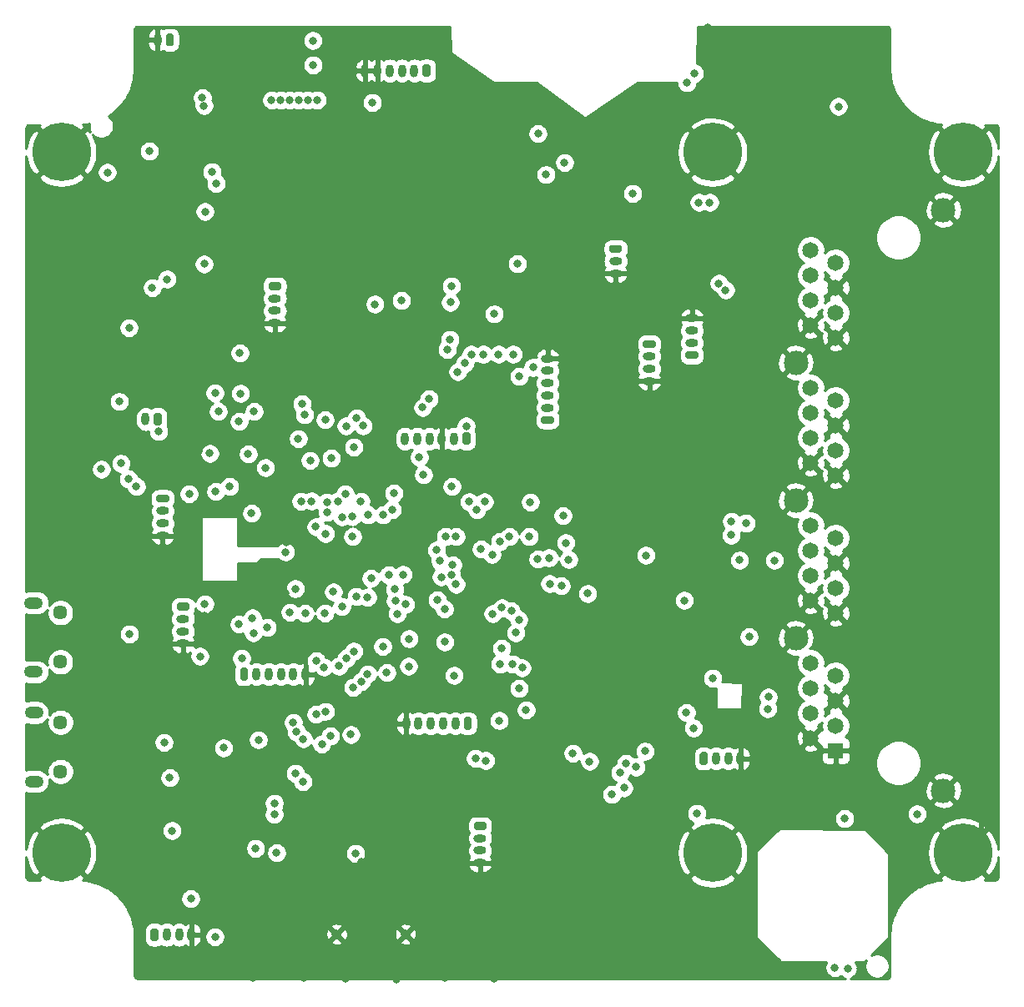
<source format=gbr>
G04 #@! TF.GenerationSoftware,KiCad,Pcbnew,(5.1.7)-1*
G04 #@! TF.CreationDate,2020-11-09T22:13:17+01:00*
G04 #@! TF.ProjectId,vario,76617269-6f2e-46b6-9963-61645f706362,v1.0*
G04 #@! TF.SameCoordinates,Original*
G04 #@! TF.FileFunction,Copper,L2,Inr*
G04 #@! TF.FilePolarity,Positive*
%FSLAX46Y46*%
G04 Gerber Fmt 4.6, Leading zero omitted, Abs format (unit mm)*
G04 Created by KiCad (PCBNEW (5.1.7)-1) date 2020-11-09 22:13:17*
%MOMM*%
%LPD*%
G01*
G04 APERTURE LIST*
G04 #@! TA.AperFunction,ComponentPad*
%ADD10C,5.940000*%
G04 #@! TD*
G04 #@! TA.AperFunction,ComponentPad*
%ADD11O,1.300000X0.800000*%
G04 #@! TD*
G04 #@! TA.AperFunction,ComponentPad*
%ADD12O,0.800000X1.300000*%
G04 #@! TD*
G04 #@! TA.AperFunction,ComponentPad*
%ADD13C,0.970000*%
G04 #@! TD*
G04 #@! TA.AperFunction,ComponentPad*
%ADD14O,1.900000X1.200000*%
G04 #@! TD*
G04 #@! TA.AperFunction,ComponentPad*
%ADD15C,1.450000*%
G04 #@! TD*
G04 #@! TA.AperFunction,ComponentPad*
%ADD16R,1.650000X1.650000*%
G04 #@! TD*
G04 #@! TA.AperFunction,ComponentPad*
%ADD17C,1.650000*%
G04 #@! TD*
G04 #@! TA.AperFunction,ComponentPad*
%ADD18C,2.475000*%
G04 #@! TD*
G04 #@! TA.AperFunction,ViaPad*
%ADD19C,0.800000*%
G04 #@! TD*
G04 #@! TA.AperFunction,Conductor*
%ADD20C,0.500000*%
G04 #@! TD*
G04 #@! TA.AperFunction,Conductor*
%ADD21C,0.254000*%
G04 #@! TD*
G04 #@! TA.AperFunction,Conductor*
%ADD22C,0.100000*%
G04 #@! TD*
G04 APERTURE END LIST*
D10*
X200220000Y-119570000D03*
X200220000Y-48480000D03*
X134180000Y-119570000D03*
X225620000Y-119570000D03*
X225620000Y-48450000D03*
X134180000Y-48480000D03*
G04 #@! TA.AperFunction,ComponentPad*
G36*
G01*
X183940000Y-76050000D02*
X183040000Y-76050000D01*
G75*
G02*
X182840000Y-75850000I0J200000D01*
G01*
X182840000Y-75450000D01*
G75*
G02*
X183040000Y-75250000I200000J0D01*
G01*
X183940000Y-75250000D01*
G75*
G02*
X184140000Y-75450000I0J-200000D01*
G01*
X184140000Y-75850000D01*
G75*
G02*
X183940000Y-76050000I-200000J0D01*
G01*
G37*
G04 #@! TD.AperFunction*
D11*
X183490000Y-74400000D03*
X183490000Y-73150000D03*
X183490000Y-71900000D03*
X183490000Y-70650000D03*
X183490000Y-69400000D03*
D12*
X142702000Y-75570000D03*
G04 #@! TA.AperFunction,ComponentPad*
G36*
G01*
X144352000Y-75120000D02*
X144352000Y-76020000D01*
G75*
G02*
X144152000Y-76220000I-200000J0D01*
G01*
X143752000Y-76220000D01*
G75*
G02*
X143552000Y-76020000I0J200000D01*
G01*
X143552000Y-75120000D01*
G75*
G02*
X143752000Y-74920000I200000J0D01*
G01*
X144152000Y-74920000D01*
G75*
G02*
X144352000Y-75120000I0J-200000D01*
G01*
G37*
G04 #@! TD.AperFunction*
G04 #@! TA.AperFunction,ComponentPad*
G36*
G01*
X152290000Y-101900000D02*
X152290000Y-101000000D01*
G75*
G02*
X152490000Y-100800000I200000J0D01*
G01*
X152890000Y-100800000D01*
G75*
G02*
X153090000Y-101000000I0J-200000D01*
G01*
X153090000Y-101900000D01*
G75*
G02*
X152890000Y-102100000I-200000J0D01*
G01*
X152490000Y-102100000D01*
G75*
G02*
X152290000Y-101900000I0J200000D01*
G01*
G37*
G04 #@! TD.AperFunction*
X153940000Y-101450000D03*
X155190000Y-101450000D03*
X156440000Y-101450000D03*
X157690000Y-101450000D03*
X158940000Y-101450000D03*
G04 #@! TA.AperFunction,ComponentPad*
G36*
G01*
X143210000Y-128340000D02*
X143210000Y-127440000D01*
G75*
G02*
X143410000Y-127240000I200000J0D01*
G01*
X143810000Y-127240000D01*
G75*
G02*
X144010000Y-127440000I0J-200000D01*
G01*
X144010000Y-128340000D01*
G75*
G02*
X143810000Y-128540000I-200000J0D01*
G01*
X143410000Y-128540000D01*
G75*
G02*
X143210000Y-128340000I0J200000D01*
G01*
G37*
G04 #@! TD.AperFunction*
X144860000Y-127890000D03*
X146110000Y-127890000D03*
X147360000Y-127890000D03*
G04 #@! TA.AperFunction,ComponentPad*
G36*
G01*
X155370000Y-61670000D02*
X156270000Y-61670000D01*
G75*
G02*
X156470000Y-61870000I0J-200000D01*
G01*
X156470000Y-62270000D01*
G75*
G02*
X156270000Y-62470000I-200000J0D01*
G01*
X155370000Y-62470000D01*
G75*
G02*
X155170000Y-62270000I0J200000D01*
G01*
X155170000Y-61870000D01*
G75*
G02*
X155370000Y-61670000I200000J0D01*
G01*
G37*
G04 #@! TD.AperFunction*
D11*
X155820000Y-63320000D03*
X155820000Y-64570000D03*
X155820000Y-65820000D03*
G04 #@! TA.AperFunction,ComponentPad*
G36*
G01*
X145560000Y-36630000D02*
X145560000Y-37530000D01*
G75*
G02*
X145360000Y-37730000I-200000J0D01*
G01*
X144960000Y-37730000D01*
G75*
G02*
X144760000Y-37530000I0J200000D01*
G01*
X144760000Y-36630000D01*
G75*
G02*
X144960000Y-36430000I200000J0D01*
G01*
X145360000Y-36430000D01*
G75*
G02*
X145560000Y-36630000I0J-200000D01*
G01*
G37*
G04 #@! TD.AperFunction*
D12*
X143910000Y-37080000D03*
D11*
X176640000Y-120600000D03*
X176640000Y-119350000D03*
X176640000Y-118100000D03*
G04 #@! TA.AperFunction,ComponentPad*
G36*
G01*
X176190000Y-116450000D02*
X177090000Y-116450000D01*
G75*
G02*
X177290000Y-116650000I0J-200000D01*
G01*
X177290000Y-117050000D01*
G75*
G02*
X177090000Y-117250000I-200000J0D01*
G01*
X176190000Y-117250000D01*
G75*
G02*
X175990000Y-117050000I0J200000D01*
G01*
X175990000Y-116650000D01*
G75*
G02*
X176190000Y-116450000I200000J0D01*
G01*
G37*
G04 #@! TD.AperFunction*
G04 #@! TA.AperFunction,ComponentPad*
G36*
G01*
X146050000Y-94200000D02*
X146950000Y-94200000D01*
G75*
G02*
X147150000Y-94400000I0J-200000D01*
G01*
X147150000Y-94800000D01*
G75*
G02*
X146950000Y-95000000I-200000J0D01*
G01*
X146050000Y-95000000D01*
G75*
G02*
X145850000Y-94800000I0J200000D01*
G01*
X145850000Y-94400000D01*
G75*
G02*
X146050000Y-94200000I200000J0D01*
G01*
G37*
G04 #@! TD.AperFunction*
X146500000Y-95850000D03*
X146500000Y-97100000D03*
X146500000Y-98350000D03*
X193810000Y-71700000D03*
X193810000Y-70450000D03*
X193810000Y-69200000D03*
G04 #@! TA.AperFunction,ComponentPad*
G36*
G01*
X193360000Y-67550000D02*
X194260000Y-67550000D01*
G75*
G02*
X194460000Y-67750000I0J-200000D01*
G01*
X194460000Y-68150000D01*
G75*
G02*
X194260000Y-68350000I-200000J0D01*
G01*
X193360000Y-68350000D01*
G75*
G02*
X193160000Y-68150000I0J200000D01*
G01*
X193160000Y-67750000D01*
G75*
G02*
X193360000Y-67550000I200000J0D01*
G01*
G37*
G04 #@! TD.AperFunction*
G04 #@! TA.AperFunction,ComponentPad*
G36*
G01*
X189940000Y-57890000D02*
X190840000Y-57890000D01*
G75*
G02*
X191040000Y-58090000I0J-200000D01*
G01*
X191040000Y-58490000D01*
G75*
G02*
X190840000Y-58690000I-200000J0D01*
G01*
X189940000Y-58690000D01*
G75*
G02*
X189740000Y-58490000I0J200000D01*
G01*
X189740000Y-58090000D01*
G75*
G02*
X189940000Y-57890000I200000J0D01*
G01*
G37*
G04 #@! TD.AperFunction*
X190390000Y-59540000D03*
X190390000Y-60790000D03*
G04 #@! TA.AperFunction,ComponentPad*
G36*
G01*
X198580000Y-69480000D02*
X197680000Y-69480000D01*
G75*
G02*
X197480000Y-69280000I0J200000D01*
G01*
X197480000Y-68880000D01*
G75*
G02*
X197680000Y-68680000I200000J0D01*
G01*
X198580000Y-68680000D01*
G75*
G02*
X198780000Y-68880000I0J-200000D01*
G01*
X198780000Y-69280000D01*
G75*
G02*
X198580000Y-69480000I-200000J0D01*
G01*
G37*
G04 #@! TD.AperFunction*
X198130000Y-67830000D03*
X198130000Y-66580000D03*
X198130000Y-65330000D03*
D12*
X169130000Y-106440000D03*
X170380000Y-106440000D03*
X171630000Y-106440000D03*
X172880000Y-106440000D03*
X174130000Y-106440000D03*
G04 #@! TA.AperFunction,ComponentPad*
G36*
G01*
X175780000Y-105990000D02*
X175780000Y-106890000D01*
G75*
G02*
X175580000Y-107090000I-200000J0D01*
G01*
X175180000Y-107090000D01*
G75*
G02*
X174980000Y-106890000I0J200000D01*
G01*
X174980000Y-105990000D01*
G75*
G02*
X175180000Y-105790000I200000J0D01*
G01*
X175580000Y-105790000D01*
G75*
G02*
X175780000Y-105990000I0J-200000D01*
G01*
G37*
G04 #@! TD.AperFunction*
X164970000Y-40200000D03*
X166220000Y-40200000D03*
X167470000Y-40200000D03*
X168720000Y-40200000D03*
X169970000Y-40200000D03*
G04 #@! TA.AperFunction,ComponentPad*
G36*
G01*
X171620000Y-39750000D02*
X171620000Y-40650000D01*
G75*
G02*
X171420000Y-40850000I-200000J0D01*
G01*
X171020000Y-40850000D01*
G75*
G02*
X170820000Y-40650000I0J200000D01*
G01*
X170820000Y-39750000D01*
G75*
G02*
X171020000Y-39550000I200000J0D01*
G01*
X171420000Y-39550000D01*
G75*
G02*
X171620000Y-39750000I0J-200000D01*
G01*
G37*
G04 #@! TD.AperFunction*
X203070000Y-110000000D03*
X201820000Y-110000000D03*
X200570000Y-110000000D03*
G04 #@! TA.AperFunction,ComponentPad*
G36*
G01*
X198920000Y-110450000D02*
X198920000Y-109550000D01*
G75*
G02*
X199120000Y-109350000I200000J0D01*
G01*
X199520000Y-109350000D01*
G75*
G02*
X199720000Y-109550000I0J-200000D01*
G01*
X199720000Y-110450000D01*
G75*
G02*
X199520000Y-110650000I-200000J0D01*
G01*
X199120000Y-110650000D01*
G75*
G02*
X198920000Y-110450000I0J200000D01*
G01*
G37*
G04 #@! TD.AperFunction*
D11*
X144440000Y-87390000D03*
X144440000Y-86140000D03*
X144440000Y-84890000D03*
G04 #@! TA.AperFunction,ComponentPad*
G36*
G01*
X143990000Y-83240000D02*
X144890000Y-83240000D01*
G75*
G02*
X145090000Y-83440000I0J-200000D01*
G01*
X145090000Y-83840000D01*
G75*
G02*
X144890000Y-84040000I-200000J0D01*
G01*
X143990000Y-84040000D01*
G75*
G02*
X143790000Y-83840000I0J200000D01*
G01*
X143790000Y-83440000D01*
G75*
G02*
X143990000Y-83240000I200000J0D01*
G01*
G37*
G04 #@! TD.AperFunction*
G04 #@! TA.AperFunction,ComponentPad*
G36*
G01*
X175660000Y-77100000D02*
X175660000Y-78000000D01*
G75*
G02*
X175460000Y-78200000I-200000J0D01*
G01*
X175060000Y-78200000D01*
G75*
G02*
X174860000Y-78000000I0J200000D01*
G01*
X174860000Y-77100000D01*
G75*
G02*
X175060000Y-76900000I200000J0D01*
G01*
X175460000Y-76900000D01*
G75*
G02*
X175660000Y-77100000I0J-200000D01*
G01*
G37*
G04 #@! TD.AperFunction*
D12*
X174010000Y-77550000D03*
X172760000Y-77550000D03*
X171510000Y-77550000D03*
X170260000Y-77550000D03*
X169010000Y-77550000D03*
D13*
X169072500Y-127835000D03*
X162087500Y-127835000D03*
D14*
X131372500Y-112340000D03*
X131372500Y-105340000D03*
D15*
X134072500Y-111340000D03*
X134072500Y-106340000D03*
X134062500Y-95210000D03*
X134062500Y-100210000D03*
D14*
X131362500Y-94210000D03*
X131362500Y-101210000D03*
D16*
X212730000Y-109200000D03*
D17*
X210190000Y-107930000D03*
X212730000Y-106660000D03*
X210190000Y-105390000D03*
X212730000Y-104120000D03*
X210190000Y-102850000D03*
X212730000Y-101580000D03*
X210190000Y-100310000D03*
X212730000Y-95230000D03*
X210190000Y-93960000D03*
X212730000Y-92690000D03*
X210190000Y-91420000D03*
X212730000Y-90150000D03*
X210190000Y-88880000D03*
X212730000Y-87610000D03*
X210190000Y-86340000D03*
X212730000Y-81260000D03*
X210190000Y-79990000D03*
X212730000Y-78720000D03*
X210190000Y-77450000D03*
X212730000Y-76180000D03*
X210190000Y-74910000D03*
X212730000Y-73640000D03*
X210190000Y-72370000D03*
X212730000Y-67290000D03*
X210190000Y-66020000D03*
X212730000Y-64750000D03*
X210190000Y-63480000D03*
X212730000Y-62210000D03*
X210190000Y-60940000D03*
X212730000Y-59670000D03*
X210190000Y-58400000D03*
D18*
X223650000Y-113260000D03*
X208670000Y-97770000D03*
X208670000Y-83800000D03*
X208670000Y-69830000D03*
X223650000Y-54340000D03*
D19*
X156120000Y-123420000D03*
X152880000Y-123480000D03*
X162960000Y-132380000D03*
X162970000Y-130830000D03*
X162990000Y-129120000D03*
X168160000Y-132390000D03*
X168160000Y-130900000D03*
X168170000Y-129220000D03*
X156050000Y-98690000D03*
X171040000Y-98170000D03*
X172530000Y-82210000D03*
X152550000Y-108050000D03*
X169450000Y-114990000D03*
X161560000Y-62670000D03*
X161450000Y-69560000D03*
X144230000Y-72360000D03*
X145990000Y-72080000D03*
X172800000Y-76280000D03*
X155699668Y-78740332D03*
X167530000Y-109060000D03*
X167020000Y-108280000D03*
X148100000Y-78800000D03*
X164630000Y-120510000D03*
X166673900Y-120536100D03*
X164490000Y-123060000D03*
X166340000Y-123230000D03*
X166340000Y-124470000D03*
X164820000Y-125310000D03*
X166350000Y-125520000D03*
X164810000Y-126720000D03*
X166320000Y-126740000D03*
X164840000Y-127940000D03*
X166320000Y-127940000D03*
X173050000Y-132260000D03*
X178020000Y-132350000D03*
X178030000Y-125700000D03*
X158740000Y-132280000D03*
X153560000Y-132220000D03*
X147420000Y-132070000D03*
X148280000Y-108190000D03*
X178020000Y-108300000D03*
X172120000Y-108180000D03*
X160580000Y-123100000D03*
X160640000Y-120420000D03*
X142590000Y-72020000D03*
X153030000Y-53290000D03*
X153170000Y-54380000D03*
X153980000Y-52810000D03*
X154190000Y-54780000D03*
X155380000Y-54520000D03*
X155100000Y-52900000D03*
X144010000Y-42690000D03*
X146225000Y-48265000D03*
X148150000Y-49230000D03*
X155700000Y-41700000D03*
X173300000Y-44100000D03*
X172900000Y-45000000D03*
X170300000Y-64000000D03*
X172110000Y-45610000D03*
X156875874Y-93192628D03*
X150050000Y-92640000D03*
X156990331Y-88049669D03*
X150275267Y-84610946D03*
X148690000Y-95520000D03*
X148700000Y-84940000D03*
X201930000Y-36870000D03*
X173870000Y-60790000D03*
X189600000Y-89380000D03*
X148610000Y-41190000D03*
X203000000Y-91920000D03*
X200160000Y-91040000D03*
X195220000Y-92970000D03*
X197590000Y-126970000D03*
X198280000Y-100700000D03*
X199680000Y-36860000D03*
X199700000Y-35810000D03*
X202590000Y-41930000D03*
X202300000Y-43100000D03*
X132400000Y-52140000D03*
X142720000Y-52080000D03*
X131940000Y-68700000D03*
X146540000Y-65950000D03*
X145320000Y-57720000D03*
X192120000Y-48280000D03*
X134220000Y-102880000D03*
X134170000Y-114050000D03*
X142040000Y-110500000D03*
X138297888Y-99287888D03*
X149150000Y-118000000D03*
X148460000Y-112250000D03*
X163300000Y-115820000D03*
X158730000Y-116960000D03*
X172960000Y-125660000D03*
X195020000Y-109340000D03*
X199340000Y-106170000D03*
X202280000Y-107530000D03*
X204470000Y-106960000D03*
X222010000Y-121820000D03*
X210670000Y-116390000D03*
X203788019Y-121841894D03*
X215220000Y-131310000D03*
X198030000Y-103400000D03*
X131030000Y-72850000D03*
X131080000Y-79170000D03*
X131100000Y-85240000D03*
X200240000Y-101860000D03*
X154160000Y-108110000D03*
X157360000Y-95160000D03*
X170890000Y-81220000D03*
X167170000Y-101290000D03*
X169440000Y-97860000D03*
X158190000Y-77550000D03*
X144010000Y-76820000D03*
X175240000Y-76270000D03*
X173620000Y-63710000D03*
X154870000Y-80500000D03*
X160100000Y-43190000D03*
X159150000Y-43190000D03*
X158220000Y-43190000D03*
X157330000Y-43190000D03*
X156410000Y-43190000D03*
X155490000Y-43190000D03*
X212990000Y-43840000D03*
X157890000Y-92780000D03*
X153456342Y-85119716D03*
X156910000Y-89050000D03*
X147120000Y-83150000D03*
X173730000Y-62050000D03*
X193460000Y-89390000D03*
X148655000Y-59825000D03*
X138830000Y-50520000D03*
X192120000Y-52670000D03*
X150617660Y-108928444D03*
X197350000Y-93950500D03*
X213630000Y-116110000D03*
X160920000Y-75630000D03*
X153110000Y-79100000D03*
X149230000Y-79040000D03*
X149430000Y-50460000D03*
X148470000Y-42940000D03*
X149860000Y-51640000D03*
X148630000Y-43760000D03*
X148720000Y-94310000D03*
X193370000Y-109260000D03*
X201550000Y-62470000D03*
X198380000Y-40480000D03*
X197635000Y-41425000D03*
X200865000Y-61785000D03*
X202960000Y-89870000D03*
X206490000Y-89890000D03*
X190010000Y-113640000D03*
X148230000Y-99640000D03*
X140960000Y-81650000D03*
X159980000Y-86490000D03*
X143080000Y-48360000D03*
X141020000Y-66300000D03*
X165720000Y-43440000D03*
X165976500Y-63897500D03*
X168643500Y-63516500D03*
X159680000Y-37140000D03*
X141080000Y-97360000D03*
X145160000Y-111960000D03*
X159700000Y-39620000D03*
X144576377Y-108370455D03*
X158570000Y-74030000D03*
X140040000Y-73780000D03*
X158470000Y-83900000D03*
X138210000Y-80640000D03*
X162960000Y-83150000D03*
X140200000Y-80050000D03*
X159400000Y-79760000D03*
X199940000Y-53570000D03*
X198840000Y-53570000D03*
X171459249Y-73510751D03*
X170818500Y-74390000D03*
X158890000Y-95280000D03*
X192455331Y-110874669D03*
X152460331Y-99830331D03*
X191237116Y-112991137D03*
X190834674Y-111434664D03*
X191440000Y-110520000D03*
X168040000Y-94000000D03*
X155770000Y-114560000D03*
X157996708Y-107301807D03*
X167990000Y-92830000D03*
X155760000Y-115690000D03*
X158703816Y-108008914D03*
X178649846Y-87990010D03*
X173135331Y-87494669D03*
X173300000Y-68500000D03*
X174207288Y-87490000D03*
X179619989Y-87490000D03*
X173588062Y-67477500D03*
X173050000Y-98170000D03*
X180570000Y-95920000D03*
X185630000Y-89820000D03*
X187555000Y-93265000D03*
X173040000Y-94834164D03*
X177932891Y-95322207D03*
X169080000Y-94360000D03*
X179810000Y-95030000D03*
X183640000Y-89650000D03*
X184891307Y-92488050D03*
X172290000Y-93920000D03*
X178862581Y-94710000D03*
X182490001Y-89770001D03*
X183696011Y-92263989D03*
X161460331Y-107729980D03*
X158660000Y-112350000D03*
X176170000Y-109990000D03*
X153640000Y-97260000D03*
X180620000Y-71230000D03*
X174370000Y-70760000D03*
X157890000Y-111510000D03*
X160580000Y-108550000D03*
X177210000Y-110210000D03*
X155050000Y-96710000D03*
X175080000Y-69900000D03*
X182010000Y-70310000D03*
X152190000Y-96371247D03*
X153550000Y-95730000D03*
X161110000Y-85000000D03*
X202140000Y-85930000D03*
X198300000Y-106920000D03*
X212640000Y-131240000D03*
X159530000Y-83875597D03*
X202110000Y-87330000D03*
X203620000Y-86120000D03*
X197560000Y-105340000D03*
X213930000Y-131310000D03*
X172580000Y-89960000D03*
X177850000Y-89310000D03*
X179991103Y-68981113D03*
X182510000Y-46600000D03*
X172220000Y-88860000D03*
X176740000Y-88750000D03*
X178520000Y-68977500D03*
X183330000Y-50750000D03*
X160810000Y-100730000D03*
X160950000Y-105229959D03*
X160030132Y-100104053D03*
X159990000Y-105520000D03*
X163530000Y-107570000D03*
X162620331Y-94590331D03*
X162330000Y-100623219D03*
X163772037Y-102788624D03*
X164075526Y-93556188D03*
X163080000Y-99837152D03*
X164581053Y-102200835D03*
X165230000Y-93650000D03*
X163830000Y-99130000D03*
X165230000Y-101440000D03*
X169390000Y-100650000D03*
X187751500Y-110291500D03*
X166772931Y-98647945D03*
X186050000Y-109480000D03*
X162210000Y-83875597D03*
X163690000Y-85440000D03*
X163700000Y-87490000D03*
X149809825Y-82920175D03*
X161121235Y-84000061D03*
X162638083Y-85489990D03*
X160954224Y-87184886D03*
X151230000Y-82400000D03*
X170468025Y-79431313D03*
X164118989Y-75450040D03*
X152190000Y-75800000D03*
X150091500Y-74780000D03*
X149741498Y-72910000D03*
X148740000Y-54510000D03*
X164550000Y-83900000D03*
X153710000Y-74780000D03*
X152331109Y-72958891D03*
X152270000Y-68850000D03*
X143379980Y-62230000D03*
X144879980Y-61360000D03*
X165300000Y-85290000D03*
X158827199Y-75127858D03*
X164020000Y-119630000D03*
X149750000Y-128100000D03*
X161750000Y-93090000D03*
X141766082Y-82400000D03*
X180910000Y-100800000D03*
X172700000Y-91590000D03*
X174207288Y-92340000D03*
X180579980Y-102900000D03*
X173750000Y-91350000D03*
X181320000Y-105080000D03*
X198628000Y-115570000D03*
X220980000Y-115640000D03*
X181620000Y-87490000D03*
X161540000Y-79532954D03*
X163820000Y-78410010D03*
X164780000Y-76250000D03*
X181740000Y-83989960D03*
X173775331Y-82394669D03*
X175530000Y-83949999D03*
X203930000Y-97640000D03*
X179920000Y-100407500D03*
X168820000Y-91340000D03*
X166800001Y-85280000D03*
X180430000Y-59790000D03*
X177100000Y-83949999D03*
X176960000Y-68990000D03*
X167730000Y-84760000D03*
X178070000Y-64890000D03*
X176320000Y-84780000D03*
X175740000Y-68977500D03*
X167386190Y-91370733D03*
X155990000Y-119570000D03*
X157690010Y-106350000D03*
X153870000Y-119120000D03*
X163040000Y-76270000D03*
X185210000Y-49530000D03*
X160900000Y-95250000D03*
X165580000Y-91720000D03*
X168239998Y-95310000D03*
X178840000Y-98820000D03*
X180260000Y-97250000D03*
X178670000Y-100407500D03*
X178579970Y-106160000D03*
X174014258Y-101574258D03*
X173855294Y-90355557D03*
X205890000Y-103760000D03*
X167890000Y-83090000D03*
X185330000Y-88120000D03*
X185060000Y-85360000D03*
X205820000Y-104970000D03*
X147290000Y-124240000D03*
X145400000Y-117330000D03*
D20*
X216280000Y-101340000D02*
X216280000Y-101320000D01*
X216280000Y-101320000D02*
X218080000Y-99520000D01*
X218390000Y-114320000D02*
X218380000Y-114330000D01*
X227511500Y-118271500D02*
X227511500Y-109241500D01*
X225870000Y-107600000D02*
X222680000Y-107600000D01*
X227511500Y-109241500D02*
X225870000Y-107600000D01*
X227511500Y-109241500D02*
X227511500Y-98561500D01*
X218380000Y-113710000D02*
X218380000Y-114330000D01*
X218390000Y-113700000D02*
X218380000Y-113710000D01*
X218380000Y-114330000D02*
X217770000Y-114330000D01*
D21*
X173663110Y-38365276D02*
X173665140Y-38383213D01*
X173672067Y-38407127D01*
X173683527Y-38429228D01*
X173699079Y-38448670D01*
X173718125Y-38464704D01*
X177928125Y-41354704D01*
X177950608Y-41367002D01*
X177974382Y-41374389D01*
X177999142Y-41376997D01*
X182398053Y-41406719D01*
X187234915Y-44952427D01*
X187261481Y-44967367D01*
X187285310Y-44974577D01*
X187310089Y-44977000D01*
X187334863Y-44974542D01*
X187358683Y-44967299D01*
X187380631Y-44955547D01*
X189199981Y-43738061D01*
X211955000Y-43738061D01*
X211955000Y-43941939D01*
X211994774Y-44141898D01*
X212072795Y-44330256D01*
X212186063Y-44499774D01*
X212330226Y-44643937D01*
X212499744Y-44757205D01*
X212688102Y-44835226D01*
X212888061Y-44875000D01*
X213091939Y-44875000D01*
X213291898Y-44835226D01*
X213480256Y-44757205D01*
X213649774Y-44643937D01*
X213793937Y-44499774D01*
X213907205Y-44330256D01*
X213985226Y-44141898D01*
X214025000Y-43941939D01*
X214025000Y-43738061D01*
X213985226Y-43538102D01*
X213907205Y-43349744D01*
X213793937Y-43180226D01*
X213649774Y-43036063D01*
X213480256Y-42922795D01*
X213291898Y-42844774D01*
X213091939Y-42805000D01*
X212888061Y-42805000D01*
X212688102Y-42844774D01*
X212499744Y-42922795D01*
X212330226Y-43036063D01*
X212186063Y-43180226D01*
X212072795Y-43349744D01*
X211994774Y-43538102D01*
X211955000Y-43738061D01*
X189199981Y-43738061D01*
X192638985Y-41436724D01*
X196600000Y-41408364D01*
X196600000Y-41526939D01*
X196639774Y-41726898D01*
X196717795Y-41915256D01*
X196831063Y-42084774D01*
X196975226Y-42228937D01*
X197144744Y-42342205D01*
X197333102Y-42420226D01*
X197533061Y-42460000D01*
X197736939Y-42460000D01*
X197936898Y-42420226D01*
X198125256Y-42342205D01*
X198294774Y-42228937D01*
X198438937Y-42084774D01*
X198552205Y-41915256D01*
X198630226Y-41726898D01*
X198670000Y-41526939D01*
X198670000Y-41477593D01*
X198681898Y-41475226D01*
X198870256Y-41397205D01*
X199039774Y-41283937D01*
X199183937Y-41139774D01*
X199297205Y-40970256D01*
X199375226Y-40781898D01*
X199415000Y-40581939D01*
X199415000Y-40378061D01*
X199375226Y-40178102D01*
X199297205Y-39989744D01*
X199183937Y-39820226D01*
X199039774Y-39676063D01*
X198870256Y-39562795D01*
X198681898Y-39484774D01*
X198617901Y-39472044D01*
X198686963Y-35705000D01*
X217866008Y-35705000D01*
X217958595Y-35714078D01*
X218014955Y-35731094D01*
X218066943Y-35758737D01*
X218112563Y-35795943D01*
X218150095Y-35841311D01*
X218178094Y-35893095D01*
X218195505Y-35949341D01*
X218205001Y-36039686D01*
X218205000Y-40044134D01*
X218207495Y-40069467D01*
X218260504Y-40791315D01*
X218263157Y-40807513D01*
X218263672Y-40823911D01*
X218277841Y-40902660D01*
X218485361Y-41767042D01*
X218492335Y-41787766D01*
X218496882Y-41809156D01*
X218524773Y-41884151D01*
X218882082Y-42698122D01*
X218892615Y-42717282D01*
X218900878Y-42737529D01*
X218941608Y-42806400D01*
X219437411Y-43544234D01*
X219451172Y-43561227D01*
X219462890Y-43579692D01*
X219515172Y-43640262D01*
X220133800Y-44278635D01*
X220150353Y-44292923D01*
X220165154Y-44309019D01*
X220227336Y-44359373D01*
X220949232Y-44878108D01*
X220968051Y-44889238D01*
X220985471Y-44902460D01*
X221055588Y-44941007D01*
X221857935Y-45323707D01*
X221878433Y-45331330D01*
X221897914Y-45341256D01*
X221973748Y-45366777D01*
X222831184Y-45601345D01*
X222852704Y-45605217D01*
X222873639Y-45611538D01*
X222952794Y-45623227D01*
X223437869Y-45666519D01*
X223262249Y-45912643D01*
X225620000Y-48270395D01*
X227977751Y-45912643D01*
X227829589Y-45705000D01*
X228866008Y-45705000D01*
X228958595Y-45714078D01*
X229014955Y-45731094D01*
X229066943Y-45758737D01*
X229112563Y-45795943D01*
X229150095Y-45841311D01*
X229178094Y-45893095D01*
X229195505Y-45949341D01*
X229205000Y-46039676D01*
X229205000Y-48068293D01*
X229175778Y-47758237D01*
X228972498Y-47077831D01*
X228640383Y-46450157D01*
X228623465Y-46424836D01*
X228157357Y-46092249D01*
X225799605Y-48450000D01*
X228157357Y-50807751D01*
X228623465Y-50475164D01*
X228960844Y-49850304D01*
X229169837Y-49171631D01*
X229205000Y-48829364D01*
X229205001Y-119188303D01*
X229175778Y-118878237D01*
X228972498Y-118197831D01*
X228640383Y-117570157D01*
X228623465Y-117544836D01*
X228157357Y-117212249D01*
X225799605Y-119570000D01*
X228157357Y-121927751D01*
X228623465Y-121595164D01*
X228960844Y-120970304D01*
X229169837Y-120291631D01*
X229205001Y-119949355D01*
X229205001Y-121975999D01*
X229195922Y-122068594D01*
X229178905Y-122124956D01*
X229151263Y-122176943D01*
X229114057Y-122222562D01*
X229068688Y-122260095D01*
X229016905Y-122288094D01*
X228960656Y-122305506D01*
X228870325Y-122315000D01*
X227829589Y-122315000D01*
X227977751Y-122107357D01*
X225620000Y-119749605D01*
X223262249Y-122107357D01*
X223433518Y-122347384D01*
X223118685Y-122370504D01*
X223102487Y-122373157D01*
X223086090Y-122373672D01*
X223007341Y-122387841D01*
X222142958Y-122595361D01*
X222122234Y-122602335D01*
X222100844Y-122606882D01*
X222025849Y-122634773D01*
X221211878Y-122992082D01*
X221192718Y-123002615D01*
X221172471Y-123010878D01*
X221103600Y-123051608D01*
X220365766Y-123547411D01*
X220348773Y-123561172D01*
X220330308Y-123572890D01*
X220269738Y-123625172D01*
X219631365Y-124243799D01*
X219617073Y-124260357D01*
X219600981Y-124275154D01*
X219550627Y-124337336D01*
X219031892Y-125059232D01*
X219020762Y-125078052D01*
X219007540Y-125095471D01*
X218968993Y-125165588D01*
X218586293Y-125967935D01*
X218578670Y-125988433D01*
X218568744Y-126007914D01*
X218543222Y-126083749D01*
X218308655Y-126941184D01*
X218304783Y-126962703D01*
X218298462Y-126983639D01*
X218286773Y-127062795D01*
X218208020Y-127945203D01*
X218205000Y-127975866D01*
X218205001Y-131975999D01*
X218195922Y-132068594D01*
X218178905Y-132124956D01*
X218151263Y-132176943D01*
X218114057Y-132222562D01*
X218068688Y-132260095D01*
X218016905Y-132288094D01*
X217960656Y-132305506D01*
X217870325Y-132315000D01*
X214182760Y-132315000D01*
X214231898Y-132305226D01*
X214420256Y-132227205D01*
X214589774Y-132113937D01*
X214733937Y-131969774D01*
X214847205Y-131800256D01*
X214925226Y-131611898D01*
X214965000Y-131411939D01*
X214965000Y-131208061D01*
X214925226Y-131008102D01*
X214847205Y-130819744D01*
X214733937Y-130650226D01*
X214719664Y-130635953D01*
X215599849Y-130637000D01*
X215624776Y-130634560D01*
X215648601Y-130627333D01*
X215670557Y-130615597D01*
X215689803Y-130599803D01*
X215801679Y-130487927D01*
X215714083Y-130699402D01*
X215666048Y-130940890D01*
X215666048Y-131187110D01*
X215714083Y-131428598D01*
X215808307Y-131656074D01*
X215945099Y-131860798D01*
X216119202Y-132034901D01*
X216323926Y-132171693D01*
X216551402Y-132265917D01*
X216792890Y-132313952D01*
X217039110Y-132313952D01*
X217280598Y-132265917D01*
X217508074Y-132171693D01*
X217712798Y-132034901D01*
X217886901Y-131860798D01*
X218023693Y-131656074D01*
X218117917Y-131428598D01*
X218165952Y-131187110D01*
X218165952Y-130940890D01*
X218117917Y-130699402D01*
X218023693Y-130471926D01*
X217886901Y-130267202D01*
X217712798Y-130093099D01*
X217508074Y-129956307D01*
X217280598Y-129862083D01*
X217039110Y-129814048D01*
X216792890Y-129814048D01*
X216551402Y-129862083D01*
X216339927Y-129949679D01*
X218089803Y-128199803D01*
X218105597Y-128180557D01*
X218117333Y-128158601D01*
X218124560Y-128134776D01*
X218127000Y-128110000D01*
X218127000Y-119680000D01*
X218124612Y-119655486D01*
X218117435Y-119631646D01*
X218105745Y-119609665D01*
X218089991Y-119590387D01*
X218054527Y-119554773D01*
X221997590Y-119554773D01*
X222064222Y-120261763D01*
X222267502Y-120942169D01*
X222599617Y-121569843D01*
X222616535Y-121595164D01*
X223082643Y-121927751D01*
X225440395Y-119570000D01*
X223082643Y-117212249D01*
X222616535Y-117544836D01*
X222279156Y-118169696D01*
X222070163Y-118848369D01*
X221997590Y-119554773D01*
X218054527Y-119554773D01*
X215719991Y-117210387D01*
X215701298Y-117194902D01*
X215679425Y-117183012D01*
X215655652Y-117175618D01*
X215630893Y-117173003D01*
X207100893Y-117113003D01*
X207080560Y-117114497D01*
X207056449Y-117120701D01*
X207034011Y-117131490D01*
X207014110Y-117146448D01*
X204694110Y-119276448D01*
X204674565Y-119299201D01*
X204662779Y-119321130D01*
X204655497Y-119344938D01*
X204653000Y-119369709D01*
X204633000Y-128089709D01*
X204635544Y-128115291D01*
X204642869Y-128139085D01*
X204654696Y-128160993D01*
X204670569Y-128180173D01*
X207100569Y-130590173D01*
X207119317Y-130605513D01*
X207141260Y-130617275D01*
X207165075Y-130624530D01*
X207189849Y-130627000D01*
X211801146Y-130632483D01*
X211722795Y-130749744D01*
X211644774Y-130938102D01*
X211605000Y-131138061D01*
X211605000Y-131341939D01*
X211644774Y-131541898D01*
X211722795Y-131730256D01*
X211836063Y-131899774D01*
X211980226Y-132043937D01*
X212149744Y-132157205D01*
X212338102Y-132235226D01*
X212538061Y-132275000D01*
X212741939Y-132275000D01*
X212941898Y-132235226D01*
X213130256Y-132157205D01*
X213240099Y-132083810D01*
X213270226Y-132113937D01*
X213439744Y-132227205D01*
X213628102Y-132305226D01*
X213677240Y-132315000D01*
X141933991Y-132315000D01*
X141841406Y-132305922D01*
X141785044Y-132288905D01*
X141733057Y-132261263D01*
X141687438Y-132224057D01*
X141649905Y-132178688D01*
X141621906Y-132126905D01*
X141604494Y-132070656D01*
X141595000Y-131980325D01*
X141595000Y-127975865D01*
X141592505Y-127950529D01*
X141555015Y-127440000D01*
X142571928Y-127440000D01*
X142571928Y-128340000D01*
X142588031Y-128503500D01*
X142635722Y-128660716D01*
X142713169Y-128805608D01*
X142817394Y-128932606D01*
X142944392Y-129036831D01*
X143089284Y-129114278D01*
X143246500Y-129161969D01*
X143410000Y-129178072D01*
X143810000Y-129178072D01*
X143973500Y-129161969D01*
X144130716Y-129114278D01*
X144275608Y-129036831D01*
X144301894Y-129015259D01*
X144462008Y-129100841D01*
X144657106Y-129160024D01*
X144860000Y-129180007D01*
X145062895Y-129160024D01*
X145257993Y-129100841D01*
X145437797Y-129004734D01*
X145485001Y-128965995D01*
X145532204Y-129004734D01*
X145712008Y-129100841D01*
X145907106Y-129160024D01*
X146110000Y-129180007D01*
X146312895Y-129160024D01*
X146507993Y-129100841D01*
X146687797Y-129004734D01*
X146727938Y-128971791D01*
X146811840Y-129035255D01*
X146997028Y-129124994D01*
X147073877Y-129134666D01*
X147233000Y-129006998D01*
X147233000Y-128017000D01*
X147487000Y-128017000D01*
X147487000Y-129006998D01*
X147646123Y-129134666D01*
X147722972Y-129124994D01*
X147908160Y-129035255D01*
X148072283Y-128911112D01*
X148209033Y-128757336D01*
X148313155Y-128579836D01*
X148380648Y-128385433D01*
X148408918Y-128181599D01*
X148243762Y-128017000D01*
X147487000Y-128017000D01*
X147233000Y-128017000D01*
X147213000Y-128017000D01*
X147213000Y-127998061D01*
X148715000Y-127998061D01*
X148715000Y-128201939D01*
X148754774Y-128401898D01*
X148832795Y-128590256D01*
X148946063Y-128759774D01*
X149090226Y-128903937D01*
X149259744Y-129017205D01*
X149448102Y-129095226D01*
X149648061Y-129135000D01*
X149851939Y-129135000D01*
X150051898Y-129095226D01*
X150240256Y-129017205D01*
X150409774Y-128903937D01*
X150553937Y-128759774D01*
X150659079Y-128602416D01*
X161499689Y-128602416D01*
X161532966Y-128814316D01*
X161734676Y-128903683D01*
X161949945Y-128951981D01*
X162170501Y-128957355D01*
X162387867Y-128919596D01*
X162593689Y-128840158D01*
X162642034Y-128814316D01*
X162675311Y-128602416D01*
X168484689Y-128602416D01*
X168517966Y-128814316D01*
X168719676Y-128903683D01*
X168934945Y-128951981D01*
X169155501Y-128957355D01*
X169372867Y-128919596D01*
X169578689Y-128840158D01*
X169627034Y-128814316D01*
X169660311Y-128602416D01*
X169072500Y-128014605D01*
X168484689Y-128602416D01*
X162675311Y-128602416D01*
X162087500Y-128014605D01*
X161499689Y-128602416D01*
X150659079Y-128602416D01*
X150667205Y-128590256D01*
X150745226Y-128401898D01*
X150785000Y-128201939D01*
X150785000Y-127998061D01*
X150769076Y-127918001D01*
X160965145Y-127918001D01*
X161002904Y-128135367D01*
X161082342Y-128341189D01*
X161108184Y-128389534D01*
X161320084Y-128422811D01*
X161907895Y-127835000D01*
X162267105Y-127835000D01*
X162854916Y-128422811D01*
X163066816Y-128389534D01*
X163156183Y-128187824D01*
X163204481Y-127972555D01*
X163205810Y-127918001D01*
X167950145Y-127918001D01*
X167987904Y-128135367D01*
X168067342Y-128341189D01*
X168093184Y-128389534D01*
X168305084Y-128422811D01*
X168892895Y-127835000D01*
X169252105Y-127835000D01*
X169839916Y-128422811D01*
X170051816Y-128389534D01*
X170141183Y-128187824D01*
X170189481Y-127972555D01*
X170194855Y-127751999D01*
X170157096Y-127534633D01*
X170077658Y-127328811D01*
X170051816Y-127280466D01*
X169839916Y-127247189D01*
X169252105Y-127835000D01*
X168892895Y-127835000D01*
X168305084Y-127247189D01*
X168093184Y-127280466D01*
X168003817Y-127482176D01*
X167955519Y-127697445D01*
X167950145Y-127918001D01*
X163205810Y-127918001D01*
X163209855Y-127751999D01*
X163172096Y-127534633D01*
X163092658Y-127328811D01*
X163066816Y-127280466D01*
X162854916Y-127247189D01*
X162267105Y-127835000D01*
X161907895Y-127835000D01*
X161320084Y-127247189D01*
X161108184Y-127280466D01*
X161018817Y-127482176D01*
X160970519Y-127697445D01*
X160965145Y-127918001D01*
X150769076Y-127918001D01*
X150745226Y-127798102D01*
X150667205Y-127609744D01*
X150553937Y-127440226D01*
X150409774Y-127296063D01*
X150240256Y-127182795D01*
X150051898Y-127104774D01*
X149864930Y-127067584D01*
X161499689Y-127067584D01*
X162087500Y-127655395D01*
X162675311Y-127067584D01*
X168484689Y-127067584D01*
X169072500Y-127655395D01*
X169660311Y-127067584D01*
X169627034Y-126855684D01*
X169425324Y-126766317D01*
X169210055Y-126718019D01*
X168989499Y-126712645D01*
X168772133Y-126750404D01*
X168566311Y-126829842D01*
X168517966Y-126855684D01*
X168484689Y-127067584D01*
X162675311Y-127067584D01*
X162642034Y-126855684D01*
X162440324Y-126766317D01*
X162225055Y-126718019D01*
X162004499Y-126712645D01*
X161787133Y-126750404D01*
X161581311Y-126829842D01*
X161532966Y-126855684D01*
X161499689Y-127067584D01*
X149864930Y-127067584D01*
X149851939Y-127065000D01*
X149648061Y-127065000D01*
X149448102Y-127104774D01*
X149259744Y-127182795D01*
X149090226Y-127296063D01*
X148946063Y-127440226D01*
X148832795Y-127609744D01*
X148754774Y-127798102D01*
X148715000Y-127998061D01*
X147213000Y-127998061D01*
X147213000Y-127763000D01*
X147233000Y-127763000D01*
X147233000Y-126773002D01*
X147487000Y-126773002D01*
X147487000Y-127763000D01*
X148243762Y-127763000D01*
X148408918Y-127598401D01*
X148380648Y-127394567D01*
X148313155Y-127200164D01*
X148209033Y-127022664D01*
X148072283Y-126868888D01*
X147908160Y-126744745D01*
X147722972Y-126655006D01*
X147646123Y-126645334D01*
X147487000Y-126773002D01*
X147233000Y-126773002D01*
X147073877Y-126645334D01*
X146997028Y-126655006D01*
X146811840Y-126744745D01*
X146727938Y-126808209D01*
X146687797Y-126775266D01*
X146507992Y-126679159D01*
X146312894Y-126619976D01*
X146110000Y-126599993D01*
X145907105Y-126619976D01*
X145712007Y-126679159D01*
X145532203Y-126775266D01*
X145485000Y-126814004D01*
X145437797Y-126775266D01*
X145257992Y-126679159D01*
X145062894Y-126619976D01*
X144860000Y-126599993D01*
X144657105Y-126619976D01*
X144462007Y-126679159D01*
X144301894Y-126764741D01*
X144275608Y-126743169D01*
X144130716Y-126665722D01*
X143973500Y-126618031D01*
X143810000Y-126601928D01*
X143410000Y-126601928D01*
X143246500Y-126618031D01*
X143089284Y-126665722D01*
X142944392Y-126743169D01*
X142817394Y-126847394D01*
X142713169Y-126974392D01*
X142635722Y-127119284D01*
X142588031Y-127276500D01*
X142571928Y-127440000D01*
X141555015Y-127440000D01*
X141539496Y-127228685D01*
X141536843Y-127212487D01*
X141536328Y-127196090D01*
X141522159Y-127117341D01*
X141314639Y-126252958D01*
X141307665Y-126232234D01*
X141303118Y-126210844D01*
X141275227Y-126135849D01*
X140917918Y-125321878D01*
X140907385Y-125302718D01*
X140899122Y-125282471D01*
X140858392Y-125213600D01*
X140362589Y-124475766D01*
X140348828Y-124458773D01*
X140337110Y-124440308D01*
X140284828Y-124379738D01*
X140050627Y-124138061D01*
X146255000Y-124138061D01*
X146255000Y-124341939D01*
X146294774Y-124541898D01*
X146372795Y-124730256D01*
X146486063Y-124899774D01*
X146630226Y-125043937D01*
X146799744Y-125157205D01*
X146988102Y-125235226D01*
X147188061Y-125275000D01*
X147391939Y-125275000D01*
X147591898Y-125235226D01*
X147780256Y-125157205D01*
X147949774Y-125043937D01*
X148093937Y-124899774D01*
X148207205Y-124730256D01*
X148285226Y-124541898D01*
X148325000Y-124341939D01*
X148325000Y-124138061D01*
X148285226Y-123938102D01*
X148207205Y-123749744D01*
X148093937Y-123580226D01*
X147949774Y-123436063D01*
X147780256Y-123322795D01*
X147591898Y-123244774D01*
X147391939Y-123205000D01*
X147188061Y-123205000D01*
X146988102Y-123244774D01*
X146799744Y-123322795D01*
X146630226Y-123436063D01*
X146486063Y-123580226D01*
X146372795Y-123749744D01*
X146294774Y-123938102D01*
X146255000Y-124138061D01*
X140050627Y-124138061D01*
X139666201Y-123741365D01*
X139649643Y-123727073D01*
X139634846Y-123710981D01*
X139572664Y-123660627D01*
X138850768Y-123141892D01*
X138831948Y-123130762D01*
X138814529Y-123117540D01*
X138744412Y-123078993D01*
X137942065Y-122696293D01*
X137921567Y-122688670D01*
X137902086Y-122678744D01*
X137826251Y-122653222D01*
X136968816Y-122418655D01*
X136947297Y-122414783D01*
X136926361Y-122408462D01*
X136847205Y-122396773D01*
X136362131Y-122353481D01*
X136537751Y-122107357D01*
X197862249Y-122107357D01*
X198194836Y-122573465D01*
X198819696Y-122910844D01*
X199498369Y-123119837D01*
X200204773Y-123192410D01*
X200911763Y-123125778D01*
X201592169Y-122922498D01*
X202219843Y-122590383D01*
X202245164Y-122573465D01*
X202577751Y-122107357D01*
X200220000Y-119749605D01*
X197862249Y-122107357D01*
X136537751Y-122107357D01*
X134180000Y-119749605D01*
X131822249Y-122107357D01*
X131970411Y-122315000D01*
X130933991Y-122315000D01*
X130841406Y-122305922D01*
X130785044Y-122288905D01*
X130733057Y-122261263D01*
X130687438Y-122224057D01*
X130649905Y-122178688D01*
X130621906Y-122126905D01*
X130604494Y-122070656D01*
X130595000Y-121980325D01*
X130595000Y-119951707D01*
X130624222Y-120261763D01*
X130827502Y-120942169D01*
X131159617Y-121569843D01*
X131176535Y-121595164D01*
X131642643Y-121927751D01*
X134000395Y-119570000D01*
X134359605Y-119570000D01*
X136717357Y-121927751D01*
X137183465Y-121595164D01*
X137520844Y-120970304D01*
X137546766Y-120886123D01*
X175395334Y-120886123D01*
X175405006Y-120962972D01*
X175494745Y-121148160D01*
X175618888Y-121312283D01*
X175772664Y-121449033D01*
X175950164Y-121553155D01*
X176144567Y-121620648D01*
X176348401Y-121648918D01*
X176513000Y-121483762D01*
X176513000Y-120727000D01*
X176767000Y-120727000D01*
X176767000Y-121483762D01*
X176931599Y-121648918D01*
X177135433Y-121620648D01*
X177329836Y-121553155D01*
X177507336Y-121449033D01*
X177661112Y-121312283D01*
X177785255Y-121148160D01*
X177874994Y-120962972D01*
X177884666Y-120886123D01*
X177756998Y-120727000D01*
X176767000Y-120727000D01*
X176513000Y-120727000D01*
X175523002Y-120727000D01*
X175395334Y-120886123D01*
X137546766Y-120886123D01*
X137729837Y-120291631D01*
X137802410Y-119585227D01*
X137748957Y-119018061D01*
X152835000Y-119018061D01*
X152835000Y-119221939D01*
X152874774Y-119421898D01*
X152952795Y-119610256D01*
X153066063Y-119779774D01*
X153210226Y-119923937D01*
X153379744Y-120037205D01*
X153568102Y-120115226D01*
X153768061Y-120155000D01*
X153971939Y-120155000D01*
X154171898Y-120115226D01*
X154360256Y-120037205D01*
X154529774Y-119923937D01*
X154673937Y-119779774D01*
X154787205Y-119610256D01*
X154846104Y-119468061D01*
X154955000Y-119468061D01*
X154955000Y-119671939D01*
X154994774Y-119871898D01*
X155072795Y-120060256D01*
X155186063Y-120229774D01*
X155330226Y-120373937D01*
X155499744Y-120487205D01*
X155688102Y-120565226D01*
X155888061Y-120605000D01*
X156091939Y-120605000D01*
X156291898Y-120565226D01*
X156480256Y-120487205D01*
X156649774Y-120373937D01*
X156793937Y-120229774D01*
X156907205Y-120060256D01*
X156985226Y-119871898D01*
X157025000Y-119671939D01*
X157025000Y-119528061D01*
X162985000Y-119528061D01*
X162985000Y-119731939D01*
X163024774Y-119931898D01*
X163102795Y-120120256D01*
X163216063Y-120289774D01*
X163360226Y-120433937D01*
X163529744Y-120547205D01*
X163718102Y-120625226D01*
X163918061Y-120665000D01*
X164121939Y-120665000D01*
X164321898Y-120625226D01*
X164510256Y-120547205D01*
X164679774Y-120433937D01*
X164823937Y-120289774D01*
X164937205Y-120120256D01*
X165015226Y-119931898D01*
X165055000Y-119731939D01*
X165055000Y-119528061D01*
X165015226Y-119328102D01*
X164937205Y-119139744D01*
X164823937Y-118970226D01*
X164679774Y-118826063D01*
X164510256Y-118712795D01*
X164321898Y-118634774D01*
X164121939Y-118595000D01*
X163918061Y-118595000D01*
X163718102Y-118634774D01*
X163529744Y-118712795D01*
X163360226Y-118826063D01*
X163216063Y-118970226D01*
X163102795Y-119139744D01*
X163024774Y-119328102D01*
X162985000Y-119528061D01*
X157025000Y-119528061D01*
X157025000Y-119468061D01*
X156985226Y-119268102D01*
X156907205Y-119079744D01*
X156793937Y-118910226D01*
X156649774Y-118766063D01*
X156480256Y-118652795D01*
X156291898Y-118574774D01*
X156091939Y-118535000D01*
X155888061Y-118535000D01*
X155688102Y-118574774D01*
X155499744Y-118652795D01*
X155330226Y-118766063D01*
X155186063Y-118910226D01*
X155072795Y-119079744D01*
X154994774Y-119268102D01*
X154955000Y-119468061D01*
X154846104Y-119468061D01*
X154865226Y-119421898D01*
X154905000Y-119221939D01*
X154905000Y-119018061D01*
X154865226Y-118818102D01*
X154787205Y-118629744D01*
X154673937Y-118460226D01*
X154529774Y-118316063D01*
X154360256Y-118202795D01*
X154171898Y-118124774D01*
X154047350Y-118100000D01*
X175349993Y-118100000D01*
X175369976Y-118302895D01*
X175429159Y-118497993D01*
X175525266Y-118677797D01*
X175564004Y-118725000D01*
X175525266Y-118772203D01*
X175429159Y-118952007D01*
X175369976Y-119147105D01*
X175349993Y-119350000D01*
X175369976Y-119552895D01*
X175429159Y-119747993D01*
X175525266Y-119927797D01*
X175558209Y-119967938D01*
X175494745Y-120051840D01*
X175405006Y-120237028D01*
X175395334Y-120313877D01*
X175523002Y-120473000D01*
X176513000Y-120473000D01*
X176513000Y-120453000D01*
X176767000Y-120453000D01*
X176767000Y-120473000D01*
X177756998Y-120473000D01*
X177884666Y-120313877D01*
X177874994Y-120237028D01*
X177785255Y-120051840D01*
X177721791Y-119967938D01*
X177754734Y-119927797D01*
X177850841Y-119747993D01*
X177909454Y-119554773D01*
X196597590Y-119554773D01*
X196664222Y-120261763D01*
X196867502Y-120942169D01*
X197199617Y-121569843D01*
X197216535Y-121595164D01*
X197682643Y-121927751D01*
X200040395Y-119570000D01*
X200399605Y-119570000D01*
X202757357Y-121927751D01*
X203223465Y-121595164D01*
X203560844Y-120970304D01*
X203769837Y-120291631D01*
X203842410Y-119585227D01*
X203775778Y-118878237D01*
X203572498Y-118197831D01*
X203240383Y-117570157D01*
X203223465Y-117544836D01*
X202757357Y-117212249D01*
X200399605Y-119570000D01*
X200040395Y-119570000D01*
X197682643Y-117212249D01*
X197216535Y-117544836D01*
X196879156Y-118169696D01*
X196670163Y-118848369D01*
X196597590Y-119554773D01*
X177909454Y-119554773D01*
X177910024Y-119552895D01*
X177930007Y-119350000D01*
X177910024Y-119147105D01*
X177850841Y-118952007D01*
X177754734Y-118772203D01*
X177715996Y-118725000D01*
X177754734Y-118677797D01*
X177850841Y-118497993D01*
X177910024Y-118302895D01*
X177930007Y-118100000D01*
X177910024Y-117897105D01*
X177850841Y-117702007D01*
X177765259Y-117541894D01*
X177786831Y-117515608D01*
X177864278Y-117370716D01*
X177911969Y-117213500D01*
X177928072Y-117050000D01*
X177928072Y-116650000D01*
X177911969Y-116486500D01*
X177864278Y-116329284D01*
X177786831Y-116184392D01*
X177682606Y-116057394D01*
X177555608Y-115953169D01*
X177410716Y-115875722D01*
X177253500Y-115828031D01*
X177090000Y-115811928D01*
X176190000Y-115811928D01*
X176026500Y-115828031D01*
X175869284Y-115875722D01*
X175724392Y-115953169D01*
X175597394Y-116057394D01*
X175493169Y-116184392D01*
X175415722Y-116329284D01*
X175368031Y-116486500D01*
X175351928Y-116650000D01*
X175351928Y-117050000D01*
X175368031Y-117213500D01*
X175415722Y-117370716D01*
X175493169Y-117515608D01*
X175514741Y-117541894D01*
X175429159Y-117702007D01*
X175369976Y-117897105D01*
X175349993Y-118100000D01*
X154047350Y-118100000D01*
X153971939Y-118085000D01*
X153768061Y-118085000D01*
X153568102Y-118124774D01*
X153379744Y-118202795D01*
X153210226Y-118316063D01*
X153066063Y-118460226D01*
X152952795Y-118629744D01*
X152874774Y-118818102D01*
X152835000Y-119018061D01*
X137748957Y-119018061D01*
X137735778Y-118878237D01*
X137532498Y-118197831D01*
X137200383Y-117570157D01*
X137183465Y-117544836D01*
X136739517Y-117228061D01*
X144365000Y-117228061D01*
X144365000Y-117431939D01*
X144404774Y-117631898D01*
X144482795Y-117820256D01*
X144596063Y-117989774D01*
X144740226Y-118133937D01*
X144909744Y-118247205D01*
X145098102Y-118325226D01*
X145298061Y-118365000D01*
X145501939Y-118365000D01*
X145701898Y-118325226D01*
X145890256Y-118247205D01*
X146059774Y-118133937D01*
X146203937Y-117989774D01*
X146317205Y-117820256D01*
X146395226Y-117631898D01*
X146435000Y-117431939D01*
X146435000Y-117228061D01*
X146395226Y-117028102D01*
X146317205Y-116839744D01*
X146203937Y-116670226D01*
X146059774Y-116526063D01*
X145890256Y-116412795D01*
X145701898Y-116334774D01*
X145501939Y-116295000D01*
X145298061Y-116295000D01*
X145098102Y-116334774D01*
X144909744Y-116412795D01*
X144740226Y-116526063D01*
X144596063Y-116670226D01*
X144482795Y-116839744D01*
X144404774Y-117028102D01*
X144365000Y-117228061D01*
X136739517Y-117228061D01*
X136717357Y-117212249D01*
X134359605Y-119570000D01*
X134000395Y-119570000D01*
X131642643Y-117212249D01*
X131176535Y-117544836D01*
X130839156Y-118169696D01*
X130630163Y-118848369D01*
X130595000Y-119190635D01*
X130595000Y-117032643D01*
X131822249Y-117032643D01*
X134180000Y-119390395D01*
X136537751Y-117032643D01*
X136205164Y-116566535D01*
X135580304Y-116229156D01*
X134901631Y-116020163D01*
X134195227Y-115947590D01*
X133488237Y-116014222D01*
X132807831Y-116217502D01*
X132180157Y-116549617D01*
X132154836Y-116566535D01*
X131822249Y-117032643D01*
X130595000Y-117032643D01*
X130595000Y-115588061D01*
X154725000Y-115588061D01*
X154725000Y-115791939D01*
X154764774Y-115991898D01*
X154842795Y-116180256D01*
X154956063Y-116349774D01*
X155100226Y-116493937D01*
X155269744Y-116607205D01*
X155458102Y-116685226D01*
X155658061Y-116725000D01*
X155861939Y-116725000D01*
X156061898Y-116685226D01*
X156250256Y-116607205D01*
X156419774Y-116493937D01*
X156563937Y-116349774D01*
X156677205Y-116180256D01*
X156755226Y-115991898D01*
X156795000Y-115791939D01*
X156795000Y-115588061D01*
X156771131Y-115468061D01*
X197593000Y-115468061D01*
X197593000Y-115671939D01*
X197632774Y-115871898D01*
X197710795Y-116060256D01*
X197824063Y-116229774D01*
X197968226Y-116373937D01*
X198137744Y-116487205D01*
X198250131Y-116533757D01*
X198220157Y-116549617D01*
X198194836Y-116566535D01*
X197862249Y-117032643D01*
X200220000Y-119390395D01*
X202577751Y-117032643D01*
X202245164Y-116566535D01*
X201620304Y-116229156D01*
X200941631Y-116020163D01*
X200823834Y-116008061D01*
X212595000Y-116008061D01*
X212595000Y-116211939D01*
X212634774Y-116411898D01*
X212712795Y-116600256D01*
X212826063Y-116769774D01*
X212970226Y-116913937D01*
X213139744Y-117027205D01*
X213328102Y-117105226D01*
X213528061Y-117145000D01*
X213731939Y-117145000D01*
X213931898Y-117105226D01*
X214107127Y-117032643D01*
X223262249Y-117032643D01*
X225620000Y-119390395D01*
X227977751Y-117032643D01*
X227645164Y-116566535D01*
X227020304Y-116229156D01*
X226341631Y-116020163D01*
X225635227Y-115947590D01*
X224928237Y-116014222D01*
X224247831Y-116217502D01*
X223620157Y-116549617D01*
X223594836Y-116566535D01*
X223262249Y-117032643D01*
X214107127Y-117032643D01*
X214120256Y-117027205D01*
X214289774Y-116913937D01*
X214433937Y-116769774D01*
X214547205Y-116600256D01*
X214625226Y-116411898D01*
X214665000Y-116211939D01*
X214665000Y-116008061D01*
X214625226Y-115808102D01*
X214547205Y-115619744D01*
X214492627Y-115538061D01*
X219945000Y-115538061D01*
X219945000Y-115741939D01*
X219984774Y-115941898D01*
X220062795Y-116130256D01*
X220176063Y-116299774D01*
X220320226Y-116443937D01*
X220489744Y-116557205D01*
X220678102Y-116635226D01*
X220878061Y-116675000D01*
X221081939Y-116675000D01*
X221281898Y-116635226D01*
X221470256Y-116557205D01*
X221639774Y-116443937D01*
X221783937Y-116299774D01*
X221897205Y-116130256D01*
X221975226Y-115941898D01*
X222015000Y-115741939D01*
X222015000Y-115538061D01*
X221975226Y-115338102D01*
X221897205Y-115149744D01*
X221783937Y-114980226D01*
X221639774Y-114836063D01*
X221470256Y-114722795D01*
X221281898Y-114644774D01*
X221081939Y-114605000D01*
X220878061Y-114605000D01*
X220678102Y-114644774D01*
X220489744Y-114722795D01*
X220320226Y-114836063D01*
X220176063Y-114980226D01*
X220062795Y-115149744D01*
X219984774Y-115338102D01*
X219945000Y-115538061D01*
X214492627Y-115538061D01*
X214433937Y-115450226D01*
X214289774Y-115306063D01*
X214120256Y-115192795D01*
X213931898Y-115114774D01*
X213731939Y-115075000D01*
X213528061Y-115075000D01*
X213328102Y-115114774D01*
X213139744Y-115192795D01*
X212970226Y-115306063D01*
X212826063Y-115450226D01*
X212712795Y-115619744D01*
X212634774Y-115808102D01*
X212595000Y-116008061D01*
X200823834Y-116008061D01*
X200235227Y-115947590D01*
X199565737Y-116010688D01*
X199623226Y-115871898D01*
X199663000Y-115671939D01*
X199663000Y-115468061D01*
X199623226Y-115268102D01*
X199545205Y-115079744D01*
X199431937Y-114910226D01*
X199287774Y-114766063D01*
X199118256Y-114652795D01*
X198929898Y-114574774D01*
X198879248Y-114564699D01*
X222524906Y-114564699D01*
X222649314Y-114853392D01*
X222979397Y-115017999D01*
X223335251Y-115115048D01*
X223703201Y-115140808D01*
X224069106Y-115094290D01*
X224418906Y-114977282D01*
X224650686Y-114853392D01*
X224775094Y-114564699D01*
X223650000Y-113439605D01*
X222524906Y-114564699D01*
X198879248Y-114564699D01*
X198729939Y-114535000D01*
X198526061Y-114535000D01*
X198326102Y-114574774D01*
X198137744Y-114652795D01*
X197968226Y-114766063D01*
X197824063Y-114910226D01*
X197710795Y-115079744D01*
X197632774Y-115268102D01*
X197593000Y-115468061D01*
X156771131Y-115468061D01*
X156755226Y-115388102D01*
X156677205Y-115199744D01*
X156632263Y-115132483D01*
X156687205Y-115050256D01*
X156765226Y-114861898D01*
X156805000Y-114661939D01*
X156805000Y-114458061D01*
X156765226Y-114258102D01*
X156687205Y-114069744D01*
X156573937Y-113900226D01*
X156429774Y-113756063D01*
X156260256Y-113642795D01*
X156071898Y-113564774D01*
X155937602Y-113538061D01*
X188975000Y-113538061D01*
X188975000Y-113741939D01*
X189014774Y-113941898D01*
X189092795Y-114130256D01*
X189206063Y-114299774D01*
X189350226Y-114443937D01*
X189519744Y-114557205D01*
X189708102Y-114635226D01*
X189908061Y-114675000D01*
X190111939Y-114675000D01*
X190311898Y-114635226D01*
X190500256Y-114557205D01*
X190669774Y-114443937D01*
X190813937Y-114299774D01*
X190927205Y-114130256D01*
X190982881Y-113995844D01*
X191135177Y-114026137D01*
X191339055Y-114026137D01*
X191539014Y-113986363D01*
X191727372Y-113908342D01*
X191896890Y-113795074D01*
X192041053Y-113650911D01*
X192154321Y-113481393D01*
X192223988Y-113313201D01*
X221769192Y-113313201D01*
X221815710Y-113679106D01*
X221932718Y-114028906D01*
X222056608Y-114260686D01*
X222345301Y-114385094D01*
X223470395Y-113260000D01*
X223829605Y-113260000D01*
X224954699Y-114385094D01*
X225243392Y-114260686D01*
X225407999Y-113930603D01*
X225505048Y-113574749D01*
X225530808Y-113206799D01*
X225484290Y-112840894D01*
X225367282Y-112491094D01*
X225243392Y-112259314D01*
X224954699Y-112134906D01*
X223829605Y-113260000D01*
X223470395Y-113260000D01*
X222345301Y-112134906D01*
X222056608Y-112259314D01*
X221892001Y-112589397D01*
X221794952Y-112945251D01*
X221769192Y-113313201D01*
X192223988Y-113313201D01*
X192232342Y-113293035D01*
X192272116Y-113093076D01*
X192272116Y-112889198D01*
X192232342Y-112689239D01*
X192154321Y-112500881D01*
X192041053Y-112331363D01*
X191896890Y-112187200D01*
X191727372Y-112073932D01*
X191668584Y-112049581D01*
X191751879Y-111924920D01*
X191829900Y-111736562D01*
X191836047Y-111705660D01*
X191965075Y-111791874D01*
X192153433Y-111869895D01*
X192353392Y-111909669D01*
X192557270Y-111909669D01*
X192757229Y-111869895D01*
X192945587Y-111791874D01*
X193115105Y-111678606D01*
X193259268Y-111534443D01*
X193372536Y-111364925D01*
X193450557Y-111176567D01*
X193490331Y-110976608D01*
X193490331Y-110772730D01*
X193450557Y-110572771D01*
X193372536Y-110384413D01*
X193312792Y-110295000D01*
X193471939Y-110295000D01*
X193671898Y-110255226D01*
X193860256Y-110177205D01*
X194029774Y-110063937D01*
X194173937Y-109919774D01*
X194287205Y-109750256D01*
X194365226Y-109561898D01*
X194367592Y-109550000D01*
X198281928Y-109550000D01*
X198281928Y-110450000D01*
X198298031Y-110613500D01*
X198345722Y-110770716D01*
X198423169Y-110915608D01*
X198527394Y-111042606D01*
X198654392Y-111146831D01*
X198799284Y-111224278D01*
X198956500Y-111271969D01*
X199120000Y-111288072D01*
X199520000Y-111288072D01*
X199683500Y-111271969D01*
X199840716Y-111224278D01*
X199985608Y-111146831D01*
X200011894Y-111125259D01*
X200172008Y-111210841D01*
X200367106Y-111270024D01*
X200570000Y-111290007D01*
X200772895Y-111270024D01*
X200967993Y-111210841D01*
X201147797Y-111114734D01*
X201195001Y-111075995D01*
X201242204Y-111114734D01*
X201422008Y-111210841D01*
X201617106Y-111270024D01*
X201820000Y-111290007D01*
X202022895Y-111270024D01*
X202217993Y-111210841D01*
X202397797Y-111114734D01*
X202437938Y-111081791D01*
X202521840Y-111145255D01*
X202707028Y-111234994D01*
X202783877Y-111244666D01*
X202943000Y-111116998D01*
X202943000Y-110127000D01*
X203197000Y-110127000D01*
X203197000Y-111116998D01*
X203356123Y-111244666D01*
X203432972Y-111234994D01*
X203618160Y-111145255D01*
X203782283Y-111021112D01*
X203919033Y-110867336D01*
X204023155Y-110689836D01*
X204090648Y-110495433D01*
X204118918Y-110291599D01*
X203953762Y-110127000D01*
X203197000Y-110127000D01*
X202943000Y-110127000D01*
X202923000Y-110127000D01*
X202923000Y-110025000D01*
X211266928Y-110025000D01*
X211279188Y-110149482D01*
X211315498Y-110269180D01*
X211374463Y-110379494D01*
X211453815Y-110476185D01*
X211550506Y-110555537D01*
X211660820Y-110614502D01*
X211780518Y-110650812D01*
X211905000Y-110663072D01*
X212444250Y-110660000D01*
X212603000Y-110501250D01*
X212603000Y-109327000D01*
X212857000Y-109327000D01*
X212857000Y-110501250D01*
X213015750Y-110660000D01*
X213555000Y-110663072D01*
X213679482Y-110650812D01*
X213799180Y-110614502D01*
X213909494Y-110555537D01*
X214006185Y-110476185D01*
X214085537Y-110379494D01*
X214144502Y-110269180D01*
X214152301Y-110243470D01*
X216780000Y-110243470D01*
X216780000Y-110696530D01*
X216868387Y-111140885D01*
X217041766Y-111559459D01*
X217293473Y-111936165D01*
X217613835Y-112256527D01*
X217990541Y-112508234D01*
X218409115Y-112681613D01*
X218853470Y-112770000D01*
X219306530Y-112770000D01*
X219750885Y-112681613D01*
X220169459Y-112508234D01*
X220546165Y-112256527D01*
X220847391Y-111955301D01*
X222524906Y-111955301D01*
X223650000Y-113080395D01*
X224775094Y-111955301D01*
X224650686Y-111666608D01*
X224320603Y-111502001D01*
X223964749Y-111404952D01*
X223596799Y-111379192D01*
X223230894Y-111425710D01*
X222881094Y-111542718D01*
X222649314Y-111666608D01*
X222524906Y-111955301D01*
X220847391Y-111955301D01*
X220866527Y-111936165D01*
X221118234Y-111559459D01*
X221291613Y-111140885D01*
X221380000Y-110696530D01*
X221380000Y-110243470D01*
X221291613Y-109799115D01*
X221118234Y-109380541D01*
X220866527Y-109003835D01*
X220546165Y-108683473D01*
X220169459Y-108431766D01*
X219750885Y-108258387D01*
X219306530Y-108170000D01*
X218853470Y-108170000D01*
X218409115Y-108258387D01*
X217990541Y-108431766D01*
X217613835Y-108683473D01*
X217293473Y-109003835D01*
X217041766Y-109380541D01*
X216868387Y-109799115D01*
X216780000Y-110243470D01*
X214152301Y-110243470D01*
X214180812Y-110149482D01*
X214193072Y-110025000D01*
X214190000Y-109485750D01*
X214031250Y-109327000D01*
X212857000Y-109327000D01*
X212603000Y-109327000D01*
X211428750Y-109327000D01*
X211270000Y-109485750D01*
X211266928Y-110025000D01*
X202923000Y-110025000D01*
X202923000Y-109873000D01*
X202943000Y-109873000D01*
X202943000Y-108883002D01*
X203197000Y-108883002D01*
X203197000Y-109873000D01*
X203953762Y-109873000D01*
X204118918Y-109708401D01*
X204090648Y-109504567D01*
X204023155Y-109310164D01*
X203919033Y-109132664D01*
X203782283Y-108978888D01*
X203731600Y-108940551D01*
X209359054Y-108940551D01*
X209433663Y-109187073D01*
X209693439Y-109310473D01*
X209972297Y-109380823D01*
X210259521Y-109395417D01*
X210544074Y-109353697D01*
X210815020Y-109257265D01*
X210946337Y-109187073D01*
X211020946Y-108940551D01*
X210190000Y-108109605D01*
X209359054Y-108940551D01*
X203731600Y-108940551D01*
X203618160Y-108854745D01*
X203432972Y-108765006D01*
X203356123Y-108755334D01*
X203197000Y-108883002D01*
X202943000Y-108883002D01*
X202783877Y-108755334D01*
X202707028Y-108765006D01*
X202521840Y-108854745D01*
X202437938Y-108918209D01*
X202397797Y-108885266D01*
X202217992Y-108789159D01*
X202022894Y-108729976D01*
X201820000Y-108709993D01*
X201617105Y-108729976D01*
X201422007Y-108789159D01*
X201242203Y-108885266D01*
X201195000Y-108924004D01*
X201147797Y-108885266D01*
X200967992Y-108789159D01*
X200772894Y-108729976D01*
X200570000Y-108709993D01*
X200367105Y-108729976D01*
X200172007Y-108789159D01*
X200011894Y-108874741D01*
X199985608Y-108853169D01*
X199840716Y-108775722D01*
X199683500Y-108728031D01*
X199520000Y-108711928D01*
X199120000Y-108711928D01*
X198956500Y-108728031D01*
X198799284Y-108775722D01*
X198654392Y-108853169D01*
X198527394Y-108957394D01*
X198423169Y-109084392D01*
X198345722Y-109229284D01*
X198298031Y-109386500D01*
X198281928Y-109550000D01*
X194367592Y-109550000D01*
X194405000Y-109361939D01*
X194405000Y-109158061D01*
X194365226Y-108958102D01*
X194287205Y-108769744D01*
X194173937Y-108600226D01*
X194029774Y-108456063D01*
X193860256Y-108342795D01*
X193671898Y-108264774D01*
X193471939Y-108225000D01*
X193268061Y-108225000D01*
X193068102Y-108264774D01*
X192879744Y-108342795D01*
X192710226Y-108456063D01*
X192566063Y-108600226D01*
X192452795Y-108769744D01*
X192374774Y-108958102D01*
X192335000Y-109158061D01*
X192335000Y-109361939D01*
X192374774Y-109561898D01*
X192452795Y-109750256D01*
X192512539Y-109839669D01*
X192353392Y-109839669D01*
X192244653Y-109861298D01*
X192243937Y-109860226D01*
X192099774Y-109716063D01*
X191930256Y-109602795D01*
X191741898Y-109524774D01*
X191541939Y-109485000D01*
X191338061Y-109485000D01*
X191138102Y-109524774D01*
X190949744Y-109602795D01*
X190780226Y-109716063D01*
X190636063Y-109860226D01*
X190522795Y-110029744D01*
X190444774Y-110218102D01*
X190405000Y-110418061D01*
X190405000Y-110492365D01*
X190344418Y-110517459D01*
X190174900Y-110630727D01*
X190030737Y-110774890D01*
X189917469Y-110944408D01*
X189839448Y-111132766D01*
X189799674Y-111332725D01*
X189799674Y-111536603D01*
X189839448Y-111736562D01*
X189917469Y-111924920D01*
X190030737Y-112094438D01*
X190174900Y-112238601D01*
X190344418Y-112351869D01*
X190403206Y-112376220D01*
X190319911Y-112500881D01*
X190264235Y-112635293D01*
X190111939Y-112605000D01*
X189908061Y-112605000D01*
X189708102Y-112644774D01*
X189519744Y-112722795D01*
X189350226Y-112836063D01*
X189206063Y-112980226D01*
X189092795Y-113149744D01*
X189014774Y-113338102D01*
X188975000Y-113538061D01*
X155937602Y-113538061D01*
X155871939Y-113525000D01*
X155668061Y-113525000D01*
X155468102Y-113564774D01*
X155279744Y-113642795D01*
X155110226Y-113756063D01*
X154966063Y-113900226D01*
X154852795Y-114069744D01*
X154774774Y-114258102D01*
X154735000Y-114458061D01*
X154735000Y-114661939D01*
X154774774Y-114861898D01*
X154852795Y-115050256D01*
X154897737Y-115117517D01*
X154842795Y-115199744D01*
X154764774Y-115388102D01*
X154725000Y-115588061D01*
X130595000Y-115588061D01*
X130595000Y-113500890D01*
X130780398Y-113557130D01*
X130961835Y-113575000D01*
X131783165Y-113575000D01*
X131964602Y-113557130D01*
X132197401Y-113486511D01*
X132411949Y-113371833D01*
X132600002Y-113217502D01*
X132754333Y-113029449D01*
X132869011Y-112814901D01*
X132939630Y-112582102D01*
X132963475Y-112340000D01*
X132939630Y-112097898D01*
X132936617Y-112087965D01*
X133016119Y-112206949D01*
X133205551Y-112396381D01*
X133428299Y-112545216D01*
X133675803Y-112647736D01*
X133938552Y-112700000D01*
X134206448Y-112700000D01*
X134469197Y-112647736D01*
X134716701Y-112545216D01*
X134939449Y-112396381D01*
X135128881Y-112206949D01*
X135277716Y-111984201D01*
X135329965Y-111858061D01*
X144125000Y-111858061D01*
X144125000Y-112061939D01*
X144164774Y-112261898D01*
X144242795Y-112450256D01*
X144356063Y-112619774D01*
X144500226Y-112763937D01*
X144669744Y-112877205D01*
X144858102Y-112955226D01*
X145058061Y-112995000D01*
X145261939Y-112995000D01*
X145461898Y-112955226D01*
X145650256Y-112877205D01*
X145819774Y-112763937D01*
X145963937Y-112619774D01*
X146077205Y-112450256D01*
X146155226Y-112261898D01*
X146195000Y-112061939D01*
X146195000Y-111858061D01*
X146155226Y-111658102D01*
X146077205Y-111469744D01*
X146035990Y-111408061D01*
X156855000Y-111408061D01*
X156855000Y-111611939D01*
X156894774Y-111811898D01*
X156972795Y-112000256D01*
X157086063Y-112169774D01*
X157230226Y-112313937D01*
X157399744Y-112427205D01*
X157588102Y-112505226D01*
X157637556Y-112515063D01*
X157664774Y-112651898D01*
X157742795Y-112840256D01*
X157856063Y-113009774D01*
X158000226Y-113153937D01*
X158169744Y-113267205D01*
X158358102Y-113345226D01*
X158558061Y-113385000D01*
X158761939Y-113385000D01*
X158961898Y-113345226D01*
X159150256Y-113267205D01*
X159319774Y-113153937D01*
X159463937Y-113009774D01*
X159577205Y-112840256D01*
X159655226Y-112651898D01*
X159695000Y-112451939D01*
X159695000Y-112248061D01*
X159655226Y-112048102D01*
X159577205Y-111859744D01*
X159463937Y-111690226D01*
X159319774Y-111546063D01*
X159150256Y-111432795D01*
X158961898Y-111354774D01*
X158912444Y-111344937D01*
X158885226Y-111208102D01*
X158807205Y-111019744D01*
X158693937Y-110850226D01*
X158549774Y-110706063D01*
X158380256Y-110592795D01*
X158191898Y-110514774D01*
X157991939Y-110475000D01*
X157788061Y-110475000D01*
X157588102Y-110514774D01*
X157399744Y-110592795D01*
X157230226Y-110706063D01*
X157086063Y-110850226D01*
X156972795Y-111019744D01*
X156894774Y-111208102D01*
X156855000Y-111408061D01*
X146035990Y-111408061D01*
X145963937Y-111300226D01*
X145819774Y-111156063D01*
X145650256Y-111042795D01*
X145461898Y-110964774D01*
X145261939Y-110925000D01*
X145058061Y-110925000D01*
X144858102Y-110964774D01*
X144669744Y-111042795D01*
X144500226Y-111156063D01*
X144356063Y-111300226D01*
X144242795Y-111469744D01*
X144164774Y-111658102D01*
X144125000Y-111858061D01*
X135329965Y-111858061D01*
X135380236Y-111736697D01*
X135432500Y-111473948D01*
X135432500Y-111206052D01*
X135380236Y-110943303D01*
X135277716Y-110695799D01*
X135128881Y-110473051D01*
X134939449Y-110283619D01*
X134716701Y-110134784D01*
X134469197Y-110032264D01*
X134206448Y-109980000D01*
X133938552Y-109980000D01*
X133675803Y-110032264D01*
X133428299Y-110134784D01*
X133205551Y-110283619D01*
X133016119Y-110473051D01*
X132867284Y-110695799D01*
X132764764Y-110943303D01*
X132712500Y-111206052D01*
X132712500Y-111473948D01*
X132745484Y-111639768D01*
X132600002Y-111462498D01*
X132411949Y-111308167D01*
X132197401Y-111193489D01*
X131964602Y-111122870D01*
X131783165Y-111105000D01*
X130961835Y-111105000D01*
X130780398Y-111122870D01*
X130595000Y-111179110D01*
X130595000Y-108268516D01*
X143541377Y-108268516D01*
X143541377Y-108472394D01*
X143581151Y-108672353D01*
X143659172Y-108860711D01*
X143772440Y-109030229D01*
X143916603Y-109174392D01*
X144086121Y-109287660D01*
X144274479Y-109365681D01*
X144474438Y-109405455D01*
X144678316Y-109405455D01*
X144878275Y-109365681D01*
X145066633Y-109287660D01*
X145236151Y-109174392D01*
X145380314Y-109030229D01*
X145493582Y-108860711D01*
X145507750Y-108826505D01*
X149582660Y-108826505D01*
X149582660Y-109030383D01*
X149622434Y-109230342D01*
X149700455Y-109418700D01*
X149813723Y-109588218D01*
X149957886Y-109732381D01*
X150127404Y-109845649D01*
X150315762Y-109923670D01*
X150515721Y-109963444D01*
X150719599Y-109963444D01*
X150919558Y-109923670D01*
X151005525Y-109888061D01*
X175135000Y-109888061D01*
X175135000Y-110091939D01*
X175174774Y-110291898D01*
X175252795Y-110480256D01*
X175366063Y-110649774D01*
X175510226Y-110793937D01*
X175679744Y-110907205D01*
X175868102Y-110985226D01*
X176068061Y-111025000D01*
X176271939Y-111025000D01*
X176471898Y-110985226D01*
X176506982Y-110970693D01*
X176550226Y-111013937D01*
X176719744Y-111127205D01*
X176908102Y-111205226D01*
X177108061Y-111245000D01*
X177311939Y-111245000D01*
X177511898Y-111205226D01*
X177700256Y-111127205D01*
X177869774Y-111013937D01*
X178013937Y-110869774D01*
X178127205Y-110700256D01*
X178205226Y-110511898D01*
X178245000Y-110311939D01*
X178245000Y-110108061D01*
X178205226Y-109908102D01*
X178127205Y-109719744D01*
X178013937Y-109550226D01*
X177869774Y-109406063D01*
X177827866Y-109378061D01*
X185015000Y-109378061D01*
X185015000Y-109581939D01*
X185054774Y-109781898D01*
X185132795Y-109970256D01*
X185246063Y-110139774D01*
X185390226Y-110283937D01*
X185559744Y-110397205D01*
X185748102Y-110475226D01*
X185948061Y-110515000D01*
X186151939Y-110515000D01*
X186351898Y-110475226D01*
X186540256Y-110397205D01*
X186709774Y-110283937D01*
X186716500Y-110277211D01*
X186716500Y-110393439D01*
X186756274Y-110593398D01*
X186834295Y-110781756D01*
X186947563Y-110951274D01*
X187091726Y-111095437D01*
X187261244Y-111208705D01*
X187449602Y-111286726D01*
X187649561Y-111326500D01*
X187853439Y-111326500D01*
X188053398Y-111286726D01*
X188241756Y-111208705D01*
X188411274Y-111095437D01*
X188555437Y-110951274D01*
X188668705Y-110781756D01*
X188746726Y-110593398D01*
X188786500Y-110393439D01*
X188786500Y-110189561D01*
X188746726Y-109989602D01*
X188668705Y-109801244D01*
X188555437Y-109631726D01*
X188411274Y-109487563D01*
X188241756Y-109374295D01*
X188053398Y-109296274D01*
X187853439Y-109256500D01*
X187649561Y-109256500D01*
X187449602Y-109296274D01*
X187261244Y-109374295D01*
X187091726Y-109487563D01*
X187085000Y-109494289D01*
X187085000Y-109378061D01*
X187045226Y-109178102D01*
X186967205Y-108989744D01*
X186853937Y-108820226D01*
X186709774Y-108676063D01*
X186540256Y-108562795D01*
X186351898Y-108484774D01*
X186151939Y-108445000D01*
X185948061Y-108445000D01*
X185748102Y-108484774D01*
X185559744Y-108562795D01*
X185390226Y-108676063D01*
X185246063Y-108820226D01*
X185132795Y-108989744D01*
X185054774Y-109178102D01*
X185015000Y-109378061D01*
X177827866Y-109378061D01*
X177700256Y-109292795D01*
X177511898Y-109214774D01*
X177311939Y-109175000D01*
X177108061Y-109175000D01*
X176908102Y-109214774D01*
X176873018Y-109229307D01*
X176829774Y-109186063D01*
X176660256Y-109072795D01*
X176471898Y-108994774D01*
X176271939Y-108955000D01*
X176068061Y-108955000D01*
X175868102Y-108994774D01*
X175679744Y-109072795D01*
X175510226Y-109186063D01*
X175366063Y-109330226D01*
X175252795Y-109499744D01*
X175174774Y-109688102D01*
X175135000Y-109888061D01*
X151005525Y-109888061D01*
X151107916Y-109845649D01*
X151277434Y-109732381D01*
X151421597Y-109588218D01*
X151534865Y-109418700D01*
X151612886Y-109230342D01*
X151652660Y-109030383D01*
X151652660Y-108826505D01*
X151612886Y-108626546D01*
X151534865Y-108438188D01*
X151421597Y-108268670D01*
X151277434Y-108124507D01*
X151107916Y-108011239D01*
X151100244Y-108008061D01*
X153125000Y-108008061D01*
X153125000Y-108211939D01*
X153164774Y-108411898D01*
X153242795Y-108600256D01*
X153356063Y-108769774D01*
X153500226Y-108913937D01*
X153669744Y-109027205D01*
X153858102Y-109105226D01*
X154058061Y-109145000D01*
X154261939Y-109145000D01*
X154461898Y-109105226D01*
X154650256Y-109027205D01*
X154819774Y-108913937D01*
X154963937Y-108769774D01*
X155077205Y-108600256D01*
X155155226Y-108411898D01*
X155195000Y-108211939D01*
X155195000Y-108008061D01*
X155155226Y-107808102D01*
X155077205Y-107619744D01*
X154963937Y-107450226D01*
X154819774Y-107306063D01*
X154650256Y-107192795D01*
X154461898Y-107114774D01*
X154261939Y-107075000D01*
X154058061Y-107075000D01*
X153858102Y-107114774D01*
X153669744Y-107192795D01*
X153500226Y-107306063D01*
X153356063Y-107450226D01*
X153242795Y-107619744D01*
X153164774Y-107808102D01*
X153125000Y-108008061D01*
X151100244Y-108008061D01*
X150919558Y-107933218D01*
X150719599Y-107893444D01*
X150515721Y-107893444D01*
X150315762Y-107933218D01*
X150127404Y-108011239D01*
X149957886Y-108124507D01*
X149813723Y-108268670D01*
X149700455Y-108438188D01*
X149622434Y-108626546D01*
X149582660Y-108826505D01*
X145507750Y-108826505D01*
X145571603Y-108672353D01*
X145611377Y-108472394D01*
X145611377Y-108268516D01*
X145571603Y-108068557D01*
X145493582Y-107880199D01*
X145380314Y-107710681D01*
X145236151Y-107566518D01*
X145066633Y-107453250D01*
X144878275Y-107375229D01*
X144678316Y-107335455D01*
X144474438Y-107335455D01*
X144274479Y-107375229D01*
X144086121Y-107453250D01*
X143916603Y-107566518D01*
X143772440Y-107710681D01*
X143659172Y-107880199D01*
X143581151Y-108068557D01*
X143541377Y-108268516D01*
X130595000Y-108268516D01*
X130595000Y-106500890D01*
X130780398Y-106557130D01*
X130961835Y-106575000D01*
X131783165Y-106575000D01*
X131964602Y-106557130D01*
X132197401Y-106486511D01*
X132411949Y-106371833D01*
X132600002Y-106217502D01*
X132745484Y-106040232D01*
X132712500Y-106206052D01*
X132712500Y-106473948D01*
X132764764Y-106736697D01*
X132867284Y-106984201D01*
X133016119Y-107206949D01*
X133205551Y-107396381D01*
X133428299Y-107545216D01*
X133675803Y-107647736D01*
X133938552Y-107700000D01*
X134206448Y-107700000D01*
X134469197Y-107647736D01*
X134716701Y-107545216D01*
X134939449Y-107396381D01*
X135128881Y-107206949D01*
X135277716Y-106984201D01*
X135380236Y-106736697D01*
X135432500Y-106473948D01*
X135432500Y-106248061D01*
X156655010Y-106248061D01*
X156655010Y-106451939D01*
X156694784Y-106651898D01*
X156772805Y-106840256D01*
X156886073Y-107009774D01*
X156980698Y-107104399D01*
X156961708Y-107199868D01*
X156961708Y-107403746D01*
X157001482Y-107603705D01*
X157079503Y-107792063D01*
X157192771Y-107961581D01*
X157336934Y-108105744D01*
X157506452Y-108219012D01*
X157694810Y-108297033D01*
X157706304Y-108299319D01*
X157708590Y-108310812D01*
X157786611Y-108499170D01*
X157899879Y-108668688D01*
X158044042Y-108812851D01*
X158213560Y-108926119D01*
X158401918Y-109004140D01*
X158601877Y-109043914D01*
X158805755Y-109043914D01*
X159005714Y-109004140D01*
X159194072Y-108926119D01*
X159363590Y-108812851D01*
X159507753Y-108668688D01*
X159545000Y-108612944D01*
X159545000Y-108651939D01*
X159584774Y-108851898D01*
X159662795Y-109040256D01*
X159776063Y-109209774D01*
X159920226Y-109353937D01*
X160089744Y-109467205D01*
X160278102Y-109545226D01*
X160478061Y-109585000D01*
X160681939Y-109585000D01*
X160881898Y-109545226D01*
X161070256Y-109467205D01*
X161239774Y-109353937D01*
X161383937Y-109209774D01*
X161497205Y-109040256D01*
X161575226Y-108851898D01*
X161593761Y-108758716D01*
X161762229Y-108725206D01*
X161950587Y-108647185D01*
X162120105Y-108533917D01*
X162264268Y-108389754D01*
X162377536Y-108220236D01*
X162455557Y-108031878D01*
X162495331Y-107831919D01*
X162495331Y-107673603D01*
X162534774Y-107871898D01*
X162612795Y-108060256D01*
X162726063Y-108229774D01*
X162870226Y-108373937D01*
X163039744Y-108487205D01*
X163228102Y-108565226D01*
X163428061Y-108605000D01*
X163631939Y-108605000D01*
X163831898Y-108565226D01*
X164020256Y-108487205D01*
X164189774Y-108373937D01*
X164333937Y-108229774D01*
X164447205Y-108060256D01*
X164472362Y-107999521D01*
X208724583Y-107999521D01*
X208766303Y-108284074D01*
X208862735Y-108555020D01*
X208932927Y-108686337D01*
X209179449Y-108760946D01*
X210010395Y-107930000D01*
X209179449Y-107099054D01*
X208932927Y-107173663D01*
X208809527Y-107433439D01*
X208739177Y-107712297D01*
X208724583Y-107999521D01*
X164472362Y-107999521D01*
X164525226Y-107871898D01*
X164565000Y-107671939D01*
X164565000Y-107468061D01*
X164525226Y-107268102D01*
X164447205Y-107079744D01*
X164333937Y-106910226D01*
X164189774Y-106766063D01*
X164138195Y-106731599D01*
X168081082Y-106731599D01*
X168109352Y-106935433D01*
X168176845Y-107129836D01*
X168280967Y-107307336D01*
X168417717Y-107461112D01*
X168581840Y-107585255D01*
X168767028Y-107674994D01*
X168843877Y-107684666D01*
X169003000Y-107556998D01*
X169003000Y-106567000D01*
X168246238Y-106567000D01*
X168081082Y-106731599D01*
X164138195Y-106731599D01*
X164020256Y-106652795D01*
X163831898Y-106574774D01*
X163631939Y-106535000D01*
X163428061Y-106535000D01*
X163228102Y-106574774D01*
X163039744Y-106652795D01*
X162870226Y-106766063D01*
X162726063Y-106910226D01*
X162612795Y-107079744D01*
X162534774Y-107268102D01*
X162495000Y-107468061D01*
X162495000Y-107626377D01*
X162455557Y-107428082D01*
X162377536Y-107239724D01*
X162264268Y-107070206D01*
X162120105Y-106926043D01*
X161950587Y-106812775D01*
X161762229Y-106734754D01*
X161562270Y-106694980D01*
X161358392Y-106694980D01*
X161158433Y-106734754D01*
X160970075Y-106812775D01*
X160800557Y-106926043D01*
X160656394Y-107070206D01*
X160543126Y-107239724D01*
X160465105Y-107428082D01*
X160446570Y-107521264D01*
X160278102Y-107554774D01*
X160089744Y-107632795D01*
X159920226Y-107746063D01*
X159776063Y-107890226D01*
X159738816Y-107945970D01*
X159738816Y-107906975D01*
X159699042Y-107707016D01*
X159621021Y-107518658D01*
X159507753Y-107349140D01*
X159363590Y-107204977D01*
X159194072Y-107091709D01*
X159005714Y-107013688D01*
X158994220Y-107011402D01*
X158991934Y-106999909D01*
X158913913Y-106811551D01*
X158800645Y-106642033D01*
X158706020Y-106547408D01*
X158725010Y-106451939D01*
X158725010Y-106248061D01*
X158685236Y-106048102D01*
X158607215Y-105859744D01*
X158493947Y-105690226D01*
X158349784Y-105546063D01*
X158180266Y-105432795D01*
X158144696Y-105418061D01*
X158955000Y-105418061D01*
X158955000Y-105621939D01*
X158994774Y-105821898D01*
X159072795Y-106010256D01*
X159186063Y-106179774D01*
X159330226Y-106323937D01*
X159499744Y-106437205D01*
X159688102Y-106515226D01*
X159888061Y-106555000D01*
X160091939Y-106555000D01*
X160291898Y-106515226D01*
X160480256Y-106437205D01*
X160649774Y-106323937D01*
X160731865Y-106241846D01*
X160848061Y-106264959D01*
X161051939Y-106264959D01*
X161251898Y-106225185D01*
X161437269Y-106148401D01*
X168081082Y-106148401D01*
X168246238Y-106313000D01*
X169003000Y-106313000D01*
X169003000Y-105323002D01*
X169257000Y-105323002D01*
X169257000Y-106313000D01*
X169277000Y-106313000D01*
X169277000Y-106567000D01*
X169257000Y-106567000D01*
X169257000Y-107556998D01*
X169416123Y-107684666D01*
X169492972Y-107674994D01*
X169678160Y-107585255D01*
X169762062Y-107521791D01*
X169802203Y-107554734D01*
X169982007Y-107650841D01*
X170177105Y-107710024D01*
X170380000Y-107730007D01*
X170582894Y-107710024D01*
X170777992Y-107650841D01*
X170957797Y-107554734D01*
X171005000Y-107515996D01*
X171052203Y-107554734D01*
X171232007Y-107650841D01*
X171427105Y-107710024D01*
X171630000Y-107730007D01*
X171832894Y-107710024D01*
X172027992Y-107650841D01*
X172207797Y-107554734D01*
X172255000Y-107515996D01*
X172302203Y-107554734D01*
X172482007Y-107650841D01*
X172677105Y-107710024D01*
X172880000Y-107730007D01*
X173082894Y-107710024D01*
X173277992Y-107650841D01*
X173457797Y-107554734D01*
X173505000Y-107515996D01*
X173552203Y-107554734D01*
X173732007Y-107650841D01*
X173927105Y-107710024D01*
X174130000Y-107730007D01*
X174332894Y-107710024D01*
X174527992Y-107650841D01*
X174688106Y-107565259D01*
X174714392Y-107586831D01*
X174859284Y-107664278D01*
X175016500Y-107711969D01*
X175180000Y-107728072D01*
X175580000Y-107728072D01*
X175743500Y-107711969D01*
X175900716Y-107664278D01*
X176045608Y-107586831D01*
X176172606Y-107482606D01*
X176276831Y-107355608D01*
X176354278Y-107210716D01*
X176401969Y-107053500D01*
X176418072Y-106890000D01*
X176418072Y-106058061D01*
X177544970Y-106058061D01*
X177544970Y-106261939D01*
X177584744Y-106461898D01*
X177662765Y-106650256D01*
X177776033Y-106819774D01*
X177920196Y-106963937D01*
X178089714Y-107077205D01*
X178278072Y-107155226D01*
X178478031Y-107195000D01*
X178681909Y-107195000D01*
X178881868Y-107155226D01*
X179070226Y-107077205D01*
X179239744Y-106963937D01*
X179383907Y-106819774D01*
X179497175Y-106650256D01*
X179575196Y-106461898D01*
X179614970Y-106261939D01*
X179614970Y-106058061D01*
X179575196Y-105858102D01*
X179497175Y-105669744D01*
X179383907Y-105500226D01*
X179239744Y-105356063D01*
X179070226Y-105242795D01*
X178881868Y-105164774D01*
X178681909Y-105125000D01*
X178478031Y-105125000D01*
X178278072Y-105164774D01*
X178089714Y-105242795D01*
X177920196Y-105356063D01*
X177776033Y-105500226D01*
X177662765Y-105669744D01*
X177584744Y-105858102D01*
X177544970Y-106058061D01*
X176418072Y-106058061D01*
X176418072Y-105990000D01*
X176401969Y-105826500D01*
X176354278Y-105669284D01*
X176276831Y-105524392D01*
X176172606Y-105397394D01*
X176045608Y-105293169D01*
X175900716Y-105215722D01*
X175743500Y-105168031D01*
X175580000Y-105151928D01*
X175180000Y-105151928D01*
X175016500Y-105168031D01*
X174859284Y-105215722D01*
X174714392Y-105293169D01*
X174688106Y-105314741D01*
X174527993Y-105229159D01*
X174332895Y-105169976D01*
X174130000Y-105149993D01*
X173927106Y-105169976D01*
X173732008Y-105229159D01*
X173552204Y-105325266D01*
X173505001Y-105364005D01*
X173457797Y-105325266D01*
X173277993Y-105229159D01*
X173082895Y-105169976D01*
X172880000Y-105149993D01*
X172677106Y-105169976D01*
X172482008Y-105229159D01*
X172302204Y-105325266D01*
X172255001Y-105364005D01*
X172207797Y-105325266D01*
X172027993Y-105229159D01*
X171832895Y-105169976D01*
X171630000Y-105149993D01*
X171427106Y-105169976D01*
X171232008Y-105229159D01*
X171052204Y-105325266D01*
X171005001Y-105364005D01*
X170957797Y-105325266D01*
X170777993Y-105229159D01*
X170582895Y-105169976D01*
X170380000Y-105149993D01*
X170177106Y-105169976D01*
X169982008Y-105229159D01*
X169802204Y-105325266D01*
X169762063Y-105358209D01*
X169678160Y-105294745D01*
X169492972Y-105205006D01*
X169416123Y-105195334D01*
X169257000Y-105323002D01*
X169003000Y-105323002D01*
X168843877Y-105195334D01*
X168767028Y-105205006D01*
X168581840Y-105294745D01*
X168417717Y-105418888D01*
X168280967Y-105572664D01*
X168176845Y-105750164D01*
X168109352Y-105944567D01*
X168081082Y-106148401D01*
X161437269Y-106148401D01*
X161440256Y-106147164D01*
X161609774Y-106033896D01*
X161753937Y-105889733D01*
X161867205Y-105720215D01*
X161945226Y-105531857D01*
X161985000Y-105331898D01*
X161985000Y-105128020D01*
X161955172Y-104978061D01*
X180285000Y-104978061D01*
X180285000Y-105181939D01*
X180324774Y-105381898D01*
X180402795Y-105570256D01*
X180516063Y-105739774D01*
X180660226Y-105883937D01*
X180829744Y-105997205D01*
X181018102Y-106075226D01*
X181218061Y-106115000D01*
X181421939Y-106115000D01*
X181621898Y-106075226D01*
X181810256Y-105997205D01*
X181979774Y-105883937D01*
X182123937Y-105739774D01*
X182237205Y-105570256D01*
X182315226Y-105381898D01*
X182343836Y-105238061D01*
X196525000Y-105238061D01*
X196525000Y-105441939D01*
X196564774Y-105641898D01*
X196642795Y-105830256D01*
X196756063Y-105999774D01*
X196900226Y-106143937D01*
X197069744Y-106257205D01*
X197258102Y-106335226D01*
X197423912Y-106368207D01*
X197382795Y-106429744D01*
X197304774Y-106618102D01*
X197265000Y-106818061D01*
X197265000Y-107021939D01*
X197304774Y-107221898D01*
X197382795Y-107410256D01*
X197496063Y-107579774D01*
X197640226Y-107723937D01*
X197809744Y-107837205D01*
X197998102Y-107915226D01*
X198198061Y-107955000D01*
X198401939Y-107955000D01*
X198601898Y-107915226D01*
X198790256Y-107837205D01*
X198959774Y-107723937D01*
X199103937Y-107579774D01*
X199217205Y-107410256D01*
X199295226Y-107221898D01*
X199335000Y-107021939D01*
X199335000Y-106818061D01*
X199295226Y-106618102D01*
X199217205Y-106429744D01*
X199103937Y-106260226D01*
X198959774Y-106116063D01*
X198790256Y-106002795D01*
X198601898Y-105924774D01*
X198436088Y-105891793D01*
X198477205Y-105830256D01*
X198555226Y-105641898D01*
X198595000Y-105441939D01*
X198595000Y-105238061D01*
X198555226Y-105038102D01*
X198477205Y-104849744D01*
X198363937Y-104680226D01*
X198219774Y-104536063D01*
X198050256Y-104422795D01*
X197861898Y-104344774D01*
X197661939Y-104305000D01*
X197458061Y-104305000D01*
X197258102Y-104344774D01*
X197069744Y-104422795D01*
X196900226Y-104536063D01*
X196756063Y-104680226D01*
X196642795Y-104849744D01*
X196564774Y-105038102D01*
X196525000Y-105238061D01*
X182343836Y-105238061D01*
X182355000Y-105181939D01*
X182355000Y-104978061D01*
X182315226Y-104778102D01*
X182237205Y-104589744D01*
X182123937Y-104420226D01*
X181979774Y-104276063D01*
X181810256Y-104162795D01*
X181621898Y-104084774D01*
X181421939Y-104045000D01*
X181218061Y-104045000D01*
X181018102Y-104084774D01*
X180829744Y-104162795D01*
X180660226Y-104276063D01*
X180516063Y-104420226D01*
X180402795Y-104589744D01*
X180324774Y-104778102D01*
X180285000Y-104978061D01*
X161955172Y-104978061D01*
X161945226Y-104928061D01*
X161867205Y-104739703D01*
X161753937Y-104570185D01*
X161609774Y-104426022D01*
X161440256Y-104312754D01*
X161251898Y-104234733D01*
X161051939Y-104194959D01*
X160848061Y-104194959D01*
X160648102Y-104234733D01*
X160459744Y-104312754D01*
X160290226Y-104426022D01*
X160208135Y-104508113D01*
X160091939Y-104485000D01*
X159888061Y-104485000D01*
X159688102Y-104524774D01*
X159499744Y-104602795D01*
X159330226Y-104716063D01*
X159186063Y-104860226D01*
X159072795Y-105029744D01*
X158994774Y-105218102D01*
X158955000Y-105418061D01*
X158144696Y-105418061D01*
X157991908Y-105354774D01*
X157791949Y-105315000D01*
X157588071Y-105315000D01*
X157388112Y-105354774D01*
X157199754Y-105432795D01*
X157030236Y-105546063D01*
X156886073Y-105690226D01*
X156772805Y-105859744D01*
X156694784Y-106048102D01*
X156655010Y-106248061D01*
X135432500Y-106248061D01*
X135432500Y-106206052D01*
X135380236Y-105943303D01*
X135277716Y-105695799D01*
X135128881Y-105473051D01*
X134939449Y-105283619D01*
X134716701Y-105134784D01*
X134469197Y-105032264D01*
X134206448Y-104980000D01*
X133938552Y-104980000D01*
X133675803Y-105032264D01*
X133428299Y-105134784D01*
X133205551Y-105283619D01*
X133016119Y-105473051D01*
X132936617Y-105592035D01*
X132939630Y-105582102D01*
X132963475Y-105340000D01*
X132939630Y-105097898D01*
X132869011Y-104865099D01*
X132754333Y-104650551D01*
X132600002Y-104462498D01*
X132411949Y-104308167D01*
X132197401Y-104193489D01*
X131964602Y-104122870D01*
X131783165Y-104105000D01*
X130961835Y-104105000D01*
X130780398Y-104122870D01*
X130595000Y-104179110D01*
X130595000Y-102373923D01*
X130770398Y-102427130D01*
X130951835Y-102445000D01*
X131773165Y-102445000D01*
X131954602Y-102427130D01*
X132187401Y-102356511D01*
X132401949Y-102241833D01*
X132590002Y-102087502D01*
X132744333Y-101899449D01*
X132859011Y-101684901D01*
X132929630Y-101452102D01*
X132953475Y-101210000D01*
X132929630Y-100967898D01*
X132926617Y-100957965D01*
X133006119Y-101076949D01*
X133195551Y-101266381D01*
X133418299Y-101415216D01*
X133665803Y-101517736D01*
X133928552Y-101570000D01*
X134196448Y-101570000D01*
X134459197Y-101517736D01*
X134706701Y-101415216D01*
X134929449Y-101266381D01*
X135118881Y-101076949D01*
X135267716Y-100854201D01*
X135370236Y-100606697D01*
X135422500Y-100343948D01*
X135422500Y-100076052D01*
X135370236Y-99813303D01*
X135267716Y-99565799D01*
X135118881Y-99343051D01*
X134929449Y-99153619D01*
X134706701Y-99004784D01*
X134459197Y-98902264D01*
X134196448Y-98850000D01*
X133928552Y-98850000D01*
X133665803Y-98902264D01*
X133418299Y-99004784D01*
X133195551Y-99153619D01*
X133006119Y-99343051D01*
X132857284Y-99565799D01*
X132754764Y-99813303D01*
X132702500Y-100076052D01*
X132702500Y-100343948D01*
X132735484Y-100509768D01*
X132590002Y-100332498D01*
X132401949Y-100178167D01*
X132187401Y-100063489D01*
X131954602Y-99992870D01*
X131773165Y-99975000D01*
X130951835Y-99975000D01*
X130770398Y-99992870D01*
X130595000Y-100046077D01*
X130595000Y-98636123D01*
X145255334Y-98636123D01*
X145265006Y-98712972D01*
X145354745Y-98898160D01*
X145478888Y-99062283D01*
X145632664Y-99199033D01*
X145810164Y-99303155D01*
X146004567Y-99370648D01*
X146208401Y-99398918D01*
X146373000Y-99233762D01*
X146373000Y-98477000D01*
X146627000Y-98477000D01*
X146627000Y-99233762D01*
X146791599Y-99398918D01*
X146995433Y-99370648D01*
X147189836Y-99303155D01*
X147268320Y-99257116D01*
X147234774Y-99338102D01*
X147195000Y-99538061D01*
X147195000Y-99741939D01*
X147234774Y-99941898D01*
X147312795Y-100130256D01*
X147426063Y-100299774D01*
X147570226Y-100443937D01*
X147739744Y-100557205D01*
X147928102Y-100635226D01*
X148128061Y-100675000D01*
X148331939Y-100675000D01*
X148531898Y-100635226D01*
X148720256Y-100557205D01*
X148889774Y-100443937D01*
X149033937Y-100299774D01*
X149147205Y-100130256D01*
X149225226Y-99941898D01*
X149265000Y-99741939D01*
X149265000Y-99728392D01*
X151425331Y-99728392D01*
X151425331Y-99932270D01*
X151465105Y-100132229D01*
X151543126Y-100320587D01*
X151656394Y-100490105D01*
X151760953Y-100594664D01*
X151715722Y-100679284D01*
X151668031Y-100836500D01*
X151651928Y-101000000D01*
X151651928Y-101900000D01*
X151668031Y-102063500D01*
X151715722Y-102220716D01*
X151793169Y-102365608D01*
X151897394Y-102492606D01*
X152024392Y-102596831D01*
X152169284Y-102674278D01*
X152326500Y-102721969D01*
X152490000Y-102738072D01*
X152890000Y-102738072D01*
X153053500Y-102721969D01*
X153210716Y-102674278D01*
X153355608Y-102596831D01*
X153381894Y-102575259D01*
X153542008Y-102660841D01*
X153737106Y-102720024D01*
X153940000Y-102740007D01*
X154142895Y-102720024D01*
X154337993Y-102660841D01*
X154517797Y-102564734D01*
X154565001Y-102525995D01*
X154612204Y-102564734D01*
X154792008Y-102660841D01*
X154987106Y-102720024D01*
X155190000Y-102740007D01*
X155392895Y-102720024D01*
X155587993Y-102660841D01*
X155767797Y-102564734D01*
X155815001Y-102525995D01*
X155862204Y-102564734D01*
X156042008Y-102660841D01*
X156237106Y-102720024D01*
X156440000Y-102740007D01*
X156642895Y-102720024D01*
X156837993Y-102660841D01*
X157017797Y-102564734D01*
X157065001Y-102525995D01*
X157112204Y-102564734D01*
X157292008Y-102660841D01*
X157487106Y-102720024D01*
X157690000Y-102740007D01*
X157892895Y-102720024D01*
X158087993Y-102660841D01*
X158267797Y-102564734D01*
X158307938Y-102531791D01*
X158391840Y-102595255D01*
X158577028Y-102684994D01*
X158653877Y-102694666D01*
X158813000Y-102566998D01*
X158813000Y-101577000D01*
X159067000Y-101577000D01*
X159067000Y-102566998D01*
X159226123Y-102694666D01*
X159289536Y-102686685D01*
X162737037Y-102686685D01*
X162737037Y-102890563D01*
X162776811Y-103090522D01*
X162854832Y-103278880D01*
X162968100Y-103448398D01*
X163112263Y-103592561D01*
X163281781Y-103705829D01*
X163470139Y-103783850D01*
X163670098Y-103823624D01*
X163873976Y-103823624D01*
X164073935Y-103783850D01*
X164262293Y-103705829D01*
X164431811Y-103592561D01*
X164575974Y-103448398D01*
X164689242Y-103278880D01*
X164709234Y-103230615D01*
X164882951Y-103196061D01*
X165071309Y-103118040D01*
X165240827Y-103004772D01*
X165384990Y-102860609D01*
X165426783Y-102798061D01*
X179544980Y-102798061D01*
X179544980Y-103001939D01*
X179584754Y-103201898D01*
X179662775Y-103390256D01*
X179776043Y-103559774D01*
X179920206Y-103703937D01*
X180089724Y-103817205D01*
X180278082Y-103895226D01*
X180478041Y-103935000D01*
X180681919Y-103935000D01*
X180881878Y-103895226D01*
X181070236Y-103817205D01*
X181239754Y-103703937D01*
X181383917Y-103559774D01*
X181497185Y-103390256D01*
X181575206Y-103201898D01*
X181614980Y-103001939D01*
X181614980Y-102798061D01*
X181575206Y-102598102D01*
X181497185Y-102409744D01*
X181383917Y-102240226D01*
X181239754Y-102096063D01*
X181070236Y-101982795D01*
X180881878Y-101904774D01*
X180681919Y-101865000D01*
X180478041Y-101865000D01*
X180278082Y-101904774D01*
X180089724Y-101982795D01*
X179920206Y-102096063D01*
X179776043Y-102240226D01*
X179662775Y-102409744D01*
X179584754Y-102598102D01*
X179544980Y-102798061D01*
X165426783Y-102798061D01*
X165498258Y-102691091D01*
X165576279Y-102502733D01*
X165594898Y-102409131D01*
X165720256Y-102357205D01*
X165889774Y-102243937D01*
X166033937Y-102099774D01*
X166147205Y-101930256D01*
X166225226Y-101741898D01*
X166229015Y-101722847D01*
X166252795Y-101780256D01*
X166366063Y-101949774D01*
X166510226Y-102093937D01*
X166679744Y-102207205D01*
X166868102Y-102285226D01*
X167068061Y-102325000D01*
X167271939Y-102325000D01*
X167471898Y-102285226D01*
X167660256Y-102207205D01*
X167829774Y-102093937D01*
X167973937Y-101949774D01*
X168087205Y-101780256D01*
X168165226Y-101591898D01*
X168205000Y-101391939D01*
X168205000Y-101188061D01*
X168165226Y-100988102D01*
X168087205Y-100799744D01*
X167973937Y-100630226D01*
X167891772Y-100548061D01*
X168355000Y-100548061D01*
X168355000Y-100751939D01*
X168394774Y-100951898D01*
X168472795Y-101140256D01*
X168586063Y-101309774D01*
X168730226Y-101453937D01*
X168899744Y-101567205D01*
X169088102Y-101645226D01*
X169288061Y-101685000D01*
X169491939Y-101685000D01*
X169691898Y-101645226D01*
X169880256Y-101567205D01*
X170022263Y-101472319D01*
X172979258Y-101472319D01*
X172979258Y-101676197D01*
X173019032Y-101876156D01*
X173097053Y-102064514D01*
X173210321Y-102234032D01*
X173354484Y-102378195D01*
X173524002Y-102491463D01*
X173712360Y-102569484D01*
X173912319Y-102609258D01*
X174116197Y-102609258D01*
X174316156Y-102569484D01*
X174504514Y-102491463D01*
X174674032Y-102378195D01*
X174818195Y-102234032D01*
X174931463Y-102064514D01*
X175009484Y-101876156D01*
X175049258Y-101676197D01*
X175049258Y-101472319D01*
X175009484Y-101272360D01*
X174931463Y-101084002D01*
X174818195Y-100914484D01*
X174674032Y-100770321D01*
X174504514Y-100657053D01*
X174316156Y-100579032D01*
X174116197Y-100539258D01*
X173912319Y-100539258D01*
X173712360Y-100579032D01*
X173524002Y-100657053D01*
X173354484Y-100770321D01*
X173210321Y-100914484D01*
X173097053Y-101084002D01*
X173019032Y-101272360D01*
X172979258Y-101472319D01*
X170022263Y-101472319D01*
X170049774Y-101453937D01*
X170193937Y-101309774D01*
X170307205Y-101140256D01*
X170385226Y-100951898D01*
X170425000Y-100751939D01*
X170425000Y-100548061D01*
X170385226Y-100348102D01*
X170367605Y-100305561D01*
X177635000Y-100305561D01*
X177635000Y-100509439D01*
X177674774Y-100709398D01*
X177752795Y-100897756D01*
X177866063Y-101067274D01*
X178010226Y-101211437D01*
X178179744Y-101324705D01*
X178368102Y-101402726D01*
X178568061Y-101442500D01*
X178771939Y-101442500D01*
X178971898Y-101402726D01*
X179160256Y-101324705D01*
X179295000Y-101234672D01*
X179429744Y-101324705D01*
X179618102Y-101402726D01*
X179818061Y-101442500D01*
X180021939Y-101442500D01*
X180086006Y-101429756D01*
X180106063Y-101459774D01*
X180250226Y-101603937D01*
X180419744Y-101717205D01*
X180608102Y-101795226D01*
X180808061Y-101835000D01*
X181011939Y-101835000D01*
X181211898Y-101795226D01*
X181301621Y-101758061D01*
X199205000Y-101758061D01*
X199205000Y-101961939D01*
X199244774Y-102161898D01*
X199322795Y-102350256D01*
X199436063Y-102519774D01*
X199580226Y-102663937D01*
X199749744Y-102777205D01*
X199938102Y-102855226D01*
X200138061Y-102895000D01*
X200341939Y-102895000D01*
X200541898Y-102855226D01*
X200564949Y-102845678D01*
X200573001Y-104850510D01*
X200575338Y-104874257D01*
X200582466Y-104898111D01*
X200594110Y-104920117D01*
X200609824Y-104939428D01*
X200629003Y-104955302D01*
X200650911Y-104967129D01*
X200674705Y-104974455D01*
X200699471Y-104976999D01*
X203099471Y-104986999D01*
X203123268Y-104984850D01*
X203147178Y-104977912D01*
X203169275Y-104966442D01*
X203188710Y-104950882D01*
X203204735Y-104931830D01*
X203216736Y-104910016D01*
X203224251Y-104886281D01*
X203226268Y-104868061D01*
X204785000Y-104868061D01*
X204785000Y-105071939D01*
X204824774Y-105271898D01*
X204902795Y-105460256D01*
X205016063Y-105629774D01*
X205160226Y-105773937D01*
X205329744Y-105887205D01*
X205518102Y-105965226D01*
X205718061Y-106005000D01*
X205921939Y-106005000D01*
X206121898Y-105965226D01*
X206310256Y-105887205D01*
X206479774Y-105773937D01*
X206623937Y-105629774D01*
X206737205Y-105460256D01*
X206815226Y-105271898D01*
X206855000Y-105071939D01*
X206855000Y-104868061D01*
X206815226Y-104668102D01*
X206737205Y-104479744D01*
X206695536Y-104417381D01*
X206807205Y-104250256D01*
X206885226Y-104061898D01*
X206925000Y-103861939D01*
X206925000Y-103658061D01*
X206885226Y-103458102D01*
X206807205Y-103269744D01*
X206693937Y-103100226D01*
X206549774Y-102956063D01*
X206380256Y-102842795D01*
X206191898Y-102764774D01*
X205991939Y-102725000D01*
X205788061Y-102725000D01*
X205588102Y-102764774D01*
X205399744Y-102842795D01*
X205230226Y-102956063D01*
X205086063Y-103100226D01*
X204972795Y-103269744D01*
X204894774Y-103458102D01*
X204855000Y-103658061D01*
X204855000Y-103861939D01*
X204894774Y-104061898D01*
X204972795Y-104250256D01*
X205014464Y-104312619D01*
X204902795Y-104479744D01*
X204824774Y-104668102D01*
X204785000Y-104868061D01*
X203226268Y-104868061D01*
X203226991Y-104861536D01*
X203256991Y-102381536D01*
X203254759Y-102356245D01*
X203247727Y-102332363D01*
X203236171Y-102310310D01*
X203220536Y-102290937D01*
X203201421Y-102274985D01*
X203179561Y-102263070D01*
X203155797Y-102255648D01*
X203131041Y-102253004D01*
X201204031Y-102237209D01*
X201235226Y-102161898D01*
X201275000Y-101961939D01*
X201275000Y-101758061D01*
X201235226Y-101558102D01*
X201157205Y-101369744D01*
X201043937Y-101200226D01*
X200899774Y-101056063D01*
X200730256Y-100942795D01*
X200541898Y-100864774D01*
X200341939Y-100825000D01*
X200138061Y-100825000D01*
X199938102Y-100864774D01*
X199749744Y-100942795D01*
X199580226Y-101056063D01*
X199436063Y-101200226D01*
X199322795Y-101369744D01*
X199244774Y-101558102D01*
X199205000Y-101758061D01*
X181301621Y-101758061D01*
X181400256Y-101717205D01*
X181569774Y-101603937D01*
X181713937Y-101459774D01*
X181827205Y-101290256D01*
X181905226Y-101101898D01*
X181945000Y-100901939D01*
X181945000Y-100698061D01*
X181905226Y-100498102D01*
X181827205Y-100309744D01*
X181713937Y-100140226D01*
X181569774Y-99996063D01*
X181400256Y-99882795D01*
X181211898Y-99804774D01*
X181011939Y-99765000D01*
X180808061Y-99765000D01*
X180743994Y-99777744D01*
X180723937Y-99747726D01*
X180579774Y-99603563D01*
X180410256Y-99490295D01*
X180221898Y-99412274D01*
X180021939Y-99372500D01*
X179818061Y-99372500D01*
X179699912Y-99396001D01*
X179757205Y-99310256D01*
X179835226Y-99121898D01*
X179844614Y-99074699D01*
X207544906Y-99074699D01*
X207669314Y-99363392D01*
X207999397Y-99527999D01*
X208355251Y-99625048D01*
X208723201Y-99650808D01*
X208891623Y-99629396D01*
X208786107Y-99884134D01*
X208730000Y-100166203D01*
X208730000Y-100453797D01*
X208786107Y-100735866D01*
X208896165Y-101001569D01*
X209055944Y-101240696D01*
X209259304Y-101444056D01*
X209462759Y-101580000D01*
X209259304Y-101715944D01*
X209055944Y-101919304D01*
X208896165Y-102158431D01*
X208786107Y-102424134D01*
X208730000Y-102706203D01*
X208730000Y-102993797D01*
X208786107Y-103275866D01*
X208896165Y-103541569D01*
X209055944Y-103780696D01*
X209259304Y-103984056D01*
X209462759Y-104120000D01*
X209259304Y-104255944D01*
X209055944Y-104459304D01*
X208896165Y-104698431D01*
X208786107Y-104964134D01*
X208730000Y-105246203D01*
X208730000Y-105533797D01*
X208786107Y-105815866D01*
X208896165Y-106081569D01*
X209055944Y-106320696D01*
X209259304Y-106524056D01*
X209460576Y-106658541D01*
X209433663Y-106672927D01*
X209359054Y-106919449D01*
X210190000Y-107750395D01*
X211020946Y-106919449D01*
X210946337Y-106672927D01*
X210918023Y-106659477D01*
X211120696Y-106524056D01*
X211305123Y-106339629D01*
X211270000Y-106516203D01*
X211270000Y-106803797D01*
X211326107Y-107085866D01*
X211350348Y-107144390D01*
X211200551Y-107099054D01*
X210369605Y-107930000D01*
X211200551Y-108760946D01*
X211269009Y-108740228D01*
X211270000Y-108914250D01*
X211428750Y-109073000D01*
X212603000Y-109073000D01*
X212603000Y-109053000D01*
X212857000Y-109053000D01*
X212857000Y-109073000D01*
X214031250Y-109073000D01*
X214190000Y-108914250D01*
X214193072Y-108375000D01*
X214180812Y-108250518D01*
X214144502Y-108130820D01*
X214085537Y-108020506D01*
X214006185Y-107923815D01*
X213909494Y-107844463D01*
X213799180Y-107785498D01*
X213699494Y-107755258D01*
X213864056Y-107590696D01*
X214023835Y-107351569D01*
X214133893Y-107085866D01*
X214190000Y-106803797D01*
X214190000Y-106516203D01*
X214133893Y-106234134D01*
X214023835Y-105968431D01*
X213864056Y-105729304D01*
X213660696Y-105525944D01*
X213459424Y-105391459D01*
X213486337Y-105377073D01*
X213560946Y-105130551D01*
X212730000Y-104299605D01*
X211899054Y-105130551D01*
X211973663Y-105377073D01*
X212001977Y-105390523D01*
X211799304Y-105525944D01*
X211614877Y-105710371D01*
X211650000Y-105533797D01*
X211650000Y-105246203D01*
X211593893Y-104964134D01*
X211569652Y-104905610D01*
X211719449Y-104950946D01*
X212550395Y-104120000D01*
X212909605Y-104120000D01*
X213740551Y-104950946D01*
X213987073Y-104876337D01*
X214110473Y-104616561D01*
X214180823Y-104337703D01*
X214195417Y-104050479D01*
X214153697Y-103765926D01*
X214057265Y-103494980D01*
X213987073Y-103363663D01*
X213740551Y-103289054D01*
X212909605Y-104120000D01*
X212550395Y-104120000D01*
X211719449Y-103289054D01*
X211569652Y-103334390D01*
X211593893Y-103275866D01*
X211650000Y-102993797D01*
X211650000Y-102706203D01*
X211614877Y-102529629D01*
X211799304Y-102714056D01*
X212000576Y-102848541D01*
X211973663Y-102862927D01*
X211899054Y-103109449D01*
X212730000Y-103940395D01*
X213560946Y-103109449D01*
X213486337Y-102862927D01*
X213458023Y-102849477D01*
X213660696Y-102714056D01*
X213864056Y-102510696D01*
X214023835Y-102271569D01*
X214133893Y-102005866D01*
X214190000Y-101723797D01*
X214190000Y-101436203D01*
X214133893Y-101154134D01*
X214023835Y-100888431D01*
X213864056Y-100649304D01*
X213660696Y-100445944D01*
X213421569Y-100286165D01*
X213155866Y-100176107D01*
X212873797Y-100120000D01*
X212586203Y-100120000D01*
X212304134Y-100176107D01*
X212038431Y-100286165D01*
X211799304Y-100445944D01*
X211614877Y-100630371D01*
X211650000Y-100453797D01*
X211650000Y-100166203D01*
X211593893Y-99884134D01*
X211483835Y-99618431D01*
X211324056Y-99379304D01*
X211120696Y-99175944D01*
X210881569Y-99016165D01*
X210615866Y-98906107D01*
X210333797Y-98850000D01*
X210079341Y-98850000D01*
X210263392Y-98770686D01*
X210427999Y-98440603D01*
X210525048Y-98084749D01*
X210550808Y-97716799D01*
X210504290Y-97350894D01*
X210387282Y-97001094D01*
X210263392Y-96769314D01*
X209974699Y-96644906D01*
X208849605Y-97770000D01*
X208863748Y-97784143D01*
X208684143Y-97963748D01*
X208670000Y-97949605D01*
X207544906Y-99074699D01*
X179844614Y-99074699D01*
X179875000Y-98921939D01*
X179875000Y-98718061D01*
X179835226Y-98518102D01*
X179757205Y-98329744D01*
X179643937Y-98160226D01*
X179499774Y-98016063D01*
X179330256Y-97902795D01*
X179141898Y-97824774D01*
X178941939Y-97785000D01*
X178738061Y-97785000D01*
X178538102Y-97824774D01*
X178349744Y-97902795D01*
X178180226Y-98016063D01*
X178036063Y-98160226D01*
X177922795Y-98329744D01*
X177844774Y-98518102D01*
X177805000Y-98718061D01*
X177805000Y-98921939D01*
X177844774Y-99121898D01*
X177922795Y-99310256D01*
X178036063Y-99479774D01*
X178099920Y-99543631D01*
X178010226Y-99603563D01*
X177866063Y-99747726D01*
X177752795Y-99917244D01*
X177674774Y-100105602D01*
X177635000Y-100305561D01*
X170367605Y-100305561D01*
X170307205Y-100159744D01*
X170193937Y-99990226D01*
X170049774Y-99846063D01*
X169880256Y-99732795D01*
X169691898Y-99654774D01*
X169491939Y-99615000D01*
X169288061Y-99615000D01*
X169088102Y-99654774D01*
X168899744Y-99732795D01*
X168730226Y-99846063D01*
X168586063Y-99990226D01*
X168472795Y-100159744D01*
X168394774Y-100348102D01*
X168355000Y-100548061D01*
X167891772Y-100548061D01*
X167829774Y-100486063D01*
X167660256Y-100372795D01*
X167471898Y-100294774D01*
X167271939Y-100255000D01*
X167068061Y-100255000D01*
X166868102Y-100294774D01*
X166679744Y-100372795D01*
X166510226Y-100486063D01*
X166366063Y-100630226D01*
X166252795Y-100799744D01*
X166174774Y-100988102D01*
X166170985Y-101007153D01*
X166147205Y-100949744D01*
X166033937Y-100780226D01*
X165889774Y-100636063D01*
X165720256Y-100522795D01*
X165531898Y-100444774D01*
X165331939Y-100405000D01*
X165128061Y-100405000D01*
X164928102Y-100444774D01*
X164739744Y-100522795D01*
X164570226Y-100636063D01*
X164426063Y-100780226D01*
X164312795Y-100949744D01*
X164234774Y-101138102D01*
X164216155Y-101231704D01*
X164090797Y-101283630D01*
X163921279Y-101396898D01*
X163777116Y-101541061D01*
X163663848Y-101710579D01*
X163643856Y-101758844D01*
X163470139Y-101793398D01*
X163281781Y-101871419D01*
X163112263Y-101984687D01*
X162968100Y-102128850D01*
X162854832Y-102298368D01*
X162776811Y-102486726D01*
X162737037Y-102686685D01*
X159289536Y-102686685D01*
X159302972Y-102684994D01*
X159488160Y-102595255D01*
X159652283Y-102471112D01*
X159789033Y-102317336D01*
X159893155Y-102139836D01*
X159960648Y-101945433D01*
X159988918Y-101741599D01*
X159823762Y-101577000D01*
X159067000Y-101577000D01*
X158813000Y-101577000D01*
X158793000Y-101577000D01*
X158793000Y-101323000D01*
X158813000Y-101323000D01*
X158813000Y-100333002D01*
X158653877Y-100205334D01*
X158577028Y-100215006D01*
X158391840Y-100304745D01*
X158307938Y-100368209D01*
X158267797Y-100335266D01*
X158087992Y-100239159D01*
X157892894Y-100179976D01*
X157690000Y-100159993D01*
X157487105Y-100179976D01*
X157292007Y-100239159D01*
X157112203Y-100335266D01*
X157065000Y-100374004D01*
X157017797Y-100335266D01*
X156837992Y-100239159D01*
X156642894Y-100179976D01*
X156440000Y-100159993D01*
X156237105Y-100179976D01*
X156042007Y-100239159D01*
X155862203Y-100335266D01*
X155815000Y-100374004D01*
X155767797Y-100335266D01*
X155587992Y-100239159D01*
X155392894Y-100179976D01*
X155190000Y-100159993D01*
X154987105Y-100179976D01*
X154792007Y-100239159D01*
X154612203Y-100335266D01*
X154565000Y-100374004D01*
X154517797Y-100335266D01*
X154337992Y-100239159D01*
X154142894Y-100179976D01*
X153940000Y-100159993D01*
X153737105Y-100179976D01*
X153542007Y-100239159D01*
X153381894Y-100324741D01*
X153377287Y-100320960D01*
X153377536Y-100320587D01*
X153455557Y-100132229D01*
X153481438Y-100002114D01*
X158995132Y-100002114D01*
X158995132Y-100205992D01*
X159034906Y-100405951D01*
X159067000Y-100483432D01*
X159067000Y-101323000D01*
X159823762Y-101323000D01*
X159906409Y-101240631D01*
X160006063Y-101389774D01*
X160150226Y-101533937D01*
X160319744Y-101647205D01*
X160508102Y-101725226D01*
X160708061Y-101765000D01*
X160911939Y-101765000D01*
X161111898Y-101725226D01*
X161300256Y-101647205D01*
X161469774Y-101533937D01*
X161613937Y-101389774D01*
X161621510Y-101378440D01*
X161670226Y-101427156D01*
X161839744Y-101540424D01*
X162028102Y-101618445D01*
X162228061Y-101658219D01*
X162431939Y-101658219D01*
X162631898Y-101618445D01*
X162820256Y-101540424D01*
X162989774Y-101427156D01*
X163133937Y-101282993D01*
X163247205Y-101113475D01*
X163325226Y-100925117D01*
X163342098Y-100840295D01*
X163381898Y-100832378D01*
X163570256Y-100754357D01*
X163739774Y-100641089D01*
X163883937Y-100496926D01*
X163997205Y-100327408D01*
X164075226Y-100139050D01*
X164075754Y-100136394D01*
X164131898Y-100125226D01*
X164320256Y-100047205D01*
X164489774Y-99933937D01*
X164633937Y-99789774D01*
X164747205Y-99620256D01*
X164825226Y-99431898D01*
X164865000Y-99231939D01*
X164865000Y-99028061D01*
X164825226Y-98828102D01*
X164747205Y-98639744D01*
X164684572Y-98546006D01*
X165737931Y-98546006D01*
X165737931Y-98749884D01*
X165777705Y-98949843D01*
X165855726Y-99138201D01*
X165968994Y-99307719D01*
X166113157Y-99451882D01*
X166282675Y-99565150D01*
X166471033Y-99643171D01*
X166670992Y-99682945D01*
X166874870Y-99682945D01*
X167074829Y-99643171D01*
X167263187Y-99565150D01*
X167432705Y-99451882D01*
X167576868Y-99307719D01*
X167690136Y-99138201D01*
X167768157Y-98949843D01*
X167807931Y-98749884D01*
X167807931Y-98546006D01*
X167768157Y-98346047D01*
X167690136Y-98157689D01*
X167576868Y-97988171D01*
X167432705Y-97844008D01*
X167304076Y-97758061D01*
X168405000Y-97758061D01*
X168405000Y-97961939D01*
X168444774Y-98161898D01*
X168522795Y-98350256D01*
X168636063Y-98519774D01*
X168780226Y-98663937D01*
X168949744Y-98777205D01*
X169138102Y-98855226D01*
X169338061Y-98895000D01*
X169541939Y-98895000D01*
X169741898Y-98855226D01*
X169930256Y-98777205D01*
X170099774Y-98663937D01*
X170243937Y-98519774D01*
X170357205Y-98350256D01*
X170435226Y-98161898D01*
X170453891Y-98068061D01*
X172015000Y-98068061D01*
X172015000Y-98271939D01*
X172054774Y-98471898D01*
X172132795Y-98660256D01*
X172246063Y-98829774D01*
X172390226Y-98973937D01*
X172559744Y-99087205D01*
X172748102Y-99165226D01*
X172948061Y-99205000D01*
X173151939Y-99205000D01*
X173351898Y-99165226D01*
X173540256Y-99087205D01*
X173709774Y-98973937D01*
X173853937Y-98829774D01*
X173967205Y-98660256D01*
X174045226Y-98471898D01*
X174085000Y-98271939D01*
X174085000Y-98068061D01*
X174045226Y-97868102D01*
X173967205Y-97679744D01*
X173853937Y-97510226D01*
X173709774Y-97366063D01*
X173540256Y-97252795D01*
X173351898Y-97174774D01*
X173151939Y-97135000D01*
X172948061Y-97135000D01*
X172748102Y-97174774D01*
X172559744Y-97252795D01*
X172390226Y-97366063D01*
X172246063Y-97510226D01*
X172132795Y-97679744D01*
X172054774Y-97868102D01*
X172015000Y-98068061D01*
X170453891Y-98068061D01*
X170475000Y-97961939D01*
X170475000Y-97758061D01*
X170435226Y-97558102D01*
X170357205Y-97369744D01*
X170243937Y-97200226D01*
X170099774Y-97056063D01*
X169930256Y-96942795D01*
X169741898Y-96864774D01*
X169541939Y-96825000D01*
X169338061Y-96825000D01*
X169138102Y-96864774D01*
X168949744Y-96942795D01*
X168780226Y-97056063D01*
X168636063Y-97200226D01*
X168522795Y-97369744D01*
X168444774Y-97558102D01*
X168405000Y-97758061D01*
X167304076Y-97758061D01*
X167263187Y-97730740D01*
X167074829Y-97652719D01*
X166874870Y-97612945D01*
X166670992Y-97612945D01*
X166471033Y-97652719D01*
X166282675Y-97730740D01*
X166113157Y-97844008D01*
X165968994Y-97988171D01*
X165855726Y-98157689D01*
X165777705Y-98346047D01*
X165737931Y-98546006D01*
X164684572Y-98546006D01*
X164633937Y-98470226D01*
X164489774Y-98326063D01*
X164320256Y-98212795D01*
X164131898Y-98134774D01*
X163931939Y-98095000D01*
X163728061Y-98095000D01*
X163528102Y-98134774D01*
X163339744Y-98212795D01*
X163170226Y-98326063D01*
X163026063Y-98470226D01*
X162912795Y-98639744D01*
X162834774Y-98828102D01*
X162834246Y-98830758D01*
X162778102Y-98841926D01*
X162589744Y-98919947D01*
X162420226Y-99033215D01*
X162276063Y-99177378D01*
X162162795Y-99346896D01*
X162084774Y-99535254D01*
X162067902Y-99620076D01*
X162028102Y-99627993D01*
X161839744Y-99706014D01*
X161670226Y-99819282D01*
X161526063Y-99963445D01*
X161518490Y-99974779D01*
X161469774Y-99926063D01*
X161300256Y-99812795D01*
X161111898Y-99734774D01*
X160987171Y-99709964D01*
X160947337Y-99613797D01*
X160834069Y-99444279D01*
X160689906Y-99300116D01*
X160520388Y-99186848D01*
X160332030Y-99108827D01*
X160132071Y-99069053D01*
X159928193Y-99069053D01*
X159728234Y-99108827D01*
X159539876Y-99186848D01*
X159370358Y-99300116D01*
X159226195Y-99444279D01*
X159112927Y-99613797D01*
X159034906Y-99802155D01*
X158995132Y-100002114D01*
X153481438Y-100002114D01*
X153495331Y-99932270D01*
X153495331Y-99728392D01*
X153455557Y-99528433D01*
X153377536Y-99340075D01*
X153264268Y-99170557D01*
X153120105Y-99026394D01*
X152950587Y-98913126D01*
X152762229Y-98835105D01*
X152562270Y-98795331D01*
X152358392Y-98795331D01*
X152158433Y-98835105D01*
X151970075Y-98913126D01*
X151800557Y-99026394D01*
X151656394Y-99170557D01*
X151543126Y-99340075D01*
X151465105Y-99528433D01*
X151425331Y-99728392D01*
X149265000Y-99728392D01*
X149265000Y-99538061D01*
X149225226Y-99338102D01*
X149147205Y-99149744D01*
X149033937Y-98980226D01*
X148889774Y-98836063D01*
X148720256Y-98722795D01*
X148531898Y-98644774D01*
X148331939Y-98605000D01*
X148128061Y-98605000D01*
X147928102Y-98644774D01*
X147739744Y-98722795D01*
X147725680Y-98732192D01*
X147734994Y-98712972D01*
X147744666Y-98636123D01*
X147616998Y-98477000D01*
X146627000Y-98477000D01*
X146373000Y-98477000D01*
X145383002Y-98477000D01*
X145255334Y-98636123D01*
X130595000Y-98636123D01*
X130595000Y-97258061D01*
X140045000Y-97258061D01*
X140045000Y-97461939D01*
X140084774Y-97661898D01*
X140162795Y-97850256D01*
X140276063Y-98019774D01*
X140420226Y-98163937D01*
X140589744Y-98277205D01*
X140778102Y-98355226D01*
X140978061Y-98395000D01*
X141181939Y-98395000D01*
X141381898Y-98355226D01*
X141570256Y-98277205D01*
X141739774Y-98163937D01*
X141883937Y-98019774D01*
X141997205Y-97850256D01*
X142075226Y-97661898D01*
X142115000Y-97461939D01*
X142115000Y-97258061D01*
X142075226Y-97058102D01*
X141997205Y-96869744D01*
X141883937Y-96700226D01*
X141739774Y-96556063D01*
X141570256Y-96442795D01*
X141381898Y-96364774D01*
X141181939Y-96325000D01*
X140978061Y-96325000D01*
X140778102Y-96364774D01*
X140589744Y-96442795D01*
X140420226Y-96556063D01*
X140276063Y-96700226D01*
X140162795Y-96869744D01*
X140084774Y-97058102D01*
X140045000Y-97258061D01*
X130595000Y-97258061D01*
X130595000Y-95373923D01*
X130770398Y-95427130D01*
X130951835Y-95445000D01*
X131773165Y-95445000D01*
X131954602Y-95427130D01*
X132187401Y-95356511D01*
X132401949Y-95241833D01*
X132590002Y-95087502D01*
X132735484Y-94910232D01*
X132702500Y-95076052D01*
X132702500Y-95343948D01*
X132754764Y-95606697D01*
X132857284Y-95854201D01*
X133006119Y-96076949D01*
X133195551Y-96266381D01*
X133418299Y-96415216D01*
X133665803Y-96517736D01*
X133928552Y-96570000D01*
X134196448Y-96570000D01*
X134459197Y-96517736D01*
X134706701Y-96415216D01*
X134929449Y-96266381D01*
X135118881Y-96076949D01*
X135267716Y-95854201D01*
X135269456Y-95850000D01*
X145209993Y-95850000D01*
X145229976Y-96052895D01*
X145289159Y-96247993D01*
X145385266Y-96427797D01*
X145424004Y-96475000D01*
X145385266Y-96522203D01*
X145289159Y-96702007D01*
X145229976Y-96897105D01*
X145209993Y-97100000D01*
X145229976Y-97302895D01*
X145289159Y-97497993D01*
X145385266Y-97677797D01*
X145418209Y-97717938D01*
X145354745Y-97801840D01*
X145265006Y-97987028D01*
X145255334Y-98063877D01*
X145383002Y-98223000D01*
X146373000Y-98223000D01*
X146373000Y-98203000D01*
X146627000Y-98203000D01*
X146627000Y-98223000D01*
X147616998Y-98223000D01*
X147744666Y-98063877D01*
X147734994Y-97987028D01*
X147645255Y-97801840D01*
X147581791Y-97717938D01*
X147614734Y-97677797D01*
X147710841Y-97497993D01*
X147770024Y-97302895D01*
X147790007Y-97100000D01*
X147770024Y-96897105D01*
X147710841Y-96702007D01*
X147614734Y-96522203D01*
X147575996Y-96475000D01*
X147614734Y-96427797D01*
X147699447Y-96269308D01*
X151155000Y-96269308D01*
X151155000Y-96473186D01*
X151194774Y-96673145D01*
X151272795Y-96861503D01*
X151386063Y-97031021D01*
X151530226Y-97175184D01*
X151699744Y-97288452D01*
X151888102Y-97366473D01*
X152088061Y-97406247D01*
X152291939Y-97406247D01*
X152491898Y-97366473D01*
X152605000Y-97319624D01*
X152605000Y-97361939D01*
X152644774Y-97561898D01*
X152722795Y-97750256D01*
X152836063Y-97919774D01*
X152980226Y-98063937D01*
X153149744Y-98177205D01*
X153338102Y-98255226D01*
X153538061Y-98295000D01*
X153741939Y-98295000D01*
X153941898Y-98255226D01*
X154130256Y-98177205D01*
X154299774Y-98063937D01*
X154443937Y-97919774D01*
X154557205Y-97750256D01*
X154601082Y-97644328D01*
X154748102Y-97705226D01*
X154948061Y-97745000D01*
X155151939Y-97745000D01*
X155351898Y-97705226D01*
X155540256Y-97627205D01*
X155709774Y-97513937D01*
X155853937Y-97369774D01*
X155967205Y-97200256D01*
X156045226Y-97011898D01*
X156085000Y-96811939D01*
X156085000Y-96608061D01*
X156045226Y-96408102D01*
X155967205Y-96219744D01*
X155853937Y-96050226D01*
X155709774Y-95906063D01*
X155540256Y-95792795D01*
X155351898Y-95714774D01*
X155151939Y-95675000D01*
X154948061Y-95675000D01*
X154748102Y-95714774D01*
X154585000Y-95782334D01*
X154585000Y-95628061D01*
X154545226Y-95428102D01*
X154467205Y-95239744D01*
X154353937Y-95070226D01*
X154341772Y-95058061D01*
X156325000Y-95058061D01*
X156325000Y-95261939D01*
X156364774Y-95461898D01*
X156442795Y-95650256D01*
X156556063Y-95819774D01*
X156700226Y-95963937D01*
X156869744Y-96077205D01*
X157058102Y-96155226D01*
X157258061Y-96195000D01*
X157461939Y-96195000D01*
X157661898Y-96155226D01*
X157850256Y-96077205D01*
X158019774Y-95963937D01*
X158069190Y-95914521D01*
X158086063Y-95939774D01*
X158230226Y-96083937D01*
X158399744Y-96197205D01*
X158588102Y-96275226D01*
X158788061Y-96315000D01*
X158991939Y-96315000D01*
X159191898Y-96275226D01*
X159380256Y-96197205D01*
X159549774Y-96083937D01*
X159693937Y-95939774D01*
X159807205Y-95770256D01*
X159885226Y-95581898D01*
X159897984Y-95517760D01*
X159904774Y-95551898D01*
X159982795Y-95740256D01*
X160096063Y-95909774D01*
X160240226Y-96053937D01*
X160409744Y-96167205D01*
X160598102Y-96245226D01*
X160798061Y-96285000D01*
X161001939Y-96285000D01*
X161201898Y-96245226D01*
X161390256Y-96167205D01*
X161559774Y-96053937D01*
X161703937Y-95909774D01*
X161817205Y-95740256D01*
X161895226Y-95551898D01*
X161932217Y-95365928D01*
X161960557Y-95394268D01*
X162130075Y-95507536D01*
X162318433Y-95585557D01*
X162518392Y-95625331D01*
X162722270Y-95625331D01*
X162922229Y-95585557D01*
X163110587Y-95507536D01*
X163280105Y-95394268D01*
X163424268Y-95250105D01*
X163537536Y-95080587D01*
X163615557Y-94892229D01*
X163655331Y-94692270D01*
X163655331Y-94502413D01*
X163773628Y-94551414D01*
X163973587Y-94591188D01*
X164177465Y-94591188D01*
X164377424Y-94551414D01*
X164565782Y-94473393D01*
X164582563Y-94462180D01*
X164739744Y-94567205D01*
X164928102Y-94645226D01*
X165128061Y-94685000D01*
X165331939Y-94685000D01*
X165531898Y-94645226D01*
X165720256Y-94567205D01*
X165889774Y-94453937D01*
X166033937Y-94309774D01*
X166147205Y-94140256D01*
X166225226Y-93951898D01*
X166265000Y-93751939D01*
X166265000Y-93548061D01*
X166225226Y-93348102D01*
X166147205Y-93159744D01*
X166033937Y-92990226D01*
X165889774Y-92846063D01*
X165737075Y-92744033D01*
X165881898Y-92715226D01*
X166070256Y-92637205D01*
X166239774Y-92523937D01*
X166383937Y-92379774D01*
X166497205Y-92210256D01*
X166575226Y-92021898D01*
X166575518Y-92020428D01*
X166582253Y-92030507D01*
X166726416Y-92174670D01*
X166895934Y-92287938D01*
X167065210Y-92358055D01*
X166994774Y-92528102D01*
X166955000Y-92728061D01*
X166955000Y-92931939D01*
X166994774Y-93131898D01*
X167072795Y-93320256D01*
X167161101Y-93452415D01*
X167122795Y-93509744D01*
X167044774Y-93698102D01*
X167005000Y-93898061D01*
X167005000Y-94101939D01*
X167044774Y-94301898D01*
X167122795Y-94490256D01*
X167236063Y-94659774D01*
X167352129Y-94775840D01*
X167322793Y-94819744D01*
X167244772Y-95008102D01*
X167204998Y-95208061D01*
X167204998Y-95411939D01*
X167244772Y-95611898D01*
X167322793Y-95800256D01*
X167436061Y-95969774D01*
X167580224Y-96113937D01*
X167749742Y-96227205D01*
X167938100Y-96305226D01*
X168138059Y-96345000D01*
X168341937Y-96345000D01*
X168541896Y-96305226D01*
X168730254Y-96227205D01*
X168899772Y-96113937D01*
X169043935Y-95969774D01*
X169157203Y-95800256D01*
X169235224Y-95611898D01*
X169274998Y-95411939D01*
X169274998Y-95376490D01*
X169381898Y-95355226D01*
X169570256Y-95277205D01*
X169739774Y-95163937D01*
X169883937Y-95019774D01*
X169997205Y-94850256D01*
X170075226Y-94661898D01*
X170115000Y-94461939D01*
X170115000Y-94258061D01*
X170075226Y-94058102D01*
X169997205Y-93869744D01*
X169962672Y-93818061D01*
X171255000Y-93818061D01*
X171255000Y-94021939D01*
X171294774Y-94221898D01*
X171372795Y-94410256D01*
X171486063Y-94579774D01*
X171630226Y-94723937D01*
X171799744Y-94837205D01*
X171988102Y-94915226D01*
X172005000Y-94918587D01*
X172005000Y-94936103D01*
X172044774Y-95136062D01*
X172122795Y-95324420D01*
X172236063Y-95493938D01*
X172380226Y-95638101D01*
X172549744Y-95751369D01*
X172738102Y-95829390D01*
X172938061Y-95869164D01*
X173141939Y-95869164D01*
X173341898Y-95829390D01*
X173530256Y-95751369D01*
X173699774Y-95638101D01*
X173843937Y-95493938D01*
X173957205Y-95324420D01*
X174000346Y-95220268D01*
X176897891Y-95220268D01*
X176897891Y-95424146D01*
X176937665Y-95624105D01*
X177015686Y-95812463D01*
X177128954Y-95981981D01*
X177273117Y-96126144D01*
X177442635Y-96239412D01*
X177630993Y-96317433D01*
X177830952Y-96357207D01*
X178034830Y-96357207D01*
X178234789Y-96317433D01*
X178423147Y-96239412D01*
X178592665Y-96126144D01*
X178736828Y-95981981D01*
X178850096Y-95812463D01*
X178878040Y-95745000D01*
X178964520Y-95745000D01*
X179045234Y-95728945D01*
X179150226Y-95833937D01*
X179319744Y-95947205D01*
X179508102Y-96025226D01*
X179536789Y-96030932D01*
X179574774Y-96221898D01*
X179652795Y-96410256D01*
X179653110Y-96410727D01*
X179600226Y-96446063D01*
X179456063Y-96590226D01*
X179342795Y-96759744D01*
X179264774Y-96948102D01*
X179225000Y-97148061D01*
X179225000Y-97351939D01*
X179264774Y-97551898D01*
X179342795Y-97740256D01*
X179456063Y-97909774D01*
X179600226Y-98053937D01*
X179769744Y-98167205D01*
X179958102Y-98245226D01*
X180158061Y-98285000D01*
X180361939Y-98285000D01*
X180561898Y-98245226D01*
X180750256Y-98167205D01*
X180919774Y-98053937D01*
X181063937Y-97909774D01*
X181177205Y-97740256D01*
X181255226Y-97551898D01*
X181257978Y-97538061D01*
X202895000Y-97538061D01*
X202895000Y-97741939D01*
X202934774Y-97941898D01*
X203012795Y-98130256D01*
X203126063Y-98299774D01*
X203270226Y-98443937D01*
X203439744Y-98557205D01*
X203628102Y-98635226D01*
X203828061Y-98675000D01*
X204031939Y-98675000D01*
X204231898Y-98635226D01*
X204420256Y-98557205D01*
X204589774Y-98443937D01*
X204733937Y-98299774D01*
X204847205Y-98130256D01*
X204925226Y-97941898D01*
X204948836Y-97823201D01*
X206789192Y-97823201D01*
X206835710Y-98189106D01*
X206952718Y-98538906D01*
X207076608Y-98770686D01*
X207365301Y-98895094D01*
X208490395Y-97770000D01*
X207365301Y-96644906D01*
X207076608Y-96769314D01*
X206912001Y-97099397D01*
X206814952Y-97455251D01*
X206789192Y-97823201D01*
X204948836Y-97823201D01*
X204965000Y-97741939D01*
X204965000Y-97538061D01*
X204925226Y-97338102D01*
X204847205Y-97149744D01*
X204733937Y-96980226D01*
X204589774Y-96836063D01*
X204420256Y-96722795D01*
X204231898Y-96644774D01*
X204031939Y-96605000D01*
X203828061Y-96605000D01*
X203628102Y-96644774D01*
X203439744Y-96722795D01*
X203270226Y-96836063D01*
X203126063Y-96980226D01*
X203012795Y-97149744D01*
X202934774Y-97338102D01*
X202895000Y-97538061D01*
X181257978Y-97538061D01*
X181295000Y-97351939D01*
X181295000Y-97148061D01*
X181255226Y-96948102D01*
X181177205Y-96759744D01*
X181176890Y-96759273D01*
X181229774Y-96723937D01*
X181373937Y-96579774D01*
X181450425Y-96465301D01*
X207544906Y-96465301D01*
X208670000Y-97590395D01*
X209795094Y-96465301D01*
X209698242Y-96240551D01*
X211899054Y-96240551D01*
X211973663Y-96487073D01*
X212233439Y-96610473D01*
X212512297Y-96680823D01*
X212799521Y-96695417D01*
X213084074Y-96653697D01*
X213355020Y-96557265D01*
X213486337Y-96487073D01*
X213560946Y-96240551D01*
X212730000Y-95409605D01*
X211899054Y-96240551D01*
X209698242Y-96240551D01*
X209670686Y-96176608D01*
X209340603Y-96012001D01*
X208984749Y-95914952D01*
X208616799Y-95889192D01*
X208250894Y-95935710D01*
X207901094Y-96052718D01*
X207669314Y-96176608D01*
X207544906Y-96465301D01*
X181450425Y-96465301D01*
X181487205Y-96410256D01*
X181565226Y-96221898D01*
X181605000Y-96021939D01*
X181605000Y-95818061D01*
X181565226Y-95618102D01*
X181487205Y-95429744D01*
X181373937Y-95260226D01*
X181229774Y-95116063D01*
X181060256Y-95002795D01*
X180871898Y-94924774D01*
X180843211Y-94919068D01*
X180805226Y-94728102D01*
X180727205Y-94539744D01*
X180613937Y-94370226D01*
X180469774Y-94226063D01*
X180300256Y-94112795D01*
X180111898Y-94034774D01*
X179911939Y-93995000D01*
X179708061Y-93995000D01*
X179627347Y-94011055D01*
X179522355Y-93906063D01*
X179352837Y-93792795D01*
X179164479Y-93714774D01*
X178964520Y-93675000D01*
X178760642Y-93675000D01*
X178560683Y-93714774D01*
X178372325Y-93792795D01*
X178202807Y-93906063D01*
X178058644Y-94050226D01*
X177945376Y-94219744D01*
X177917432Y-94287207D01*
X177830952Y-94287207D01*
X177630993Y-94326981D01*
X177442635Y-94405002D01*
X177273117Y-94518270D01*
X177128954Y-94662433D01*
X177015686Y-94831951D01*
X176937665Y-95020309D01*
X176897891Y-95220268D01*
X174000346Y-95220268D01*
X174035226Y-95136062D01*
X174075000Y-94936103D01*
X174075000Y-94732225D01*
X174035226Y-94532266D01*
X173957205Y-94343908D01*
X173843937Y-94174390D01*
X173699774Y-94030227D01*
X173530256Y-93916959D01*
X173341898Y-93838938D01*
X173325000Y-93835577D01*
X173325000Y-93818061D01*
X173285226Y-93618102D01*
X173207205Y-93429744D01*
X173093937Y-93260226D01*
X172949774Y-93116063D01*
X172780256Y-93002795D01*
X172591898Y-92924774D01*
X172391939Y-92885000D01*
X172188061Y-92885000D01*
X171988102Y-92924774D01*
X171799744Y-93002795D01*
X171630226Y-93116063D01*
X171486063Y-93260226D01*
X171372795Y-93429744D01*
X171294774Y-93618102D01*
X171255000Y-93818061D01*
X169962672Y-93818061D01*
X169883937Y-93700226D01*
X169739774Y-93556063D01*
X169570256Y-93442795D01*
X169381898Y-93364774D01*
X169181939Y-93325000D01*
X168978061Y-93325000D01*
X168892689Y-93341982D01*
X168907205Y-93320256D01*
X168985226Y-93131898D01*
X169025000Y-92931939D01*
X169025000Y-92728061D01*
X168985226Y-92528102D01*
X168921809Y-92375000D01*
X168921939Y-92375000D01*
X169121898Y-92335226D01*
X169310256Y-92257205D01*
X169479774Y-92143937D01*
X169623937Y-91999774D01*
X169737205Y-91830256D01*
X169815226Y-91641898D01*
X169855000Y-91441939D01*
X169855000Y-91238061D01*
X169815226Y-91038102D01*
X169737205Y-90849744D01*
X169623937Y-90680226D01*
X169479774Y-90536063D01*
X169310256Y-90422795D01*
X169121898Y-90344774D01*
X168921939Y-90305000D01*
X168718061Y-90305000D01*
X168518102Y-90344774D01*
X168329744Y-90422795D01*
X168160226Y-90536063D01*
X168087729Y-90608561D01*
X168045964Y-90566796D01*
X167876446Y-90453528D01*
X167688088Y-90375507D01*
X167488129Y-90335733D01*
X167284251Y-90335733D01*
X167084292Y-90375507D01*
X166895934Y-90453528D01*
X166726416Y-90566796D01*
X166582253Y-90710959D01*
X166468985Y-90880477D01*
X166390964Y-91068835D01*
X166390672Y-91070305D01*
X166383937Y-91060226D01*
X166239774Y-90916063D01*
X166070256Y-90802795D01*
X165881898Y-90724774D01*
X165681939Y-90685000D01*
X165478061Y-90685000D01*
X165278102Y-90724774D01*
X165089744Y-90802795D01*
X164920226Y-90916063D01*
X164776063Y-91060226D01*
X164662795Y-91229744D01*
X164584774Y-91418102D01*
X164545000Y-91618061D01*
X164545000Y-91821939D01*
X164584774Y-92021898D01*
X164662795Y-92210256D01*
X164776063Y-92379774D01*
X164920226Y-92523937D01*
X165072925Y-92625967D01*
X164928102Y-92654774D01*
X164739744Y-92732795D01*
X164722963Y-92744008D01*
X164565782Y-92638983D01*
X164377424Y-92560962D01*
X164177465Y-92521188D01*
X163973587Y-92521188D01*
X163773628Y-92560962D01*
X163585270Y-92638983D01*
X163415752Y-92752251D01*
X163271589Y-92896414D01*
X163158321Y-93065932D01*
X163080300Y-93254290D01*
X163040526Y-93454249D01*
X163040526Y-93644106D01*
X162922229Y-93595105D01*
X162722270Y-93555331D01*
X162677529Y-93555331D01*
X162745226Y-93391898D01*
X162785000Y-93191939D01*
X162785000Y-92988061D01*
X162745226Y-92788102D01*
X162667205Y-92599744D01*
X162553937Y-92430226D01*
X162409774Y-92286063D01*
X162240256Y-92172795D01*
X162051898Y-92094774D01*
X161851939Y-92055000D01*
X161648061Y-92055000D01*
X161448102Y-92094774D01*
X161259744Y-92172795D01*
X161090226Y-92286063D01*
X160946063Y-92430226D01*
X160832795Y-92599744D01*
X160754774Y-92788102D01*
X160715000Y-92988061D01*
X160715000Y-93191939D01*
X160754774Y-93391898D01*
X160832795Y-93580256D01*
X160946063Y-93749774D01*
X161090226Y-93893937D01*
X161259744Y-94007205D01*
X161448102Y-94085226D01*
X161648061Y-94125000D01*
X161692802Y-94125000D01*
X161625105Y-94288433D01*
X161588114Y-94474403D01*
X161559774Y-94446063D01*
X161390256Y-94332795D01*
X161201898Y-94254774D01*
X161001939Y-94215000D01*
X160798061Y-94215000D01*
X160598102Y-94254774D01*
X160409744Y-94332795D01*
X160240226Y-94446063D01*
X160096063Y-94590226D01*
X159982795Y-94759744D01*
X159904774Y-94948102D01*
X159892016Y-95012240D01*
X159885226Y-94978102D01*
X159807205Y-94789744D01*
X159693937Y-94620226D01*
X159549774Y-94476063D01*
X159380256Y-94362795D01*
X159191898Y-94284774D01*
X158991939Y-94245000D01*
X158788061Y-94245000D01*
X158588102Y-94284774D01*
X158399744Y-94362795D01*
X158230226Y-94476063D01*
X158180810Y-94525479D01*
X158163937Y-94500226D01*
X158019774Y-94356063D01*
X157850256Y-94242795D01*
X157661898Y-94164774D01*
X157461939Y-94125000D01*
X157258061Y-94125000D01*
X157058102Y-94164774D01*
X156869744Y-94242795D01*
X156700226Y-94356063D01*
X156556063Y-94500226D01*
X156442795Y-94669744D01*
X156364774Y-94858102D01*
X156325000Y-95058061D01*
X154341772Y-95058061D01*
X154209774Y-94926063D01*
X154040256Y-94812795D01*
X153851898Y-94734774D01*
X153651939Y-94695000D01*
X153448061Y-94695000D01*
X153248102Y-94734774D01*
X153059744Y-94812795D01*
X152890226Y-94926063D01*
X152746063Y-95070226D01*
X152632795Y-95239744D01*
X152563979Y-95405878D01*
X152491898Y-95376021D01*
X152291939Y-95336247D01*
X152088061Y-95336247D01*
X151888102Y-95376021D01*
X151699744Y-95454042D01*
X151530226Y-95567310D01*
X151386063Y-95711473D01*
X151272795Y-95880991D01*
X151194774Y-96069349D01*
X151155000Y-96269308D01*
X147699447Y-96269308D01*
X147710841Y-96247993D01*
X147770024Y-96052895D01*
X147790007Y-95850000D01*
X147770024Y-95647105D01*
X147710841Y-95452007D01*
X147625259Y-95291894D01*
X147646831Y-95265608D01*
X147724278Y-95120716D01*
X147771969Y-94963500D01*
X147788072Y-94800000D01*
X147788072Y-94764712D01*
X147802795Y-94800256D01*
X147916063Y-94969774D01*
X148060226Y-95113937D01*
X148229744Y-95227205D01*
X148418102Y-95305226D01*
X148618061Y-95345000D01*
X148821939Y-95345000D01*
X149021898Y-95305226D01*
X149210256Y-95227205D01*
X149379774Y-95113937D01*
X149523937Y-94969774D01*
X149637205Y-94800256D01*
X149715226Y-94611898D01*
X149755000Y-94411939D01*
X149755000Y-94208061D01*
X149715226Y-94008102D01*
X149637205Y-93819744D01*
X149523937Y-93650226D01*
X149379774Y-93506063D01*
X149210256Y-93392795D01*
X149021898Y-93314774D01*
X148821939Y-93275000D01*
X148618061Y-93275000D01*
X148418102Y-93314774D01*
X148229744Y-93392795D01*
X148060226Y-93506063D01*
X147916063Y-93650226D01*
X147802795Y-93819744D01*
X147724774Y-94008102D01*
X147714321Y-94060655D01*
X147646831Y-93934392D01*
X147542606Y-93807394D01*
X147415608Y-93703169D01*
X147270716Y-93625722D01*
X147113500Y-93578031D01*
X146950000Y-93561928D01*
X146050000Y-93561928D01*
X145886500Y-93578031D01*
X145729284Y-93625722D01*
X145584392Y-93703169D01*
X145457394Y-93807394D01*
X145353169Y-93934392D01*
X145275722Y-94079284D01*
X145228031Y-94236500D01*
X145211928Y-94400000D01*
X145211928Y-94800000D01*
X145228031Y-94963500D01*
X145275722Y-95120716D01*
X145353169Y-95265608D01*
X145374741Y-95291894D01*
X145289159Y-95452007D01*
X145229976Y-95647105D01*
X145209993Y-95850000D01*
X135269456Y-95850000D01*
X135370236Y-95606697D01*
X135422500Y-95343948D01*
X135422500Y-95076052D01*
X135370236Y-94813303D01*
X135267716Y-94565799D01*
X135118881Y-94343051D01*
X134929449Y-94153619D01*
X134706701Y-94004784D01*
X134459197Y-93902264D01*
X134196448Y-93850000D01*
X133928552Y-93850000D01*
X133665803Y-93902264D01*
X133418299Y-94004784D01*
X133195551Y-94153619D01*
X133006119Y-94343051D01*
X132926617Y-94462035D01*
X132929630Y-94452102D01*
X132953475Y-94210000D01*
X132929630Y-93967898D01*
X132859011Y-93735099D01*
X132744333Y-93520551D01*
X132590002Y-93332498D01*
X132401949Y-93178167D01*
X132187401Y-93063489D01*
X131954602Y-92992870D01*
X131773165Y-92975000D01*
X130951835Y-92975000D01*
X130770398Y-92992870D01*
X130595000Y-93046077D01*
X130595000Y-92678061D01*
X156855000Y-92678061D01*
X156855000Y-92881939D01*
X156894774Y-93081898D01*
X156972795Y-93270256D01*
X157086063Y-93439774D01*
X157230226Y-93583937D01*
X157399744Y-93697205D01*
X157588102Y-93775226D01*
X157788061Y-93815000D01*
X157991939Y-93815000D01*
X158191898Y-93775226D01*
X158380256Y-93697205D01*
X158549774Y-93583937D01*
X158693937Y-93439774D01*
X158807205Y-93270256D01*
X158885226Y-93081898D01*
X158925000Y-92881939D01*
X158925000Y-92678061D01*
X158885226Y-92478102D01*
X158807205Y-92289744D01*
X158693937Y-92120226D01*
X158549774Y-91976063D01*
X158380256Y-91862795D01*
X158191898Y-91784774D01*
X157991939Y-91745000D01*
X157788061Y-91745000D01*
X157588102Y-91784774D01*
X157399744Y-91862795D01*
X157230226Y-91976063D01*
X157086063Y-92120226D01*
X156972795Y-92289744D01*
X156894774Y-92478102D01*
X156855000Y-92678061D01*
X130595000Y-92678061D01*
X130595000Y-87676123D01*
X143195334Y-87676123D01*
X143205006Y-87752972D01*
X143294745Y-87938160D01*
X143418888Y-88102283D01*
X143572664Y-88239033D01*
X143750164Y-88343155D01*
X143944567Y-88410648D01*
X144148401Y-88438918D01*
X144313000Y-88273762D01*
X144313000Y-87517000D01*
X144567000Y-87517000D01*
X144567000Y-88273762D01*
X144731599Y-88438918D01*
X144935433Y-88410648D01*
X145129836Y-88343155D01*
X145307336Y-88239033D01*
X145461112Y-88102283D01*
X145585255Y-87938160D01*
X145674994Y-87752972D01*
X145684666Y-87676123D01*
X145556998Y-87517000D01*
X144567000Y-87517000D01*
X144313000Y-87517000D01*
X143323002Y-87517000D01*
X143195334Y-87676123D01*
X130595000Y-87676123D01*
X130595000Y-84890000D01*
X143149993Y-84890000D01*
X143169976Y-85092895D01*
X143229159Y-85287993D01*
X143325266Y-85467797D01*
X143364004Y-85515000D01*
X143325266Y-85562203D01*
X143229159Y-85742007D01*
X143169976Y-85937105D01*
X143149993Y-86140000D01*
X143169976Y-86342895D01*
X143229159Y-86537993D01*
X143325266Y-86717797D01*
X143358209Y-86757938D01*
X143294745Y-86841840D01*
X143205006Y-87027028D01*
X143195334Y-87103877D01*
X143323002Y-87263000D01*
X144313000Y-87263000D01*
X144313000Y-87243000D01*
X144567000Y-87243000D01*
X144567000Y-87263000D01*
X145556998Y-87263000D01*
X145684666Y-87103877D01*
X145674994Y-87027028D01*
X145585255Y-86841840D01*
X145521791Y-86757938D01*
X145554734Y-86717797D01*
X145650841Y-86537993D01*
X145710024Y-86342895D01*
X145730007Y-86140000D01*
X145710024Y-85937105D01*
X145650841Y-85742007D01*
X145569592Y-85590000D01*
X148373000Y-85590000D01*
X148373000Y-91940000D01*
X148375368Y-91964410D01*
X148382525Y-91988255D01*
X148394196Y-92010247D01*
X148409934Y-92029538D01*
X148429132Y-92045389D01*
X148451054Y-92057189D01*
X148474857Y-92064486D01*
X148499626Y-92066999D01*
X151899626Y-92076999D01*
X151922135Y-92075056D01*
X151946107Y-92068335D01*
X151968307Y-92057066D01*
X151987882Y-92041683D01*
X152004080Y-92022776D01*
X152016278Y-92001073D01*
X152024008Y-91977407D01*
X152026972Y-91952687D01*
X152064314Y-90188288D01*
X153878691Y-90206993D01*
X153903436Y-90204819D01*
X153927336Y-90197848D01*
X153949418Y-90186349D01*
X153968832Y-90170763D01*
X154402391Y-89746429D01*
X156123698Y-89727409D01*
X156250226Y-89853937D01*
X156419744Y-89967205D01*
X156608102Y-90045226D01*
X156808061Y-90085000D01*
X157011939Y-90085000D01*
X157211898Y-90045226D01*
X157400256Y-89967205D01*
X157569774Y-89853937D01*
X157713937Y-89709774D01*
X157827205Y-89540256D01*
X157905226Y-89351898D01*
X157945000Y-89151939D01*
X157945000Y-88948061D01*
X157907207Y-88758061D01*
X171185000Y-88758061D01*
X171185000Y-88961939D01*
X171224774Y-89161898D01*
X171302795Y-89350256D01*
X171416063Y-89519774D01*
X171560226Y-89663937D01*
X171580870Y-89677731D01*
X171545000Y-89858061D01*
X171545000Y-90061939D01*
X171584774Y-90261898D01*
X171662795Y-90450256D01*
X171776063Y-90619774D01*
X171920226Y-90763937D01*
X172005424Y-90820865D01*
X171896063Y-90930226D01*
X171782795Y-91099744D01*
X171704774Y-91288102D01*
X171665000Y-91488061D01*
X171665000Y-91691939D01*
X171704774Y-91891898D01*
X171782795Y-92080256D01*
X171896063Y-92249774D01*
X172040226Y-92393937D01*
X172209744Y-92507205D01*
X172398102Y-92585226D01*
X172598061Y-92625000D01*
X172801939Y-92625000D01*
X173001898Y-92585226D01*
X173185650Y-92509113D01*
X173212062Y-92641898D01*
X173290083Y-92830256D01*
X173403351Y-92999774D01*
X173547514Y-93143937D01*
X173717032Y-93257205D01*
X173905390Y-93335226D01*
X174105349Y-93375000D01*
X174309227Y-93375000D01*
X174509186Y-93335226D01*
X174697544Y-93257205D01*
X174867062Y-93143937D01*
X175011225Y-92999774D01*
X175124493Y-92830256D01*
X175202514Y-92641898D01*
X175242288Y-92441939D01*
X175242288Y-92238061D01*
X175227169Y-92162050D01*
X182661011Y-92162050D01*
X182661011Y-92365928D01*
X182700785Y-92565887D01*
X182778806Y-92754245D01*
X182892074Y-92923763D01*
X183036237Y-93067926D01*
X183205755Y-93181194D01*
X183394113Y-93259215D01*
X183594072Y-93298989D01*
X183797950Y-93298989D01*
X183997909Y-93259215D01*
X184139933Y-93200387D01*
X184231533Y-93291987D01*
X184401051Y-93405255D01*
X184589409Y-93483276D01*
X184789368Y-93523050D01*
X184993246Y-93523050D01*
X185193205Y-93483276D01*
X185381563Y-93405255D01*
X185551081Y-93291987D01*
X185680007Y-93163061D01*
X186520000Y-93163061D01*
X186520000Y-93366939D01*
X186559774Y-93566898D01*
X186637795Y-93755256D01*
X186751063Y-93924774D01*
X186895226Y-94068937D01*
X187064744Y-94182205D01*
X187253102Y-94260226D01*
X187453061Y-94300000D01*
X187656939Y-94300000D01*
X187856898Y-94260226D01*
X188045256Y-94182205D01*
X188214774Y-94068937D01*
X188358937Y-93924774D01*
X188409860Y-93848561D01*
X196315000Y-93848561D01*
X196315000Y-94052439D01*
X196354774Y-94252398D01*
X196432795Y-94440756D01*
X196546063Y-94610274D01*
X196690226Y-94754437D01*
X196859744Y-94867705D01*
X197048102Y-94945726D01*
X197248061Y-94985500D01*
X197451939Y-94985500D01*
X197527093Y-94970551D01*
X209359054Y-94970551D01*
X209433663Y-95217073D01*
X209693439Y-95340473D01*
X209972297Y-95410823D01*
X210259521Y-95425417D01*
X210544074Y-95383697D01*
X210815020Y-95287265D01*
X210946337Y-95217073D01*
X211020946Y-94970551D01*
X210190000Y-94139605D01*
X209359054Y-94970551D01*
X197527093Y-94970551D01*
X197651898Y-94945726D01*
X197840256Y-94867705D01*
X198009774Y-94754437D01*
X198153937Y-94610274D01*
X198267205Y-94440756D01*
X198345226Y-94252398D01*
X198385000Y-94052439D01*
X198385000Y-94029521D01*
X208724583Y-94029521D01*
X208766303Y-94314074D01*
X208862735Y-94585020D01*
X208932927Y-94716337D01*
X209179449Y-94790946D01*
X210010395Y-93960000D01*
X209179449Y-93129054D01*
X208932927Y-93203663D01*
X208809527Y-93463439D01*
X208739177Y-93742297D01*
X208724583Y-94029521D01*
X198385000Y-94029521D01*
X198385000Y-93848561D01*
X198345226Y-93648602D01*
X198267205Y-93460244D01*
X198153937Y-93290726D01*
X198009774Y-93146563D01*
X197840256Y-93033295D01*
X197651898Y-92955274D01*
X197451939Y-92915500D01*
X197248061Y-92915500D01*
X197048102Y-92955274D01*
X196859744Y-93033295D01*
X196690226Y-93146563D01*
X196546063Y-93290726D01*
X196432795Y-93460244D01*
X196354774Y-93648602D01*
X196315000Y-93848561D01*
X188409860Y-93848561D01*
X188472205Y-93755256D01*
X188550226Y-93566898D01*
X188590000Y-93366939D01*
X188590000Y-93163061D01*
X188550226Y-92963102D01*
X188472205Y-92774744D01*
X188358937Y-92605226D01*
X188214774Y-92461063D01*
X188045256Y-92347795D01*
X187856898Y-92269774D01*
X187656939Y-92230000D01*
X187453061Y-92230000D01*
X187253102Y-92269774D01*
X187064744Y-92347795D01*
X186895226Y-92461063D01*
X186751063Y-92605226D01*
X186637795Y-92774744D01*
X186559774Y-92963102D01*
X186520000Y-93163061D01*
X185680007Y-93163061D01*
X185695244Y-93147824D01*
X185808512Y-92978306D01*
X185886533Y-92789948D01*
X185926307Y-92589989D01*
X185926307Y-92386111D01*
X185886533Y-92186152D01*
X185808512Y-91997794D01*
X185695244Y-91828276D01*
X185551081Y-91684113D01*
X185381563Y-91570845D01*
X185193205Y-91492824D01*
X184993246Y-91453050D01*
X184789368Y-91453050D01*
X184589409Y-91492824D01*
X184447385Y-91551652D01*
X184355785Y-91460052D01*
X184186267Y-91346784D01*
X183997909Y-91268763D01*
X183797950Y-91228989D01*
X183594072Y-91228989D01*
X183394113Y-91268763D01*
X183205755Y-91346784D01*
X183036237Y-91460052D01*
X182892074Y-91604215D01*
X182778806Y-91773733D01*
X182700785Y-91962091D01*
X182661011Y-92162050D01*
X175227169Y-92162050D01*
X175202514Y-92038102D01*
X175124493Y-91849744D01*
X175011225Y-91680226D01*
X174867062Y-91536063D01*
X174779857Y-91477795D01*
X174785000Y-91451939D01*
X174785000Y-91248061D01*
X174745226Y-91048102D01*
X174703937Y-90948423D01*
X174772499Y-90845813D01*
X174850520Y-90657455D01*
X174890294Y-90457496D01*
X174890294Y-90253618D01*
X174850520Y-90053659D01*
X174772499Y-89865301D01*
X174659231Y-89695783D01*
X174515068Y-89551620D01*
X174345550Y-89438352D01*
X174157192Y-89360331D01*
X173957233Y-89320557D01*
X173753355Y-89320557D01*
X173553396Y-89360331D01*
X173452126Y-89402279D01*
X173383937Y-89300226D01*
X173239774Y-89156063D01*
X173219130Y-89142269D01*
X173255000Y-88961939D01*
X173255000Y-88758061D01*
X173233120Y-88648061D01*
X175705000Y-88648061D01*
X175705000Y-88851939D01*
X175744774Y-89051898D01*
X175822795Y-89240256D01*
X175936063Y-89409774D01*
X176080226Y-89553937D01*
X176249744Y-89667205D01*
X176438102Y-89745226D01*
X176638061Y-89785000D01*
X176841939Y-89785000D01*
X176920041Y-89769465D01*
X176932795Y-89800256D01*
X177046063Y-89969774D01*
X177190226Y-90113937D01*
X177359744Y-90227205D01*
X177548102Y-90305226D01*
X177748061Y-90345000D01*
X177951939Y-90345000D01*
X178151898Y-90305226D01*
X178340256Y-90227205D01*
X178509774Y-90113937D01*
X178653937Y-89969774D01*
X178767205Y-89800256D01*
X178821961Y-89668062D01*
X181455001Y-89668062D01*
X181455001Y-89871940D01*
X181494775Y-90071899D01*
X181572796Y-90260257D01*
X181686064Y-90429775D01*
X181830227Y-90573938D01*
X181999745Y-90687206D01*
X182188103Y-90765227D01*
X182388062Y-90805001D01*
X182591940Y-90805001D01*
X182791899Y-90765227D01*
X182980257Y-90687206D01*
X183149775Y-90573938D01*
X183154527Y-90569186D01*
X183338102Y-90645226D01*
X183538061Y-90685000D01*
X183741939Y-90685000D01*
X183941898Y-90645226D01*
X184130256Y-90567205D01*
X184299774Y-90453937D01*
X184443937Y-90309774D01*
X184557205Y-90140256D01*
X184612076Y-90007787D01*
X184634774Y-90121898D01*
X184712795Y-90310256D01*
X184826063Y-90479774D01*
X184970226Y-90623937D01*
X185139744Y-90737205D01*
X185328102Y-90815226D01*
X185528061Y-90855000D01*
X185731939Y-90855000D01*
X185931898Y-90815226D01*
X186120256Y-90737205D01*
X186289774Y-90623937D01*
X186433937Y-90479774D01*
X186547205Y-90310256D01*
X186625226Y-90121898D01*
X186665000Y-89921939D01*
X186665000Y-89718061D01*
X186625226Y-89518102D01*
X186547205Y-89329744D01*
X186519354Y-89288061D01*
X192425000Y-89288061D01*
X192425000Y-89491939D01*
X192464774Y-89691898D01*
X192542795Y-89880256D01*
X192656063Y-90049774D01*
X192800226Y-90193937D01*
X192969744Y-90307205D01*
X193158102Y-90385226D01*
X193358061Y-90425000D01*
X193561939Y-90425000D01*
X193761898Y-90385226D01*
X193950256Y-90307205D01*
X194119774Y-90193937D01*
X194263937Y-90049774D01*
X194377205Y-89880256D01*
X194423678Y-89768061D01*
X201925000Y-89768061D01*
X201925000Y-89971939D01*
X201964774Y-90171898D01*
X202042795Y-90360256D01*
X202156063Y-90529774D01*
X202300226Y-90673937D01*
X202469744Y-90787205D01*
X202658102Y-90865226D01*
X202858061Y-90905000D01*
X203061939Y-90905000D01*
X203261898Y-90865226D01*
X203450256Y-90787205D01*
X203619774Y-90673937D01*
X203763937Y-90529774D01*
X203877205Y-90360256D01*
X203955226Y-90171898D01*
X203995000Y-89971939D01*
X203995000Y-89788061D01*
X205455000Y-89788061D01*
X205455000Y-89991939D01*
X205494774Y-90191898D01*
X205572795Y-90380256D01*
X205686063Y-90549774D01*
X205830226Y-90693937D01*
X205999744Y-90807205D01*
X206188102Y-90885226D01*
X206388061Y-90925000D01*
X206591939Y-90925000D01*
X206791898Y-90885226D01*
X206980256Y-90807205D01*
X207149774Y-90693937D01*
X207293937Y-90549774D01*
X207407205Y-90380256D01*
X207485226Y-90191898D01*
X207525000Y-89991939D01*
X207525000Y-89788061D01*
X207485226Y-89588102D01*
X207407205Y-89399744D01*
X207293937Y-89230226D01*
X207149774Y-89086063D01*
X206980256Y-88972795D01*
X206791898Y-88894774D01*
X206591939Y-88855000D01*
X206388061Y-88855000D01*
X206188102Y-88894774D01*
X205999744Y-88972795D01*
X205830226Y-89086063D01*
X205686063Y-89230226D01*
X205572795Y-89399744D01*
X205494774Y-89588102D01*
X205455000Y-89788061D01*
X203995000Y-89788061D01*
X203995000Y-89768061D01*
X203955226Y-89568102D01*
X203877205Y-89379744D01*
X203763937Y-89210226D01*
X203619774Y-89066063D01*
X203450256Y-88952795D01*
X203261898Y-88874774D01*
X203061939Y-88835000D01*
X202858061Y-88835000D01*
X202658102Y-88874774D01*
X202469744Y-88952795D01*
X202300226Y-89066063D01*
X202156063Y-89210226D01*
X202042795Y-89379744D01*
X201964774Y-89568102D01*
X201925000Y-89768061D01*
X194423678Y-89768061D01*
X194455226Y-89691898D01*
X194495000Y-89491939D01*
X194495000Y-89288061D01*
X194455226Y-89088102D01*
X194377205Y-88899744D01*
X194263937Y-88730226D01*
X194119774Y-88586063D01*
X193950256Y-88472795D01*
X193761898Y-88394774D01*
X193561939Y-88355000D01*
X193358061Y-88355000D01*
X193158102Y-88394774D01*
X192969744Y-88472795D01*
X192800226Y-88586063D01*
X192656063Y-88730226D01*
X192542795Y-88899744D01*
X192464774Y-89088102D01*
X192425000Y-89288061D01*
X186519354Y-89288061D01*
X186433937Y-89160226D01*
X186289774Y-89016063D01*
X186120256Y-88902795D01*
X186042941Y-88870770D01*
X186133937Y-88779774D01*
X186247205Y-88610256D01*
X186325226Y-88421898D01*
X186365000Y-88221939D01*
X186365000Y-88018061D01*
X186325226Y-87818102D01*
X186247205Y-87629744D01*
X186133937Y-87460226D01*
X185989774Y-87316063D01*
X185858070Y-87228061D01*
X201075000Y-87228061D01*
X201075000Y-87431939D01*
X201114774Y-87631898D01*
X201192795Y-87820256D01*
X201306063Y-87989774D01*
X201450226Y-88133937D01*
X201619744Y-88247205D01*
X201808102Y-88325226D01*
X202008061Y-88365000D01*
X202211939Y-88365000D01*
X202411898Y-88325226D01*
X202600256Y-88247205D01*
X202769774Y-88133937D01*
X202913937Y-87989774D01*
X203027205Y-87820256D01*
X203105226Y-87631898D01*
X203145000Y-87431939D01*
X203145000Y-87228061D01*
X203105226Y-87028102D01*
X203101057Y-87018037D01*
X203129744Y-87037205D01*
X203318102Y-87115226D01*
X203518061Y-87155000D01*
X203721939Y-87155000D01*
X203921898Y-87115226D01*
X204110256Y-87037205D01*
X204279774Y-86923937D01*
X204423937Y-86779774D01*
X204537205Y-86610256D01*
X204615226Y-86421898D01*
X204655000Y-86221939D01*
X204655000Y-86018061D01*
X204615226Y-85818102D01*
X204537205Y-85629744D01*
X204423937Y-85460226D01*
X204279774Y-85316063D01*
X204110256Y-85202795D01*
X203921898Y-85124774D01*
X203820974Y-85104699D01*
X207544906Y-85104699D01*
X207669314Y-85393392D01*
X207999397Y-85557999D01*
X208355251Y-85655048D01*
X208723201Y-85680808D01*
X208891623Y-85659396D01*
X208786107Y-85914134D01*
X208730000Y-86196203D01*
X208730000Y-86483797D01*
X208786107Y-86765866D01*
X208896165Y-87031569D01*
X209055944Y-87270696D01*
X209259304Y-87474056D01*
X209462759Y-87610000D01*
X209259304Y-87745944D01*
X209055944Y-87949304D01*
X208896165Y-88188431D01*
X208786107Y-88454134D01*
X208730000Y-88736203D01*
X208730000Y-89023797D01*
X208786107Y-89305866D01*
X208896165Y-89571569D01*
X209055944Y-89810696D01*
X209259304Y-90014056D01*
X209462759Y-90150000D01*
X209259304Y-90285944D01*
X209055944Y-90489304D01*
X208896165Y-90728431D01*
X208786107Y-90994134D01*
X208730000Y-91276203D01*
X208730000Y-91563797D01*
X208786107Y-91845866D01*
X208896165Y-92111569D01*
X209055944Y-92350696D01*
X209259304Y-92554056D01*
X209460576Y-92688541D01*
X209433663Y-92702927D01*
X209359054Y-92949449D01*
X210190000Y-93780395D01*
X211020946Y-92949449D01*
X210946337Y-92702927D01*
X210918023Y-92689477D01*
X211120696Y-92554056D01*
X211305123Y-92369629D01*
X211270000Y-92546203D01*
X211270000Y-92833797D01*
X211326107Y-93115866D01*
X211350348Y-93174390D01*
X211200551Y-93129054D01*
X210369605Y-93960000D01*
X211200551Y-94790946D01*
X211346135Y-94746886D01*
X211279177Y-95012297D01*
X211264583Y-95299521D01*
X211306303Y-95584074D01*
X211402735Y-95855020D01*
X211472927Y-95986337D01*
X211719449Y-96060946D01*
X212550395Y-95230000D01*
X212909605Y-95230000D01*
X213740551Y-96060946D01*
X213987073Y-95986337D01*
X214110473Y-95726561D01*
X214180823Y-95447703D01*
X214195417Y-95160479D01*
X214153697Y-94875926D01*
X214057265Y-94604980D01*
X213987073Y-94473663D01*
X213740551Y-94399054D01*
X212909605Y-95230000D01*
X212550395Y-95230000D01*
X211719449Y-94399054D01*
X211573865Y-94443114D01*
X211640823Y-94177703D01*
X211655417Y-93890479D01*
X211619285Y-93644037D01*
X211799304Y-93824056D01*
X212000576Y-93958541D01*
X211973663Y-93972927D01*
X211899054Y-94219449D01*
X212730000Y-95050395D01*
X213560946Y-94219449D01*
X213486337Y-93972927D01*
X213458023Y-93959477D01*
X213660696Y-93824056D01*
X213864056Y-93620696D01*
X214023835Y-93381569D01*
X214133893Y-93115866D01*
X214190000Y-92833797D01*
X214190000Y-92546203D01*
X214133893Y-92264134D01*
X214023835Y-91998431D01*
X213864056Y-91759304D01*
X213660696Y-91555944D01*
X213459424Y-91421459D01*
X213486337Y-91407073D01*
X213560946Y-91160551D01*
X212730000Y-90329605D01*
X211899054Y-91160551D01*
X211973663Y-91407073D01*
X212001977Y-91420523D01*
X211799304Y-91555944D01*
X211614877Y-91740371D01*
X211650000Y-91563797D01*
X211650000Y-91276203D01*
X211593893Y-90994134D01*
X211569652Y-90935610D01*
X211719449Y-90980946D01*
X212550395Y-90150000D01*
X212909605Y-90150000D01*
X213740551Y-90980946D01*
X213987073Y-90906337D01*
X214110473Y-90646561D01*
X214180823Y-90367703D01*
X214195417Y-90080479D01*
X214153697Y-89795926D01*
X214057265Y-89524980D01*
X213987073Y-89393663D01*
X213740551Y-89319054D01*
X212909605Y-90150000D01*
X212550395Y-90150000D01*
X211719449Y-89319054D01*
X211569652Y-89364390D01*
X211593893Y-89305866D01*
X211650000Y-89023797D01*
X211650000Y-88736203D01*
X211614877Y-88559629D01*
X211799304Y-88744056D01*
X212000576Y-88878541D01*
X211973663Y-88892927D01*
X211899054Y-89139449D01*
X212730000Y-89970395D01*
X213560946Y-89139449D01*
X213486337Y-88892927D01*
X213458023Y-88879477D01*
X213660696Y-88744056D01*
X213864056Y-88540696D01*
X214023835Y-88301569D01*
X214133893Y-88035866D01*
X214190000Y-87753797D01*
X214190000Y-87466203D01*
X214133893Y-87184134D01*
X214023835Y-86918431D01*
X213864056Y-86679304D01*
X213660696Y-86475944D01*
X213421569Y-86316165D01*
X213155866Y-86206107D01*
X212873797Y-86150000D01*
X212586203Y-86150000D01*
X212304134Y-86206107D01*
X212038431Y-86316165D01*
X211799304Y-86475944D01*
X211614877Y-86660371D01*
X211650000Y-86483797D01*
X211650000Y-86196203D01*
X211593893Y-85914134D01*
X211483835Y-85648431D01*
X211324056Y-85409304D01*
X211120696Y-85205944D01*
X210881569Y-85046165D01*
X210615866Y-84936107D01*
X210333797Y-84880000D01*
X210079341Y-84880000D01*
X210263392Y-84800686D01*
X210427999Y-84470603D01*
X210525048Y-84114749D01*
X210550808Y-83746799D01*
X210504290Y-83380894D01*
X210387282Y-83031094D01*
X210263392Y-82799314D01*
X209974699Y-82674906D01*
X208849605Y-83800000D01*
X208863748Y-83814143D01*
X208684143Y-83993748D01*
X208670000Y-83979605D01*
X207544906Y-85104699D01*
X203820974Y-85104699D01*
X203721939Y-85085000D01*
X203518061Y-85085000D01*
X203318102Y-85124774D01*
X203129744Y-85202795D01*
X202970139Y-85309440D01*
X202943937Y-85270226D01*
X202799774Y-85126063D01*
X202630256Y-85012795D01*
X202441898Y-84934774D01*
X202241939Y-84895000D01*
X202038061Y-84895000D01*
X201838102Y-84934774D01*
X201649744Y-85012795D01*
X201480226Y-85126063D01*
X201336063Y-85270226D01*
X201222795Y-85439744D01*
X201144774Y-85628102D01*
X201105000Y-85828061D01*
X201105000Y-86031939D01*
X201144774Y-86231898D01*
X201222795Y-86420256D01*
X201336063Y-86589774D01*
X201361289Y-86615000D01*
X201306063Y-86670226D01*
X201192795Y-86839744D01*
X201114774Y-87028102D01*
X201075000Y-87228061D01*
X185858070Y-87228061D01*
X185820256Y-87202795D01*
X185631898Y-87124774D01*
X185431939Y-87085000D01*
X185228061Y-87085000D01*
X185028102Y-87124774D01*
X184839744Y-87202795D01*
X184670226Y-87316063D01*
X184526063Y-87460226D01*
X184412795Y-87629744D01*
X184334774Y-87818102D01*
X184295000Y-88018061D01*
X184295000Y-88221939D01*
X184334774Y-88421898D01*
X184412795Y-88610256D01*
X184526063Y-88779774D01*
X184670226Y-88923937D01*
X184839744Y-89037205D01*
X184917059Y-89069230D01*
X184826063Y-89160226D01*
X184712795Y-89329744D01*
X184657924Y-89462213D01*
X184635226Y-89348102D01*
X184557205Y-89159744D01*
X184443937Y-88990226D01*
X184299774Y-88846063D01*
X184130256Y-88732795D01*
X183941898Y-88654774D01*
X183741939Y-88615000D01*
X183538061Y-88615000D01*
X183338102Y-88654774D01*
X183149744Y-88732795D01*
X182980226Y-88846063D01*
X182975474Y-88850815D01*
X182791899Y-88774775D01*
X182591940Y-88735001D01*
X182388062Y-88735001D01*
X182188103Y-88774775D01*
X181999745Y-88852796D01*
X181830227Y-88966064D01*
X181686064Y-89110227D01*
X181572796Y-89279745D01*
X181494775Y-89468103D01*
X181455001Y-89668062D01*
X178821961Y-89668062D01*
X178845226Y-89611898D01*
X178885000Y-89411939D01*
X178885000Y-89208061D01*
X178845226Y-89008102D01*
X178844584Y-89006551D01*
X178951744Y-88985236D01*
X179140102Y-88907215D01*
X179309620Y-88793947D01*
X179453783Y-88649784D01*
X179537161Y-88525000D01*
X179721928Y-88525000D01*
X179921887Y-88485226D01*
X180110245Y-88407205D01*
X180279763Y-88293937D01*
X180423926Y-88149774D01*
X180537194Y-87980256D01*
X180615215Y-87791898D01*
X180619995Y-87767870D01*
X180624774Y-87791898D01*
X180702795Y-87980256D01*
X180816063Y-88149774D01*
X180960226Y-88293937D01*
X181129744Y-88407205D01*
X181318102Y-88485226D01*
X181518061Y-88525000D01*
X181721939Y-88525000D01*
X181921898Y-88485226D01*
X182110256Y-88407205D01*
X182279774Y-88293937D01*
X182423937Y-88149774D01*
X182537205Y-87980256D01*
X182615226Y-87791898D01*
X182655000Y-87591939D01*
X182655000Y-87388061D01*
X182615226Y-87188102D01*
X182537205Y-86999744D01*
X182423937Y-86830226D01*
X182279774Y-86686063D01*
X182110256Y-86572795D01*
X181921898Y-86494774D01*
X181721939Y-86455000D01*
X181518061Y-86455000D01*
X181318102Y-86494774D01*
X181129744Y-86572795D01*
X180960226Y-86686063D01*
X180816063Y-86830226D01*
X180702795Y-86999744D01*
X180624774Y-87188102D01*
X180619995Y-87212130D01*
X180615215Y-87188102D01*
X180537194Y-86999744D01*
X180423926Y-86830226D01*
X180279763Y-86686063D01*
X180110245Y-86572795D01*
X179921887Y-86494774D01*
X179721928Y-86455000D01*
X179518050Y-86455000D01*
X179318091Y-86494774D01*
X179129733Y-86572795D01*
X178960215Y-86686063D01*
X178816052Y-86830226D01*
X178732674Y-86955010D01*
X178547907Y-86955010D01*
X178347948Y-86994784D01*
X178159590Y-87072805D01*
X177990072Y-87186073D01*
X177845909Y-87330236D01*
X177732641Y-87499754D01*
X177654620Y-87688112D01*
X177614846Y-87888071D01*
X177614846Y-88091949D01*
X177644415Y-88240602D01*
X177543937Y-88090226D01*
X177399774Y-87946063D01*
X177230256Y-87832795D01*
X177041898Y-87754774D01*
X176841939Y-87715000D01*
X176638061Y-87715000D01*
X176438102Y-87754774D01*
X176249744Y-87832795D01*
X176080226Y-87946063D01*
X175936063Y-88090226D01*
X175822795Y-88259744D01*
X175744774Y-88448102D01*
X175705000Y-88648061D01*
X173233120Y-88648061D01*
X173215226Y-88558102D01*
X173203449Y-88529669D01*
X173237270Y-88529669D01*
X173437229Y-88489895D01*
X173625587Y-88411874D01*
X173674803Y-88378989D01*
X173717032Y-88407205D01*
X173905390Y-88485226D01*
X174105349Y-88525000D01*
X174309227Y-88525000D01*
X174509186Y-88485226D01*
X174697544Y-88407205D01*
X174867062Y-88293937D01*
X175011225Y-88149774D01*
X175124493Y-87980256D01*
X175202514Y-87791898D01*
X175242288Y-87591939D01*
X175242288Y-87388061D01*
X175202514Y-87188102D01*
X175124493Y-86999744D01*
X175011225Y-86830226D01*
X174867062Y-86686063D01*
X174697544Y-86572795D01*
X174509186Y-86494774D01*
X174309227Y-86455000D01*
X174105349Y-86455000D01*
X173905390Y-86494774D01*
X173717032Y-86572795D01*
X173667816Y-86605680D01*
X173625587Y-86577464D01*
X173437229Y-86499443D01*
X173237270Y-86459669D01*
X173033392Y-86459669D01*
X172833433Y-86499443D01*
X172645075Y-86577464D01*
X172475557Y-86690732D01*
X172331394Y-86834895D01*
X172218126Y-87004413D01*
X172140105Y-87192771D01*
X172100331Y-87392730D01*
X172100331Y-87596608D01*
X172140105Y-87796567D01*
X172151882Y-87825000D01*
X172118061Y-87825000D01*
X171918102Y-87864774D01*
X171729744Y-87942795D01*
X171560226Y-88056063D01*
X171416063Y-88200226D01*
X171302795Y-88369744D01*
X171224774Y-88558102D01*
X171185000Y-88758061D01*
X157907207Y-88758061D01*
X157905226Y-88748102D01*
X157827205Y-88559744D01*
X157713937Y-88390226D01*
X157569774Y-88246063D01*
X157400256Y-88132795D01*
X157211898Y-88054774D01*
X157011939Y-88015000D01*
X156808061Y-88015000D01*
X156608102Y-88054774D01*
X156419744Y-88132795D01*
X156250226Y-88246063D01*
X156106063Y-88390226D01*
X156071505Y-88441945D01*
X152057427Y-88394497D01*
X152066999Y-85580432D01*
X152064487Y-85554862D01*
X152057191Y-85531058D01*
X152045391Y-85509136D01*
X152029541Y-85489937D01*
X152010250Y-85474199D01*
X151988260Y-85462527D01*
X151964414Y-85455369D01*
X151939631Y-85453001D01*
X148499631Y-85463001D01*
X148475224Y-85465440D01*
X148451399Y-85472667D01*
X148429443Y-85484403D01*
X148410197Y-85500197D01*
X148394403Y-85519443D01*
X148382667Y-85541399D01*
X148375440Y-85565224D01*
X148373000Y-85590000D01*
X145569592Y-85590000D01*
X145554734Y-85562203D01*
X145515996Y-85515000D01*
X145554734Y-85467797D01*
X145650841Y-85287993D01*
X145710024Y-85092895D01*
X145717422Y-85017777D01*
X152421342Y-85017777D01*
X152421342Y-85221655D01*
X152461116Y-85421614D01*
X152539137Y-85609972D01*
X152652405Y-85779490D01*
X152796568Y-85923653D01*
X152966086Y-86036921D01*
X153154444Y-86114942D01*
X153354403Y-86154716D01*
X153558281Y-86154716D01*
X153758240Y-86114942D01*
X153946598Y-86036921D01*
X154116116Y-85923653D01*
X154260279Y-85779490D01*
X154373547Y-85609972D01*
X154451568Y-85421614D01*
X154491342Y-85221655D01*
X154491342Y-85017777D01*
X154451568Y-84817818D01*
X154373547Y-84629460D01*
X154260279Y-84459942D01*
X154116116Y-84315779D01*
X153946598Y-84202511D01*
X153758240Y-84124490D01*
X153558281Y-84084716D01*
X153354403Y-84084716D01*
X153154444Y-84124490D01*
X152966086Y-84202511D01*
X152796568Y-84315779D01*
X152652405Y-84459942D01*
X152539137Y-84629460D01*
X152461116Y-84817818D01*
X152421342Y-85017777D01*
X145717422Y-85017777D01*
X145730007Y-84890000D01*
X145710024Y-84687105D01*
X145650841Y-84492007D01*
X145565259Y-84331894D01*
X145586831Y-84305608D01*
X145664278Y-84160716D01*
X145711969Y-84003500D01*
X145728072Y-83840000D01*
X145728072Y-83440000D01*
X145711969Y-83276500D01*
X145664278Y-83119284D01*
X145626209Y-83048061D01*
X146085000Y-83048061D01*
X146085000Y-83251939D01*
X146124774Y-83451898D01*
X146202795Y-83640256D01*
X146316063Y-83809774D01*
X146460226Y-83953937D01*
X146629744Y-84067205D01*
X146818102Y-84145226D01*
X147018061Y-84185000D01*
X147221939Y-84185000D01*
X147421898Y-84145226D01*
X147610256Y-84067205D01*
X147779774Y-83953937D01*
X147923937Y-83809774D01*
X148037205Y-83640256D01*
X148115226Y-83451898D01*
X148155000Y-83251939D01*
X148155000Y-83048061D01*
X148115226Y-82848102D01*
X148102856Y-82818236D01*
X148774825Y-82818236D01*
X148774825Y-83022114D01*
X148814599Y-83222073D01*
X148892620Y-83410431D01*
X149005888Y-83579949D01*
X149150051Y-83724112D01*
X149319569Y-83837380D01*
X149507927Y-83915401D01*
X149707886Y-83955175D01*
X149911764Y-83955175D01*
X150111723Y-83915401D01*
X150300081Y-83837380D01*
X150358926Y-83798061D01*
X157435000Y-83798061D01*
X157435000Y-84001939D01*
X157474774Y-84201898D01*
X157552795Y-84390256D01*
X157666063Y-84559774D01*
X157810226Y-84703937D01*
X157979744Y-84817205D01*
X158168102Y-84895226D01*
X158368061Y-84935000D01*
X158571939Y-84935000D01*
X158771898Y-84895226D01*
X158960256Y-84817205D01*
X159018261Y-84778447D01*
X159039744Y-84792802D01*
X159228102Y-84870823D01*
X159428061Y-84910597D01*
X159631939Y-84910597D01*
X159831898Y-84870823D01*
X160020256Y-84792802D01*
X160107538Y-84734483D01*
X160075000Y-84898061D01*
X160075000Y-85101939D01*
X160114774Y-85301898D01*
X160186834Y-85475865D01*
X160081939Y-85455000D01*
X159878061Y-85455000D01*
X159678102Y-85494774D01*
X159489744Y-85572795D01*
X159320226Y-85686063D01*
X159176063Y-85830226D01*
X159062795Y-85999744D01*
X158984774Y-86188102D01*
X158945000Y-86388061D01*
X158945000Y-86591939D01*
X158984774Y-86791898D01*
X159062795Y-86980256D01*
X159176063Y-87149774D01*
X159320226Y-87293937D01*
X159489744Y-87407205D01*
X159678102Y-87485226D01*
X159878061Y-87525000D01*
X159974828Y-87525000D01*
X160037019Y-87675142D01*
X160150287Y-87844660D01*
X160294450Y-87988823D01*
X160463968Y-88102091D01*
X160652326Y-88180112D01*
X160852285Y-88219886D01*
X161056163Y-88219886D01*
X161256122Y-88180112D01*
X161444480Y-88102091D01*
X161613998Y-87988823D01*
X161758161Y-87844660D01*
X161871429Y-87675142D01*
X161949450Y-87486784D01*
X161989224Y-87286825D01*
X161989224Y-87082947D01*
X161949450Y-86882988D01*
X161871429Y-86694630D01*
X161758161Y-86525112D01*
X161613998Y-86380949D01*
X161444480Y-86267681D01*
X161256122Y-86189660D01*
X161056163Y-86149886D01*
X160959396Y-86149886D01*
X160903166Y-86014135D01*
X161008061Y-86035000D01*
X161211939Y-86035000D01*
X161411898Y-85995226D01*
X161600256Y-85917205D01*
X161674278Y-85867745D01*
X161720878Y-85980246D01*
X161834146Y-86149764D01*
X161978309Y-86293927D01*
X162147827Y-86407195D01*
X162336185Y-86485216D01*
X162536144Y-86524990D01*
X162740022Y-86524990D01*
X162939981Y-86485216D01*
X163128339Y-86407195D01*
X163201849Y-86358077D01*
X163388102Y-86435226D01*
X163542787Y-86465995D01*
X163398102Y-86494774D01*
X163209744Y-86572795D01*
X163040226Y-86686063D01*
X162896063Y-86830226D01*
X162782795Y-86999744D01*
X162704774Y-87188102D01*
X162665000Y-87388061D01*
X162665000Y-87591939D01*
X162704774Y-87791898D01*
X162782795Y-87980256D01*
X162896063Y-88149774D01*
X163040226Y-88293937D01*
X163209744Y-88407205D01*
X163398102Y-88485226D01*
X163598061Y-88525000D01*
X163801939Y-88525000D01*
X164001898Y-88485226D01*
X164190256Y-88407205D01*
X164359774Y-88293937D01*
X164503937Y-88149774D01*
X164617205Y-87980256D01*
X164695226Y-87791898D01*
X164735000Y-87591939D01*
X164735000Y-87388061D01*
X164695226Y-87188102D01*
X164617205Y-86999744D01*
X164503937Y-86830226D01*
X164359774Y-86686063D01*
X164190256Y-86572795D01*
X164001898Y-86494774D01*
X163847213Y-86464005D01*
X163991898Y-86435226D01*
X164180256Y-86357205D01*
X164349774Y-86243937D01*
X164493937Y-86099774D01*
X164554870Y-86008581D01*
X164640226Y-86093937D01*
X164809744Y-86207205D01*
X164998102Y-86285226D01*
X165198061Y-86325000D01*
X165401939Y-86325000D01*
X165601898Y-86285226D01*
X165790256Y-86207205D01*
X165959774Y-86093937D01*
X166055001Y-85998711D01*
X166140227Y-86083937D01*
X166309745Y-86197205D01*
X166498103Y-86275226D01*
X166698062Y-86315000D01*
X166901940Y-86315000D01*
X167101899Y-86275226D01*
X167290257Y-86197205D01*
X167459775Y-86083937D01*
X167603938Y-85939774D01*
X167700673Y-85795000D01*
X167831939Y-85795000D01*
X168031898Y-85755226D01*
X168220256Y-85677205D01*
X168389774Y-85563937D01*
X168533937Y-85419774D01*
X168647205Y-85250256D01*
X168725226Y-85061898D01*
X168765000Y-84861939D01*
X168765000Y-84658061D01*
X168725226Y-84458102D01*
X168647205Y-84269744D01*
X168533937Y-84100226D01*
X168416619Y-83982908D01*
X168549774Y-83893937D01*
X168595651Y-83848060D01*
X174495000Y-83848060D01*
X174495000Y-84051938D01*
X174534774Y-84251897D01*
X174612795Y-84440255D01*
X174726063Y-84609773D01*
X174870226Y-84753936D01*
X175039744Y-84867204D01*
X175228102Y-84945225D01*
X175300451Y-84959616D01*
X175324774Y-85081898D01*
X175402795Y-85270256D01*
X175516063Y-85439774D01*
X175660226Y-85583937D01*
X175829744Y-85697205D01*
X176018102Y-85775226D01*
X176218061Y-85815000D01*
X176421939Y-85815000D01*
X176621898Y-85775226D01*
X176810256Y-85697205D01*
X176979774Y-85583937D01*
X177123937Y-85439774D01*
X177237205Y-85270256D01*
X177242256Y-85258061D01*
X184025000Y-85258061D01*
X184025000Y-85461939D01*
X184064774Y-85661898D01*
X184142795Y-85850256D01*
X184256063Y-86019774D01*
X184400226Y-86163937D01*
X184569744Y-86277205D01*
X184758102Y-86355226D01*
X184958061Y-86395000D01*
X185161939Y-86395000D01*
X185361898Y-86355226D01*
X185550256Y-86277205D01*
X185719774Y-86163937D01*
X185863937Y-86019774D01*
X185977205Y-85850256D01*
X186055226Y-85661898D01*
X186095000Y-85461939D01*
X186095000Y-85258061D01*
X186055226Y-85058102D01*
X185977205Y-84869744D01*
X185863937Y-84700226D01*
X185719774Y-84556063D01*
X185550256Y-84442795D01*
X185361898Y-84364774D01*
X185161939Y-84325000D01*
X184958061Y-84325000D01*
X184758102Y-84364774D01*
X184569744Y-84442795D01*
X184400226Y-84556063D01*
X184256063Y-84700226D01*
X184142795Y-84869744D01*
X184064774Y-85058102D01*
X184025000Y-85258061D01*
X177242256Y-85258061D01*
X177315226Y-85081898D01*
X177339961Y-84957545D01*
X177401898Y-84945225D01*
X177590256Y-84867204D01*
X177759774Y-84753936D01*
X177903937Y-84609773D01*
X178017205Y-84440255D01*
X178095226Y-84251897D01*
X178135000Y-84051938D01*
X178135000Y-83888021D01*
X180705000Y-83888021D01*
X180705000Y-84091899D01*
X180744774Y-84291858D01*
X180822795Y-84480216D01*
X180936063Y-84649734D01*
X181080226Y-84793897D01*
X181249744Y-84907165D01*
X181438102Y-84985186D01*
X181638061Y-85024960D01*
X181841939Y-85024960D01*
X182041898Y-84985186D01*
X182230256Y-84907165D01*
X182399774Y-84793897D01*
X182543937Y-84649734D01*
X182657205Y-84480216D01*
X182735226Y-84291858D01*
X182775000Y-84091899D01*
X182775000Y-83888021D01*
X182768074Y-83853201D01*
X206789192Y-83853201D01*
X206835710Y-84219106D01*
X206952718Y-84568906D01*
X207076608Y-84800686D01*
X207365301Y-84925094D01*
X208490395Y-83800000D01*
X207365301Y-82674906D01*
X207076608Y-82799314D01*
X206912001Y-83129397D01*
X206814952Y-83485251D01*
X206789192Y-83853201D01*
X182768074Y-83853201D01*
X182735226Y-83688062D01*
X182657205Y-83499704D01*
X182543937Y-83330186D01*
X182399774Y-83186023D01*
X182230256Y-83072755D01*
X182041898Y-82994734D01*
X181841939Y-82954960D01*
X181638061Y-82954960D01*
X181438102Y-82994734D01*
X181249744Y-83072755D01*
X181080226Y-83186023D01*
X180936063Y-83330186D01*
X180822795Y-83499704D01*
X180744774Y-83688062D01*
X180705000Y-83888021D01*
X178135000Y-83888021D01*
X178135000Y-83848060D01*
X178095226Y-83648101D01*
X178017205Y-83459743D01*
X177903937Y-83290225D01*
X177759774Y-83146062D01*
X177590256Y-83032794D01*
X177401898Y-82954773D01*
X177201939Y-82914999D01*
X176998061Y-82914999D01*
X176798102Y-82954773D01*
X176609744Y-83032794D01*
X176440226Y-83146062D01*
X176315000Y-83271288D01*
X176189774Y-83146062D01*
X176020256Y-83032794D01*
X175831898Y-82954773D01*
X175631939Y-82914999D01*
X175428061Y-82914999D01*
X175228102Y-82954773D01*
X175039744Y-83032794D01*
X174870226Y-83146062D01*
X174726063Y-83290225D01*
X174612795Y-83459743D01*
X174534774Y-83648101D01*
X174495000Y-83848060D01*
X168595651Y-83848060D01*
X168693937Y-83749774D01*
X168807205Y-83580256D01*
X168885226Y-83391898D01*
X168925000Y-83191939D01*
X168925000Y-82988061D01*
X168885226Y-82788102D01*
X168807205Y-82599744D01*
X168693937Y-82430226D01*
X168556441Y-82292730D01*
X172740331Y-82292730D01*
X172740331Y-82496608D01*
X172780105Y-82696567D01*
X172858126Y-82884925D01*
X172971394Y-83054443D01*
X173115557Y-83198606D01*
X173285075Y-83311874D01*
X173473433Y-83389895D01*
X173673392Y-83429669D01*
X173877270Y-83429669D01*
X174077229Y-83389895D01*
X174265587Y-83311874D01*
X174435105Y-83198606D01*
X174579268Y-83054443D01*
X174692536Y-82884925D01*
X174770557Y-82696567D01*
X174810331Y-82496608D01*
X174810331Y-82495301D01*
X207544906Y-82495301D01*
X208670000Y-83620395D01*
X209795094Y-82495301D01*
X209698242Y-82270551D01*
X211899054Y-82270551D01*
X211973663Y-82517073D01*
X212233439Y-82640473D01*
X212512297Y-82710823D01*
X212799521Y-82725417D01*
X213084074Y-82683697D01*
X213355020Y-82587265D01*
X213486337Y-82517073D01*
X213560946Y-82270551D01*
X212730000Y-81439605D01*
X211899054Y-82270551D01*
X209698242Y-82270551D01*
X209670686Y-82206608D01*
X209340603Y-82042001D01*
X208984749Y-81944952D01*
X208616799Y-81919192D01*
X208250894Y-81965710D01*
X207901094Y-82082718D01*
X207669314Y-82206608D01*
X207544906Y-82495301D01*
X174810331Y-82495301D01*
X174810331Y-82292730D01*
X174770557Y-82092771D01*
X174692536Y-81904413D01*
X174579268Y-81734895D01*
X174435105Y-81590732D01*
X174265587Y-81477464D01*
X174077229Y-81399443D01*
X173877270Y-81359669D01*
X173673392Y-81359669D01*
X173473433Y-81399443D01*
X173285075Y-81477464D01*
X173115557Y-81590732D01*
X172971394Y-81734895D01*
X172858126Y-81904413D01*
X172780105Y-82092771D01*
X172740331Y-82292730D01*
X168556441Y-82292730D01*
X168549774Y-82286063D01*
X168380256Y-82172795D01*
X168191898Y-82094774D01*
X167991939Y-82055000D01*
X167788061Y-82055000D01*
X167588102Y-82094774D01*
X167399744Y-82172795D01*
X167230226Y-82286063D01*
X167086063Y-82430226D01*
X166972795Y-82599744D01*
X166894774Y-82788102D01*
X166855000Y-82988061D01*
X166855000Y-83191939D01*
X166894774Y-83391898D01*
X166972795Y-83580256D01*
X167086063Y-83749774D01*
X167203381Y-83867092D01*
X167070226Y-83956063D01*
X166926063Y-84100226D01*
X166829328Y-84245000D01*
X166698062Y-84245000D01*
X166498103Y-84284774D01*
X166309745Y-84362795D01*
X166140227Y-84476063D01*
X166045001Y-84571290D01*
X165959774Y-84486063D01*
X165790256Y-84372795D01*
X165601898Y-84294774D01*
X165513998Y-84277290D01*
X165545226Y-84201898D01*
X165585000Y-84001939D01*
X165585000Y-83798061D01*
X165545226Y-83598102D01*
X165467205Y-83409744D01*
X165353937Y-83240226D01*
X165209774Y-83096063D01*
X165040256Y-82982795D01*
X164851898Y-82904774D01*
X164651939Y-82865000D01*
X164448061Y-82865000D01*
X164248102Y-82904774D01*
X164059744Y-82982795D01*
X163991136Y-83028637D01*
X163955226Y-82848102D01*
X163877205Y-82659744D01*
X163763937Y-82490226D01*
X163619774Y-82346063D01*
X163450256Y-82232795D01*
X163261898Y-82154774D01*
X163061939Y-82115000D01*
X162858061Y-82115000D01*
X162658102Y-82154774D01*
X162469744Y-82232795D01*
X162300226Y-82346063D01*
X162156063Y-82490226D01*
X162042795Y-82659744D01*
X161964774Y-82848102D01*
X161960426Y-82869963D01*
X161908102Y-82880371D01*
X161719744Y-82958392D01*
X161563327Y-83062906D01*
X161423133Y-83004835D01*
X161223174Y-82965061D01*
X161019296Y-82965061D01*
X160819337Y-83004835D01*
X160630979Y-83082856D01*
X160461461Y-83196124D01*
X160377126Y-83280459D01*
X160333937Y-83215823D01*
X160189774Y-83071660D01*
X160020256Y-82958392D01*
X159831898Y-82880371D01*
X159631939Y-82840597D01*
X159428061Y-82840597D01*
X159228102Y-82880371D01*
X159039744Y-82958392D01*
X158981739Y-82997150D01*
X158960256Y-82982795D01*
X158771898Y-82904774D01*
X158571939Y-82865000D01*
X158368061Y-82865000D01*
X158168102Y-82904774D01*
X157979744Y-82982795D01*
X157810226Y-83096063D01*
X157666063Y-83240226D01*
X157552795Y-83409744D01*
X157474774Y-83598102D01*
X157435000Y-83798061D01*
X150358926Y-83798061D01*
X150469599Y-83724112D01*
X150613762Y-83579949D01*
X150727030Y-83410431D01*
X150761852Y-83326363D01*
X150928102Y-83395226D01*
X151128061Y-83435000D01*
X151331939Y-83435000D01*
X151531898Y-83395226D01*
X151720256Y-83317205D01*
X151889774Y-83203937D01*
X152033937Y-83059774D01*
X152147205Y-82890256D01*
X152225226Y-82701898D01*
X152265000Y-82501939D01*
X152265000Y-82298061D01*
X152225226Y-82098102D01*
X152147205Y-81909744D01*
X152033937Y-81740226D01*
X151889774Y-81596063D01*
X151720256Y-81482795D01*
X151531898Y-81404774D01*
X151331939Y-81365000D01*
X151128061Y-81365000D01*
X150928102Y-81404774D01*
X150739744Y-81482795D01*
X150570226Y-81596063D01*
X150426063Y-81740226D01*
X150312795Y-81909744D01*
X150277973Y-81993812D01*
X150111723Y-81924949D01*
X149911764Y-81885175D01*
X149707886Y-81885175D01*
X149507927Y-81924949D01*
X149319569Y-82002970D01*
X149150051Y-82116238D01*
X149005888Y-82260401D01*
X148892620Y-82429919D01*
X148814599Y-82618277D01*
X148774825Y-82818236D01*
X148102856Y-82818236D01*
X148037205Y-82659744D01*
X147923937Y-82490226D01*
X147779774Y-82346063D01*
X147610256Y-82232795D01*
X147421898Y-82154774D01*
X147221939Y-82115000D01*
X147018061Y-82115000D01*
X146818102Y-82154774D01*
X146629744Y-82232795D01*
X146460226Y-82346063D01*
X146316063Y-82490226D01*
X146202795Y-82659744D01*
X146124774Y-82848102D01*
X146085000Y-83048061D01*
X145626209Y-83048061D01*
X145586831Y-82974392D01*
X145482606Y-82847394D01*
X145355608Y-82743169D01*
X145210716Y-82665722D01*
X145053500Y-82618031D01*
X144890000Y-82601928D01*
X143990000Y-82601928D01*
X143826500Y-82618031D01*
X143669284Y-82665722D01*
X143524392Y-82743169D01*
X143397394Y-82847394D01*
X143293169Y-82974392D01*
X143215722Y-83119284D01*
X143168031Y-83276500D01*
X143151928Y-83440000D01*
X143151928Y-83840000D01*
X143168031Y-84003500D01*
X143215722Y-84160716D01*
X143293169Y-84305608D01*
X143314741Y-84331894D01*
X143229159Y-84492007D01*
X143169976Y-84687105D01*
X143149993Y-84890000D01*
X130595000Y-84890000D01*
X130595000Y-80538061D01*
X137175000Y-80538061D01*
X137175000Y-80741939D01*
X137214774Y-80941898D01*
X137292795Y-81130256D01*
X137406063Y-81299774D01*
X137550226Y-81443937D01*
X137719744Y-81557205D01*
X137908102Y-81635226D01*
X138108061Y-81675000D01*
X138311939Y-81675000D01*
X138511898Y-81635226D01*
X138700256Y-81557205D01*
X138869774Y-81443937D01*
X139013937Y-81299774D01*
X139127205Y-81130256D01*
X139205226Y-80941898D01*
X139245000Y-80741939D01*
X139245000Y-80538061D01*
X139210923Y-80366743D01*
X139282795Y-80540256D01*
X139396063Y-80709774D01*
X139540226Y-80853937D01*
X139709744Y-80967205D01*
X139898102Y-81045226D01*
X140093362Y-81084065D01*
X140042795Y-81159744D01*
X139964774Y-81348102D01*
X139925000Y-81548061D01*
X139925000Y-81751939D01*
X139964774Y-81951898D01*
X140042795Y-82140256D01*
X140156063Y-82309774D01*
X140300226Y-82453937D01*
X140469744Y-82567205D01*
X140658102Y-82645226D01*
X140763764Y-82666243D01*
X140770856Y-82701898D01*
X140848877Y-82890256D01*
X140962145Y-83059774D01*
X141106308Y-83203937D01*
X141275826Y-83317205D01*
X141464184Y-83395226D01*
X141664143Y-83435000D01*
X141868021Y-83435000D01*
X142067980Y-83395226D01*
X142256338Y-83317205D01*
X142425856Y-83203937D01*
X142570019Y-83059774D01*
X142683287Y-82890256D01*
X142761308Y-82701898D01*
X142801082Y-82501939D01*
X142801082Y-82298061D01*
X142761308Y-82098102D01*
X142683287Y-81909744D01*
X142570019Y-81740226D01*
X142425856Y-81596063D01*
X142256338Y-81482795D01*
X142067980Y-81404774D01*
X141962318Y-81383757D01*
X141955226Y-81348102D01*
X141877205Y-81159744D01*
X141763937Y-80990226D01*
X141619774Y-80846063D01*
X141450256Y-80732795D01*
X141261898Y-80654774D01*
X141066638Y-80615935D01*
X141117205Y-80540256D01*
X141176104Y-80398061D01*
X153835000Y-80398061D01*
X153835000Y-80601939D01*
X153874774Y-80801898D01*
X153952795Y-80990256D01*
X154066063Y-81159774D01*
X154210226Y-81303937D01*
X154379744Y-81417205D01*
X154568102Y-81495226D01*
X154768061Y-81535000D01*
X154971939Y-81535000D01*
X155171898Y-81495226D01*
X155360256Y-81417205D01*
X155529774Y-81303937D01*
X155673937Y-81159774D01*
X155787205Y-80990256D01*
X155865226Y-80801898D01*
X155905000Y-80601939D01*
X155905000Y-80398061D01*
X155865226Y-80198102D01*
X155787205Y-80009744D01*
X155673937Y-79840226D01*
X155529774Y-79696063D01*
X155472900Y-79658061D01*
X158365000Y-79658061D01*
X158365000Y-79861939D01*
X158404774Y-80061898D01*
X158482795Y-80250256D01*
X158596063Y-80419774D01*
X158740226Y-80563937D01*
X158909744Y-80677205D01*
X159098102Y-80755226D01*
X159298061Y-80795000D01*
X159501939Y-80795000D01*
X159701898Y-80755226D01*
X159890256Y-80677205D01*
X160059774Y-80563937D01*
X160203937Y-80419774D01*
X160317205Y-80250256D01*
X160395226Y-80061898D01*
X160435000Y-79861939D01*
X160435000Y-79658061D01*
X160395226Y-79458102D01*
X160384007Y-79431015D01*
X160505000Y-79431015D01*
X160505000Y-79634893D01*
X160544774Y-79834852D01*
X160622795Y-80023210D01*
X160736063Y-80192728D01*
X160880226Y-80336891D01*
X161049744Y-80450159D01*
X161238102Y-80528180D01*
X161438061Y-80567954D01*
X161641939Y-80567954D01*
X161841898Y-80528180D01*
X162030256Y-80450159D01*
X162199774Y-80336891D01*
X162343937Y-80192728D01*
X162457205Y-80023210D01*
X162535226Y-79834852D01*
X162575000Y-79634893D01*
X162575000Y-79431015D01*
X162535226Y-79231056D01*
X162457205Y-79042698D01*
X162343937Y-78873180D01*
X162199774Y-78729017D01*
X162030256Y-78615749D01*
X161841898Y-78537728D01*
X161641939Y-78497954D01*
X161438061Y-78497954D01*
X161238102Y-78537728D01*
X161049744Y-78615749D01*
X160880226Y-78729017D01*
X160736063Y-78873180D01*
X160622795Y-79042698D01*
X160544774Y-79231056D01*
X160505000Y-79431015D01*
X160384007Y-79431015D01*
X160317205Y-79269744D01*
X160203937Y-79100226D01*
X160059774Y-78956063D01*
X159890256Y-78842795D01*
X159701898Y-78764774D01*
X159501939Y-78725000D01*
X159298061Y-78725000D01*
X159098102Y-78764774D01*
X158909744Y-78842795D01*
X158740226Y-78956063D01*
X158596063Y-79100226D01*
X158482795Y-79269744D01*
X158404774Y-79458102D01*
X158365000Y-79658061D01*
X155472900Y-79658061D01*
X155360256Y-79582795D01*
X155171898Y-79504774D01*
X154971939Y-79465000D01*
X154768061Y-79465000D01*
X154568102Y-79504774D01*
X154379744Y-79582795D01*
X154210226Y-79696063D01*
X154066063Y-79840226D01*
X153952795Y-80009744D01*
X153874774Y-80198102D01*
X153835000Y-80398061D01*
X141176104Y-80398061D01*
X141195226Y-80351898D01*
X141235000Y-80151939D01*
X141235000Y-79948061D01*
X141195226Y-79748102D01*
X141117205Y-79559744D01*
X141003937Y-79390226D01*
X140859774Y-79246063D01*
X140690256Y-79132795D01*
X140501898Y-79054774D01*
X140301939Y-79015000D01*
X140098061Y-79015000D01*
X139898102Y-79054774D01*
X139709744Y-79132795D01*
X139540226Y-79246063D01*
X139396063Y-79390226D01*
X139282795Y-79559744D01*
X139204774Y-79748102D01*
X139165000Y-79948061D01*
X139165000Y-80151939D01*
X139199077Y-80323257D01*
X139127205Y-80149744D01*
X139013937Y-79980226D01*
X138869774Y-79836063D01*
X138700256Y-79722795D01*
X138511898Y-79644774D01*
X138311939Y-79605000D01*
X138108061Y-79605000D01*
X137908102Y-79644774D01*
X137719744Y-79722795D01*
X137550226Y-79836063D01*
X137406063Y-79980226D01*
X137292795Y-80149744D01*
X137214774Y-80338102D01*
X137175000Y-80538061D01*
X130595000Y-80538061D01*
X130595000Y-78938061D01*
X148195000Y-78938061D01*
X148195000Y-79141939D01*
X148234774Y-79341898D01*
X148312795Y-79530256D01*
X148426063Y-79699774D01*
X148570226Y-79843937D01*
X148739744Y-79957205D01*
X148928102Y-80035226D01*
X149128061Y-80075000D01*
X149331939Y-80075000D01*
X149531898Y-80035226D01*
X149720256Y-79957205D01*
X149889774Y-79843937D01*
X150033937Y-79699774D01*
X150147205Y-79530256D01*
X150225226Y-79341898D01*
X150265000Y-79141939D01*
X150265000Y-78998061D01*
X152075000Y-78998061D01*
X152075000Y-79201939D01*
X152114774Y-79401898D01*
X152192795Y-79590256D01*
X152306063Y-79759774D01*
X152450226Y-79903937D01*
X152619744Y-80017205D01*
X152808102Y-80095226D01*
X153008061Y-80135000D01*
X153211939Y-80135000D01*
X153411898Y-80095226D01*
X153600256Y-80017205D01*
X153769774Y-79903937D01*
X153913937Y-79759774D01*
X154027205Y-79590256D01*
X154105226Y-79401898D01*
X154145000Y-79201939D01*
X154145000Y-78998061D01*
X154105226Y-78798102D01*
X154027205Y-78609744D01*
X153913937Y-78440226D01*
X153769774Y-78296063D01*
X153600256Y-78182795D01*
X153411898Y-78104774D01*
X153211939Y-78065000D01*
X153008061Y-78065000D01*
X152808102Y-78104774D01*
X152619744Y-78182795D01*
X152450226Y-78296063D01*
X152306063Y-78440226D01*
X152192795Y-78609744D01*
X152114774Y-78798102D01*
X152075000Y-78998061D01*
X150265000Y-78998061D01*
X150265000Y-78938061D01*
X150225226Y-78738102D01*
X150147205Y-78549744D01*
X150033937Y-78380226D01*
X149889774Y-78236063D01*
X149720256Y-78122795D01*
X149531898Y-78044774D01*
X149331939Y-78005000D01*
X149128061Y-78005000D01*
X148928102Y-78044774D01*
X148739744Y-78122795D01*
X148570226Y-78236063D01*
X148426063Y-78380226D01*
X148312795Y-78549744D01*
X148234774Y-78738102D01*
X148195000Y-78938061D01*
X130595000Y-78938061D01*
X130595000Y-75269162D01*
X141667000Y-75269162D01*
X141667000Y-75870837D01*
X141681976Y-76022894D01*
X141741159Y-76217992D01*
X141837266Y-76397797D01*
X141966604Y-76555396D01*
X142124203Y-76684734D01*
X142304007Y-76780841D01*
X142499105Y-76840024D01*
X142702000Y-76860007D01*
X142904894Y-76840024D01*
X142975000Y-76818757D01*
X142975000Y-76921939D01*
X143014774Y-77121898D01*
X143092795Y-77310256D01*
X143206063Y-77479774D01*
X143350226Y-77623937D01*
X143519744Y-77737205D01*
X143708102Y-77815226D01*
X143908061Y-77855000D01*
X144111939Y-77855000D01*
X144311898Y-77815226D01*
X144500256Y-77737205D01*
X144669774Y-77623937D01*
X144813937Y-77479774D01*
X144835126Y-77448061D01*
X157155000Y-77448061D01*
X157155000Y-77651939D01*
X157194774Y-77851898D01*
X157272795Y-78040256D01*
X157386063Y-78209774D01*
X157530226Y-78353937D01*
X157699744Y-78467205D01*
X157888102Y-78545226D01*
X158088061Y-78585000D01*
X158291939Y-78585000D01*
X158491898Y-78545226D01*
X158680256Y-78467205D01*
X158849774Y-78353937D01*
X158895640Y-78308071D01*
X162785000Y-78308071D01*
X162785000Y-78511949D01*
X162824774Y-78711908D01*
X162902795Y-78900266D01*
X163016063Y-79069784D01*
X163160226Y-79213947D01*
X163329744Y-79327215D01*
X163518102Y-79405236D01*
X163718061Y-79445010D01*
X163921939Y-79445010D01*
X164121898Y-79405236D01*
X164310256Y-79327215D01*
X164479774Y-79213947D01*
X164623937Y-79069784D01*
X164737205Y-78900266D01*
X164815226Y-78711908D01*
X164855000Y-78511949D01*
X164855000Y-78308071D01*
X164815226Y-78108112D01*
X164737205Y-77919754D01*
X164623937Y-77750236D01*
X164479774Y-77606073D01*
X164310256Y-77492805D01*
X164121898Y-77414784D01*
X163921939Y-77375010D01*
X163718061Y-77375010D01*
X163518102Y-77414784D01*
X163329744Y-77492805D01*
X163160226Y-77606073D01*
X163016063Y-77750236D01*
X162902795Y-77919754D01*
X162824774Y-78108112D01*
X162785000Y-78308071D01*
X158895640Y-78308071D01*
X158993937Y-78209774D01*
X159107205Y-78040256D01*
X159185226Y-77851898D01*
X159225000Y-77651939D01*
X159225000Y-77448061D01*
X159185226Y-77248102D01*
X159107205Y-77059744D01*
X158993937Y-76890226D01*
X158849774Y-76746063D01*
X158680256Y-76632795D01*
X158491898Y-76554774D01*
X158291939Y-76515000D01*
X158088061Y-76515000D01*
X157888102Y-76554774D01*
X157699744Y-76632795D01*
X157530226Y-76746063D01*
X157386063Y-76890226D01*
X157272795Y-77059744D01*
X157194774Y-77248102D01*
X157155000Y-77448061D01*
X144835126Y-77448061D01*
X144927205Y-77310256D01*
X145005226Y-77121898D01*
X145045000Y-76921939D01*
X145045000Y-76718061D01*
X145005226Y-76518102D01*
X144928591Y-76333090D01*
X144973969Y-76183500D01*
X144990072Y-76020000D01*
X144990072Y-75120000D01*
X144973969Y-74956500D01*
X144926278Y-74799284D01*
X144848831Y-74654392D01*
X144744606Y-74527394D01*
X144617608Y-74423169D01*
X144472716Y-74345722D01*
X144315500Y-74298031D01*
X144152000Y-74281928D01*
X143752000Y-74281928D01*
X143588500Y-74298031D01*
X143431284Y-74345722D01*
X143286392Y-74423169D01*
X143260106Y-74444741D01*
X143099993Y-74359159D01*
X142904895Y-74299976D01*
X142702000Y-74279993D01*
X142499106Y-74299976D01*
X142304008Y-74359159D01*
X142124204Y-74455266D01*
X141966605Y-74584604D01*
X141837267Y-74742203D01*
X141741159Y-74922007D01*
X141681976Y-75117105D01*
X141667000Y-75269162D01*
X130595000Y-75269162D01*
X130595000Y-73678061D01*
X139005000Y-73678061D01*
X139005000Y-73881939D01*
X139044774Y-74081898D01*
X139122795Y-74270256D01*
X139236063Y-74439774D01*
X139380226Y-74583937D01*
X139549744Y-74697205D01*
X139738102Y-74775226D01*
X139938061Y-74815000D01*
X140141939Y-74815000D01*
X140341898Y-74775226D01*
X140530256Y-74697205D01*
X140699774Y-74583937D01*
X140843937Y-74439774D01*
X140957205Y-74270256D01*
X141035226Y-74081898D01*
X141075000Y-73881939D01*
X141075000Y-73678061D01*
X141035226Y-73478102D01*
X140957205Y-73289744D01*
X140843937Y-73120226D01*
X140699774Y-72976063D01*
X140530256Y-72862795D01*
X140398118Y-72808061D01*
X148706498Y-72808061D01*
X148706498Y-73011939D01*
X148746272Y-73211898D01*
X148824293Y-73400256D01*
X148937561Y-73569774D01*
X149081724Y-73713937D01*
X149251242Y-73827205D01*
X149439600Y-73905226D01*
X149515228Y-73920269D01*
X149431726Y-73976063D01*
X149287563Y-74120226D01*
X149174295Y-74289744D01*
X149096274Y-74478102D01*
X149056500Y-74678061D01*
X149056500Y-74881939D01*
X149096274Y-75081898D01*
X149174295Y-75270256D01*
X149287563Y-75439774D01*
X149431726Y-75583937D01*
X149601244Y-75697205D01*
X149789602Y-75775226D01*
X149989561Y-75815000D01*
X150193439Y-75815000D01*
X150393398Y-75775226D01*
X150579689Y-75698061D01*
X151155000Y-75698061D01*
X151155000Y-75901939D01*
X151194774Y-76101898D01*
X151272795Y-76290256D01*
X151386063Y-76459774D01*
X151530226Y-76603937D01*
X151699744Y-76717205D01*
X151888102Y-76795226D01*
X152088061Y-76835000D01*
X152291939Y-76835000D01*
X152491898Y-76795226D01*
X152680256Y-76717205D01*
X152849774Y-76603937D01*
X152993937Y-76459774D01*
X153107205Y-76290256D01*
X153185226Y-76101898D01*
X153225000Y-75901939D01*
X153225000Y-75699382D01*
X153408102Y-75775226D01*
X153608061Y-75815000D01*
X153811939Y-75815000D01*
X154011898Y-75775226D01*
X154200256Y-75697205D01*
X154369774Y-75583937D01*
X154513937Y-75439774D01*
X154627205Y-75270256D01*
X154705226Y-75081898D01*
X154745000Y-74881939D01*
X154745000Y-74678061D01*
X154705226Y-74478102D01*
X154627205Y-74289744D01*
X154513937Y-74120226D01*
X154369774Y-73976063D01*
X154297934Y-73928061D01*
X157535000Y-73928061D01*
X157535000Y-74131939D01*
X157574774Y-74331898D01*
X157652795Y-74520256D01*
X157766063Y-74689774D01*
X157852556Y-74776267D01*
X157831973Y-74825960D01*
X157792199Y-75025919D01*
X157792199Y-75229797D01*
X157831973Y-75429756D01*
X157909994Y-75618114D01*
X158023262Y-75787632D01*
X158167425Y-75931795D01*
X158336943Y-76045063D01*
X158525301Y-76123084D01*
X158725260Y-76162858D01*
X158929138Y-76162858D01*
X159129097Y-76123084D01*
X159317455Y-76045063D01*
X159486973Y-75931795D01*
X159631136Y-75787632D01*
X159744404Y-75618114D01*
X159781705Y-75528061D01*
X159885000Y-75528061D01*
X159885000Y-75731939D01*
X159924774Y-75931898D01*
X160002795Y-76120256D01*
X160116063Y-76289774D01*
X160260226Y-76433937D01*
X160429744Y-76547205D01*
X160618102Y-76625226D01*
X160818061Y-76665000D01*
X161021939Y-76665000D01*
X161221898Y-76625226D01*
X161410256Y-76547205D01*
X161579774Y-76433937D01*
X161723937Y-76289774D01*
X161805262Y-76168061D01*
X162005000Y-76168061D01*
X162005000Y-76371939D01*
X162044774Y-76571898D01*
X162122795Y-76760256D01*
X162236063Y-76929774D01*
X162380226Y-77073937D01*
X162549744Y-77187205D01*
X162738102Y-77265226D01*
X162938061Y-77305000D01*
X163141939Y-77305000D01*
X163341898Y-77265226D01*
X163530256Y-77187205D01*
X163699774Y-77073937D01*
X163843937Y-76929774D01*
X163916682Y-76820903D01*
X163976063Y-76909774D01*
X164120226Y-77053937D01*
X164289744Y-77167205D01*
X164478102Y-77245226D01*
X164678061Y-77285000D01*
X164881939Y-77285000D01*
X165062110Y-77249162D01*
X167975000Y-77249162D01*
X167975000Y-77850837D01*
X167989976Y-78002894D01*
X168049159Y-78197992D01*
X168145266Y-78377797D01*
X168274604Y-78535396D01*
X168432203Y-78664734D01*
X168612007Y-78760841D01*
X168807105Y-78820024D01*
X169010000Y-78840007D01*
X169212894Y-78820024D01*
X169407992Y-78760841D01*
X169587797Y-78664734D01*
X169635000Y-78625996D01*
X169682203Y-78664734D01*
X169740000Y-78695627D01*
X169664088Y-78771539D01*
X169550820Y-78941057D01*
X169472799Y-79129415D01*
X169433025Y-79329374D01*
X169433025Y-79533252D01*
X169472799Y-79733211D01*
X169550820Y-79921569D01*
X169664088Y-80091087D01*
X169808251Y-80235250D01*
X169977769Y-80348518D01*
X170166127Y-80426539D01*
X170210853Y-80435436D01*
X170086063Y-80560226D01*
X169972795Y-80729744D01*
X169894774Y-80918102D01*
X169855000Y-81118061D01*
X169855000Y-81321939D01*
X169894774Y-81521898D01*
X169972795Y-81710256D01*
X170086063Y-81879774D01*
X170230226Y-82023937D01*
X170399744Y-82137205D01*
X170588102Y-82215226D01*
X170788061Y-82255000D01*
X170991939Y-82255000D01*
X171191898Y-82215226D01*
X171380256Y-82137205D01*
X171549774Y-82023937D01*
X171693937Y-81879774D01*
X171807205Y-81710256D01*
X171885226Y-81521898D01*
X171925000Y-81321939D01*
X171925000Y-81118061D01*
X171901626Y-81000551D01*
X209359054Y-81000551D01*
X209433663Y-81247073D01*
X209693439Y-81370473D01*
X209972297Y-81440823D01*
X210259521Y-81455417D01*
X210544074Y-81413697D01*
X210815020Y-81317265D01*
X210946337Y-81247073D01*
X211020946Y-81000551D01*
X210190000Y-80169605D01*
X209359054Y-81000551D01*
X171901626Y-81000551D01*
X171885226Y-80918102D01*
X171807205Y-80729744D01*
X171693937Y-80560226D01*
X171549774Y-80416063D01*
X171380256Y-80302795D01*
X171191898Y-80224774D01*
X171147172Y-80215877D01*
X171271962Y-80091087D01*
X171293053Y-80059521D01*
X208724583Y-80059521D01*
X208766303Y-80344074D01*
X208862735Y-80615020D01*
X208932927Y-80746337D01*
X209179449Y-80820946D01*
X210010395Y-79990000D01*
X209179449Y-79159054D01*
X208932927Y-79233663D01*
X208809527Y-79493439D01*
X208739177Y-79772297D01*
X208724583Y-80059521D01*
X171293053Y-80059521D01*
X171385230Y-79921569D01*
X171463251Y-79733211D01*
X171503025Y-79533252D01*
X171503025Y-79329374D01*
X171463251Y-79129415D01*
X171385230Y-78941057D01*
X171303660Y-78818979D01*
X171307105Y-78820024D01*
X171510000Y-78840007D01*
X171712894Y-78820024D01*
X171907992Y-78760841D01*
X172087797Y-78664734D01*
X172127938Y-78631791D01*
X172211840Y-78695255D01*
X172397028Y-78784994D01*
X172473877Y-78794666D01*
X172633000Y-78666998D01*
X172633000Y-77677000D01*
X172613000Y-77677000D01*
X172613000Y-77423000D01*
X172633000Y-77423000D01*
X172633000Y-76433002D01*
X172887000Y-76433002D01*
X172887000Y-77423000D01*
X172907000Y-77423000D01*
X172907000Y-77677000D01*
X172887000Y-77677000D01*
X172887000Y-78666998D01*
X173046123Y-78794666D01*
X173122972Y-78784994D01*
X173308160Y-78695255D01*
X173392062Y-78631791D01*
X173432203Y-78664734D01*
X173612007Y-78760841D01*
X173807105Y-78820024D01*
X174010000Y-78840007D01*
X174212894Y-78820024D01*
X174407992Y-78760841D01*
X174568106Y-78675259D01*
X174594392Y-78696831D01*
X174739284Y-78774278D01*
X174896500Y-78821969D01*
X175060000Y-78838072D01*
X175460000Y-78838072D01*
X175623500Y-78821969D01*
X175780716Y-78774278D01*
X175925608Y-78696831D01*
X176052606Y-78592606D01*
X176156831Y-78465608D01*
X176234278Y-78320716D01*
X176281969Y-78163500D01*
X176298072Y-78000000D01*
X176298072Y-77100000D01*
X176281969Y-76936500D01*
X176234278Y-76779284D01*
X176186415Y-76689738D01*
X176235226Y-76571898D01*
X176275000Y-76371939D01*
X176275000Y-76168061D01*
X176235226Y-75968102D01*
X176157205Y-75779744D01*
X176043937Y-75610226D01*
X175899774Y-75466063D01*
X175730256Y-75352795D01*
X175541898Y-75274774D01*
X175341939Y-75235000D01*
X175138061Y-75235000D01*
X174938102Y-75274774D01*
X174749744Y-75352795D01*
X174580226Y-75466063D01*
X174436063Y-75610226D01*
X174322795Y-75779744D01*
X174244774Y-75968102D01*
X174205000Y-76168061D01*
X174205000Y-76279198D01*
X174010000Y-76259993D01*
X173807106Y-76279976D01*
X173612008Y-76339159D01*
X173432204Y-76435266D01*
X173392063Y-76468209D01*
X173308160Y-76404745D01*
X173122972Y-76315006D01*
X173046123Y-76305334D01*
X172887000Y-76433002D01*
X172633000Y-76433002D01*
X172473877Y-76305334D01*
X172397028Y-76315006D01*
X172211840Y-76404745D01*
X172127938Y-76468209D01*
X172087797Y-76435266D01*
X171907993Y-76339159D01*
X171712895Y-76279976D01*
X171510000Y-76259993D01*
X171307106Y-76279976D01*
X171112008Y-76339159D01*
X170932204Y-76435266D01*
X170885001Y-76474005D01*
X170837797Y-76435266D01*
X170657993Y-76339159D01*
X170462895Y-76279976D01*
X170260000Y-76259993D01*
X170057106Y-76279976D01*
X169862008Y-76339159D01*
X169682204Y-76435266D01*
X169635001Y-76474005D01*
X169587797Y-76435266D01*
X169407993Y-76339159D01*
X169212895Y-76279976D01*
X169010000Y-76259993D01*
X168807106Y-76279976D01*
X168612008Y-76339159D01*
X168432204Y-76435266D01*
X168274605Y-76564604D01*
X168145267Y-76722203D01*
X168049159Y-76902007D01*
X167989976Y-77097105D01*
X167975000Y-77249162D01*
X165062110Y-77249162D01*
X165081898Y-77245226D01*
X165270256Y-77167205D01*
X165439774Y-77053937D01*
X165583937Y-76909774D01*
X165697205Y-76740256D01*
X165775226Y-76551898D01*
X165815000Y-76351939D01*
X165815000Y-76148061D01*
X165775226Y-75948102D01*
X165697205Y-75759744D01*
X165583937Y-75590226D01*
X165439774Y-75446063D01*
X165270256Y-75332795D01*
X165140231Y-75278937D01*
X165114215Y-75148142D01*
X165036194Y-74959784D01*
X164922926Y-74790266D01*
X164778763Y-74646103D01*
X164609245Y-74532835D01*
X164420887Y-74454814D01*
X164220928Y-74415040D01*
X164017050Y-74415040D01*
X163817091Y-74454814D01*
X163628733Y-74532835D01*
X163459215Y-74646103D01*
X163315052Y-74790266D01*
X163201784Y-74959784D01*
X163123763Y-75148142D01*
X163106486Y-75235000D01*
X162938061Y-75235000D01*
X162738102Y-75274774D01*
X162549744Y-75352795D01*
X162380226Y-75466063D01*
X162236063Y-75610226D01*
X162122795Y-75779744D01*
X162044774Y-75968102D01*
X162005000Y-76168061D01*
X161805262Y-76168061D01*
X161837205Y-76120256D01*
X161915226Y-75931898D01*
X161955000Y-75731939D01*
X161955000Y-75528061D01*
X161915226Y-75328102D01*
X161837205Y-75139744D01*
X161723937Y-74970226D01*
X161579774Y-74826063D01*
X161410256Y-74712795D01*
X161221898Y-74634774D01*
X161021939Y-74595000D01*
X160818061Y-74595000D01*
X160618102Y-74634774D01*
X160429744Y-74712795D01*
X160260226Y-74826063D01*
X160116063Y-74970226D01*
X160002795Y-75139744D01*
X159924774Y-75328102D01*
X159885000Y-75528061D01*
X159781705Y-75528061D01*
X159822425Y-75429756D01*
X159862199Y-75229797D01*
X159862199Y-75025919D01*
X159822425Y-74825960D01*
X159744404Y-74637602D01*
X159631136Y-74468084D01*
X159544643Y-74381591D01*
X159565226Y-74331898D01*
X159573945Y-74288061D01*
X169783500Y-74288061D01*
X169783500Y-74491939D01*
X169823274Y-74691898D01*
X169901295Y-74880256D01*
X170014563Y-75049774D01*
X170158726Y-75193937D01*
X170328244Y-75307205D01*
X170516602Y-75385226D01*
X170716561Y-75425000D01*
X170920439Y-75425000D01*
X171120398Y-75385226D01*
X171308756Y-75307205D01*
X171478274Y-75193937D01*
X171622437Y-75049774D01*
X171735705Y-74880256D01*
X171813726Y-74691898D01*
X171853500Y-74491939D01*
X171853500Y-74467723D01*
X171949505Y-74427956D01*
X172119023Y-74314688D01*
X172263186Y-74170525D01*
X172376454Y-74001007D01*
X172454475Y-73812649D01*
X172494249Y-73612690D01*
X172494249Y-73408812D01*
X172454475Y-73208853D01*
X172376454Y-73020495D01*
X172263186Y-72850977D01*
X172119023Y-72706814D01*
X171949505Y-72593546D01*
X171761147Y-72515525D01*
X171561188Y-72475751D01*
X171357310Y-72475751D01*
X171157351Y-72515525D01*
X170968993Y-72593546D01*
X170799475Y-72706814D01*
X170655312Y-72850977D01*
X170542044Y-73020495D01*
X170464023Y-73208853D01*
X170424249Y-73408812D01*
X170424249Y-73433028D01*
X170328244Y-73472795D01*
X170158726Y-73586063D01*
X170014563Y-73730226D01*
X169901295Y-73899744D01*
X169823274Y-74088102D01*
X169783500Y-74288061D01*
X159573945Y-74288061D01*
X159605000Y-74131939D01*
X159605000Y-73928061D01*
X159565226Y-73728102D01*
X159487205Y-73539744D01*
X159373937Y-73370226D01*
X159229774Y-73226063D01*
X159060256Y-73112795D01*
X158871898Y-73034774D01*
X158671939Y-72995000D01*
X158468061Y-72995000D01*
X158268102Y-73034774D01*
X158079744Y-73112795D01*
X157910226Y-73226063D01*
X157766063Y-73370226D01*
X157652795Y-73539744D01*
X157574774Y-73728102D01*
X157535000Y-73928061D01*
X154297934Y-73928061D01*
X154200256Y-73862795D01*
X154011898Y-73784774D01*
X153811939Y-73745000D01*
X153608061Y-73745000D01*
X153408102Y-73784774D01*
X153219744Y-73862795D01*
X153050226Y-73976063D01*
X152906063Y-74120226D01*
X152792795Y-74289744D01*
X152714774Y-74478102D01*
X152675000Y-74678061D01*
X152675000Y-74880618D01*
X152491898Y-74804774D01*
X152291939Y-74765000D01*
X152088061Y-74765000D01*
X151888102Y-74804774D01*
X151699744Y-74882795D01*
X151530226Y-74996063D01*
X151386063Y-75140226D01*
X151272795Y-75309744D01*
X151194774Y-75498102D01*
X151155000Y-75698061D01*
X150579689Y-75698061D01*
X150581756Y-75697205D01*
X150751274Y-75583937D01*
X150895437Y-75439774D01*
X151008705Y-75270256D01*
X151086726Y-75081898D01*
X151126500Y-74881939D01*
X151126500Y-74678061D01*
X151086726Y-74478102D01*
X151008705Y-74289744D01*
X150895437Y-74120226D01*
X150751274Y-73976063D01*
X150581756Y-73862795D01*
X150393398Y-73784774D01*
X150317770Y-73769731D01*
X150401272Y-73713937D01*
X150545435Y-73569774D01*
X150658703Y-73400256D01*
X150736724Y-73211898D01*
X150776498Y-73011939D01*
X150776498Y-72856952D01*
X151296109Y-72856952D01*
X151296109Y-73060830D01*
X151335883Y-73260789D01*
X151413904Y-73449147D01*
X151527172Y-73618665D01*
X151671335Y-73762828D01*
X151840853Y-73876096D01*
X152029211Y-73954117D01*
X152229170Y-73993891D01*
X152433048Y-73993891D01*
X152633007Y-73954117D01*
X152821365Y-73876096D01*
X152990883Y-73762828D01*
X153135046Y-73618665D01*
X153248314Y-73449147D01*
X153326335Y-73260789D01*
X153366109Y-73060830D01*
X153366109Y-72856952D01*
X153326335Y-72656993D01*
X153248314Y-72468635D01*
X153135046Y-72299117D01*
X152990883Y-72154954D01*
X152821365Y-72041686D01*
X152633007Y-71963665D01*
X152433048Y-71923891D01*
X152229170Y-71923891D01*
X152029211Y-71963665D01*
X151840853Y-72041686D01*
X151671335Y-72154954D01*
X151527172Y-72299117D01*
X151413904Y-72468635D01*
X151335883Y-72656993D01*
X151296109Y-72856952D01*
X150776498Y-72856952D01*
X150776498Y-72808061D01*
X150736724Y-72608102D01*
X150658703Y-72419744D01*
X150545435Y-72250226D01*
X150401272Y-72106063D01*
X150231754Y-71992795D01*
X150043396Y-71914774D01*
X149843437Y-71875000D01*
X149639559Y-71875000D01*
X149439600Y-71914774D01*
X149251242Y-71992795D01*
X149081724Y-72106063D01*
X148937561Y-72250226D01*
X148824293Y-72419744D01*
X148746272Y-72608102D01*
X148706498Y-72808061D01*
X140398118Y-72808061D01*
X140341898Y-72784774D01*
X140141939Y-72745000D01*
X139938061Y-72745000D01*
X139738102Y-72784774D01*
X139549744Y-72862795D01*
X139380226Y-72976063D01*
X139236063Y-73120226D01*
X139122795Y-73289744D01*
X139044774Y-73478102D01*
X139005000Y-73678061D01*
X130595000Y-73678061D01*
X130595000Y-70658061D01*
X173335000Y-70658061D01*
X173335000Y-70861939D01*
X173374774Y-71061898D01*
X173452795Y-71250256D01*
X173566063Y-71419774D01*
X173710226Y-71563937D01*
X173879744Y-71677205D01*
X174068102Y-71755226D01*
X174268061Y-71795000D01*
X174471939Y-71795000D01*
X174671898Y-71755226D01*
X174860256Y-71677205D01*
X175029774Y-71563937D01*
X175173937Y-71419774D01*
X175287205Y-71250256D01*
X175337820Y-71128061D01*
X179585000Y-71128061D01*
X179585000Y-71331939D01*
X179624774Y-71531898D01*
X179702795Y-71720256D01*
X179816063Y-71889774D01*
X179960226Y-72033937D01*
X180129744Y-72147205D01*
X180318102Y-72225226D01*
X180518061Y-72265000D01*
X180721939Y-72265000D01*
X180921898Y-72225226D01*
X181110256Y-72147205D01*
X181279774Y-72033937D01*
X181423937Y-71889774D01*
X181537205Y-71720256D01*
X181615226Y-71531898D01*
X181655000Y-71331939D01*
X181655000Y-71283230D01*
X181708102Y-71305226D01*
X181908061Y-71345000D01*
X182111939Y-71345000D01*
X182311898Y-71305226D01*
X182406613Y-71265993D01*
X182414004Y-71275000D01*
X182375266Y-71322203D01*
X182279159Y-71502007D01*
X182219976Y-71697105D01*
X182199993Y-71900000D01*
X182219976Y-72102895D01*
X182279159Y-72297993D01*
X182375266Y-72477797D01*
X182414004Y-72525000D01*
X182375266Y-72572203D01*
X182279159Y-72752007D01*
X182219976Y-72947105D01*
X182199993Y-73150000D01*
X182219976Y-73352895D01*
X182279159Y-73547993D01*
X182375266Y-73727797D01*
X182414004Y-73775000D01*
X182375266Y-73822203D01*
X182279159Y-74002007D01*
X182219976Y-74197105D01*
X182199993Y-74400000D01*
X182219976Y-74602895D01*
X182279159Y-74797993D01*
X182364741Y-74958106D01*
X182343169Y-74984392D01*
X182265722Y-75129284D01*
X182218031Y-75286500D01*
X182201928Y-75450000D01*
X182201928Y-75850000D01*
X182218031Y-76013500D01*
X182265722Y-76170716D01*
X182343169Y-76315608D01*
X182447394Y-76442606D01*
X182574392Y-76546831D01*
X182719284Y-76624278D01*
X182876500Y-76671969D01*
X183040000Y-76688072D01*
X183940000Y-76688072D01*
X184103500Y-76671969D01*
X184260716Y-76624278D01*
X184405608Y-76546831D01*
X184532606Y-76442606D01*
X184636831Y-76315608D01*
X184714278Y-76170716D01*
X184761969Y-76013500D01*
X184778072Y-75850000D01*
X184778072Y-75450000D01*
X184761969Y-75286500D01*
X184714278Y-75129284D01*
X184636831Y-74984392D01*
X184615259Y-74958106D01*
X184700841Y-74797993D01*
X184760024Y-74602895D01*
X184780007Y-74400000D01*
X184760024Y-74197105D01*
X184700841Y-74002007D01*
X184604734Y-73822203D01*
X184565996Y-73775000D01*
X184604734Y-73727797D01*
X184700841Y-73547993D01*
X184760024Y-73352895D01*
X184780007Y-73150000D01*
X184760024Y-72947105D01*
X184700841Y-72752007D01*
X184604734Y-72572203D01*
X184565996Y-72525000D01*
X184604734Y-72477797D01*
X184700841Y-72297993D01*
X184760024Y-72102895D01*
X184771524Y-71986123D01*
X192565334Y-71986123D01*
X192575006Y-72062972D01*
X192664745Y-72248160D01*
X192788888Y-72412283D01*
X192942664Y-72549033D01*
X193120164Y-72653155D01*
X193314567Y-72720648D01*
X193518401Y-72748918D01*
X193683000Y-72583762D01*
X193683000Y-71827000D01*
X193937000Y-71827000D01*
X193937000Y-72583762D01*
X194101599Y-72748918D01*
X194305433Y-72720648D01*
X194499836Y-72653155D01*
X194677336Y-72549033D01*
X194831112Y-72412283D01*
X194955255Y-72248160D01*
X195044994Y-72062972D01*
X195054666Y-71986123D01*
X194926998Y-71827000D01*
X193937000Y-71827000D01*
X193683000Y-71827000D01*
X192693002Y-71827000D01*
X192565334Y-71986123D01*
X184771524Y-71986123D01*
X184780007Y-71900000D01*
X184760024Y-71697105D01*
X184700841Y-71502007D01*
X184604734Y-71322203D01*
X184565996Y-71275000D01*
X184604734Y-71227797D01*
X184700841Y-71047993D01*
X184760024Y-70852895D01*
X184780007Y-70650000D01*
X184760024Y-70447105D01*
X184700841Y-70252007D01*
X184604734Y-70072203D01*
X184571791Y-70032062D01*
X184635255Y-69948160D01*
X184724994Y-69762972D01*
X184734666Y-69686123D01*
X184606998Y-69527000D01*
X183617000Y-69527000D01*
X183617000Y-69547000D01*
X183363000Y-69547000D01*
X183363000Y-69527000D01*
X183343000Y-69527000D01*
X183343000Y-69273000D01*
X183363000Y-69273000D01*
X183363000Y-68516238D01*
X183617000Y-68516238D01*
X183617000Y-69273000D01*
X184606998Y-69273000D01*
X184665567Y-69200000D01*
X192519993Y-69200000D01*
X192539976Y-69402895D01*
X192599159Y-69597993D01*
X192695266Y-69777797D01*
X192734004Y-69825000D01*
X192695266Y-69872203D01*
X192599159Y-70052007D01*
X192539976Y-70247105D01*
X192519993Y-70450000D01*
X192539976Y-70652895D01*
X192599159Y-70847993D01*
X192695266Y-71027797D01*
X192728209Y-71067938D01*
X192664745Y-71151840D01*
X192575006Y-71337028D01*
X192565334Y-71413877D01*
X192693002Y-71573000D01*
X193683000Y-71573000D01*
X193683000Y-71553000D01*
X193937000Y-71553000D01*
X193937000Y-71573000D01*
X194926998Y-71573000D01*
X195054666Y-71413877D01*
X195044994Y-71337028D01*
X194955255Y-71151840D01*
X194942290Y-71134699D01*
X207544906Y-71134699D01*
X207669314Y-71423392D01*
X207999397Y-71587999D01*
X208355251Y-71685048D01*
X208723201Y-71710808D01*
X208891623Y-71689396D01*
X208786107Y-71944134D01*
X208730000Y-72226203D01*
X208730000Y-72513797D01*
X208786107Y-72795866D01*
X208896165Y-73061569D01*
X209055944Y-73300696D01*
X209259304Y-73504056D01*
X209462759Y-73640000D01*
X209259304Y-73775944D01*
X209055944Y-73979304D01*
X208896165Y-74218431D01*
X208786107Y-74484134D01*
X208730000Y-74766203D01*
X208730000Y-75053797D01*
X208786107Y-75335866D01*
X208896165Y-75601569D01*
X209055944Y-75840696D01*
X209259304Y-76044056D01*
X209462759Y-76180000D01*
X209259304Y-76315944D01*
X209055944Y-76519304D01*
X208896165Y-76758431D01*
X208786107Y-77024134D01*
X208730000Y-77306203D01*
X208730000Y-77593797D01*
X208786107Y-77875866D01*
X208896165Y-78141569D01*
X209055944Y-78380696D01*
X209259304Y-78584056D01*
X209460576Y-78718541D01*
X209433663Y-78732927D01*
X209359054Y-78979449D01*
X210190000Y-79810395D01*
X211020946Y-78979449D01*
X210946337Y-78732927D01*
X210918023Y-78719477D01*
X211120696Y-78584056D01*
X211305123Y-78399629D01*
X211270000Y-78576203D01*
X211270000Y-78863797D01*
X211326107Y-79145866D01*
X211350348Y-79204390D01*
X211200551Y-79159054D01*
X210369605Y-79990000D01*
X211200551Y-80820946D01*
X211346135Y-80776886D01*
X211279177Y-81042297D01*
X211264583Y-81329521D01*
X211306303Y-81614074D01*
X211402735Y-81885020D01*
X211472927Y-82016337D01*
X211719449Y-82090946D01*
X212550395Y-81260000D01*
X212909605Y-81260000D01*
X213740551Y-82090946D01*
X213987073Y-82016337D01*
X214110473Y-81756561D01*
X214180823Y-81477703D01*
X214195417Y-81190479D01*
X214153697Y-80905926D01*
X214057265Y-80634980D01*
X213987073Y-80503663D01*
X213740551Y-80429054D01*
X212909605Y-81260000D01*
X212550395Y-81260000D01*
X211719449Y-80429054D01*
X211573865Y-80473114D01*
X211640823Y-80207703D01*
X211655417Y-79920479D01*
X211619285Y-79674037D01*
X211799304Y-79854056D01*
X212000576Y-79988541D01*
X211973663Y-80002927D01*
X211899054Y-80249449D01*
X212730000Y-81080395D01*
X213560946Y-80249449D01*
X213486337Y-80002927D01*
X213458023Y-79989477D01*
X213660696Y-79854056D01*
X213864056Y-79650696D01*
X214023835Y-79411569D01*
X214133893Y-79145866D01*
X214190000Y-78863797D01*
X214190000Y-78576203D01*
X214133893Y-78294134D01*
X214023835Y-78028431D01*
X213864056Y-77789304D01*
X213660696Y-77585944D01*
X213459424Y-77451459D01*
X213486337Y-77437073D01*
X213560946Y-77190551D01*
X212730000Y-76359605D01*
X211899054Y-77190551D01*
X211973663Y-77437073D01*
X212001977Y-77450523D01*
X211799304Y-77585944D01*
X211614877Y-77770371D01*
X211650000Y-77593797D01*
X211650000Y-77306203D01*
X211593893Y-77024134D01*
X211569652Y-76965610D01*
X211719449Y-77010946D01*
X212550395Y-76180000D01*
X212909605Y-76180000D01*
X213740551Y-77010946D01*
X213987073Y-76936337D01*
X214110473Y-76676561D01*
X214180823Y-76397703D01*
X214195417Y-76110479D01*
X214153697Y-75825926D01*
X214057265Y-75554980D01*
X213987073Y-75423663D01*
X213740551Y-75349054D01*
X212909605Y-76180000D01*
X212550395Y-76180000D01*
X211719449Y-75349054D01*
X211569652Y-75394390D01*
X211593893Y-75335866D01*
X211650000Y-75053797D01*
X211650000Y-74766203D01*
X211614877Y-74589629D01*
X211799304Y-74774056D01*
X212000576Y-74908541D01*
X211973663Y-74922927D01*
X211899054Y-75169449D01*
X212730000Y-76000395D01*
X213560946Y-75169449D01*
X213486337Y-74922927D01*
X213458023Y-74909477D01*
X213660696Y-74774056D01*
X213864056Y-74570696D01*
X214023835Y-74331569D01*
X214133893Y-74065866D01*
X214190000Y-73783797D01*
X214190000Y-73496203D01*
X214133893Y-73214134D01*
X214023835Y-72948431D01*
X213864056Y-72709304D01*
X213660696Y-72505944D01*
X213421569Y-72346165D01*
X213155866Y-72236107D01*
X212873797Y-72180000D01*
X212586203Y-72180000D01*
X212304134Y-72236107D01*
X212038431Y-72346165D01*
X211799304Y-72505944D01*
X211614877Y-72690371D01*
X211650000Y-72513797D01*
X211650000Y-72226203D01*
X211593893Y-71944134D01*
X211483835Y-71678431D01*
X211324056Y-71439304D01*
X211120696Y-71235944D01*
X210881569Y-71076165D01*
X210615866Y-70966107D01*
X210333797Y-70910000D01*
X210079341Y-70910000D01*
X210263392Y-70830686D01*
X210427999Y-70500603D01*
X210525048Y-70144749D01*
X210550808Y-69776799D01*
X210504290Y-69410894D01*
X210387282Y-69061094D01*
X210263392Y-68829314D01*
X209974699Y-68704906D01*
X208849605Y-69830000D01*
X208863748Y-69844143D01*
X208684143Y-70023748D01*
X208670000Y-70009605D01*
X207544906Y-71134699D01*
X194942290Y-71134699D01*
X194891791Y-71067938D01*
X194924734Y-71027797D01*
X195020841Y-70847993D01*
X195080024Y-70652895D01*
X195100007Y-70450000D01*
X195080024Y-70247105D01*
X195020841Y-70052007D01*
X194924734Y-69872203D01*
X194885996Y-69825000D01*
X194924734Y-69777797D01*
X195020841Y-69597993D01*
X195080024Y-69402895D01*
X195100007Y-69200000D01*
X195080024Y-68997105D01*
X195020841Y-68802007D01*
X194935259Y-68641894D01*
X194956831Y-6861560
... [290615 chars truncated]
</source>
